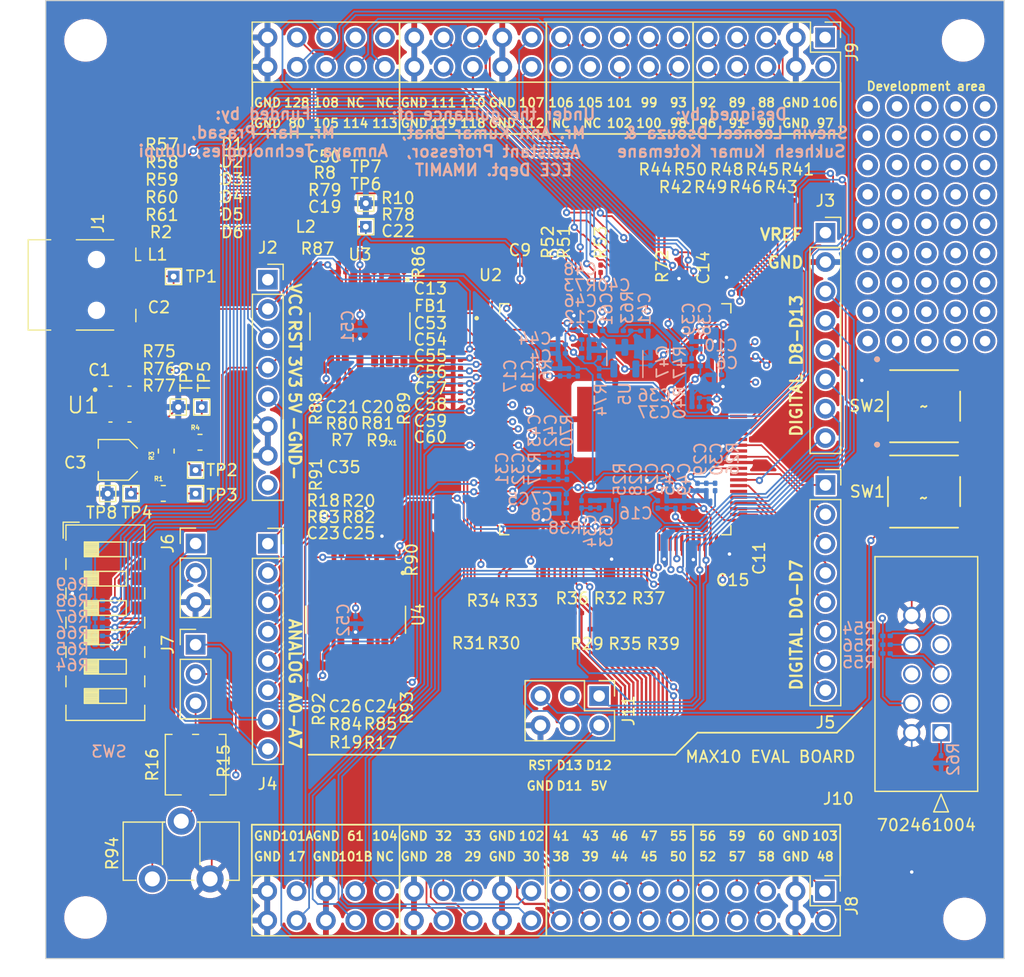
<source format=kicad_pcb>
(kicad_pcb (version 20240108) (generator "pcbnew") (generator_version "8.0")
  (layers (0 "F.Cu" signal) (1 "In1.Cu" signal "GND") (2 "In2.Cu" signal "PWR") (31 "B.Cu" signal) (34 "B.Paste" user) (35 "F.Paste" user) (36 "B.SilkS" user "B.Silkscreen") (37 "F.SilkS" user "F.Silkscreen") (38 "B.Mask" user) (39 "F.Mask" user) (44 "Edge.Cuts" user))
  (net 0 "")
  (net 1 "VBUS_5V")
  (net 2 "Earth")
  (net 3 "Net-(J1-VBUS)")
  (net 6 "unconnected-(J1-Shield-Pad6)")
  (net 8 "+3.3V")
  (net 9 "Net-(U1-VS2)")
  (net 10 "Net-(U1-VS1)")
  (net 11 "Net-(U1-VS0)")
  (net 12 "VCC_CORE")
  (net 13 "DIFFIO_B1N")
  (net 14 "DIFFIO_B1P")
  (net 15 "VCCIO3")
  (net 16 "DIFFIO_B3N")
  (net 17 "DIFFIO_B3P")
  (net 18 "DIFFIO_B5N")
  (net 19 "DIFFIO_B5P")
  (net 20 "DIFFIO_B7N")
  (net 21 "DIFFIO_B7P")
  (net 22 "VREFB3N0")
  (net 23 "DIFFIO_B9N")
  (net 24 "DIFFIO_B9P")
  (net 26 "DIFFIO_B12N")
  (net 27 "DIFFIO_B12P")
  (net 28 "DIFFIO_B14N")
  (net 29 "DIFFIO_B14P")
  (net 30 "DIFFIO_B16N")
  (net 31 "DIFFIO_B16P")
  (net 32 "VREFB4N0")
  (net 33 "Arduino_IO8")
  (net 34 "Arduino_IO9")
  (net 35 "Arduino_IO10")
  (net 36 "Arduino_IO11")
  (net 37 "VCCIO4")
  (net 38 "Arduino_IO12")
  (net 39 "Arduino_IO13")
  (net 40 "VCCA_3.3V")
  (net 41 "DIFFIO_T1P")
  (net 42 "DIFFIO_T1N")
  (net 43 "VREFB7N0")
  (net 44 "DIFFIO_T4N")
  (net 45 "DIFFIO_T6P")
  (net 46 "VCCIO6")
  (net 47 "DIFFIO_T10P")
  (net 48 "DIFFIO_T10N")
  (net 49 "Switch 1")
  (net 50 "RESET_N")
  (net 52 "VREFB8N0")
  (net 53 "Switch 2")
  (net 54 "BOOT_SEL")
  (net 55 "Switch 3")
  (net 56 "VCCIO8")
  (net 57 "NCONFIG")
  (net 58 "Switch 4")
  (net 59 "Switch 5")
  (net 60 "LED1")
  (net 61 "LED2")
  (net 62 "LED3")
  (net 63 "DIFFIO_RX_T24P{slash}NSTATUS")
  (net 64 "DIFFIO_RX_T24N{slash}CONF_DONE")
  (net 65 "LED4")
  (net 66 "LED5")
  (net 67 "ANAIN1")
  (net 68 "REFGND")
  (net 69 "ADC_VREF")
  (net 70 "DIFFIO_RX_L1N{slash}ADC1IN1")
  (net 71 "DIFFIO_RX_L1P{slash}ADC1IN2")
  (net 72 "DIFFIO_RX_L3N{slash}ADC1IN3")
  (net 73 "VCCIO1A")
  (net 74 "DIFFIO_RX_L3P{slash}ADC1IN4")
  (net 75 "DIFFIO_RX_L5N{slash}ADC1IN5")
  (net 76 "DIFFIO_RX_L5P{slash}ADC1IN6")
  (net 77 "DIFFIO_RX_L7N{slash}ADC1IN7")
  (net 78 "DIFFIO_RX_L7P{slash}ADC1IN8")
  (net 79 "JTAGEN")
  (net 80 "TMS")
  (net 81 "VREFB1N0")
  (net 82 "TCK")
  (net 83 "TDI")
  (net 84 "TDO")
  (net 90 "OSC_OUT")
  (net 91 "DIFFIO_L20N{slash}CLK1N")
  (net 92 "DIFFIO_L20P{slash}CLK1P")
  (net 93 "VREFB2N0")
  (net 94 "VCCIO2")
  (net 95 "DIFFIO_L27N{slash}PLL_CLKOUTN")
  (net 96 "DIFFIO_L27P{slash}PLL_CLKOUTP")
  (net 97 "Arduino_IO0")
  (net 98 "Arduino_IO1")
  (net 99 "Arduino_IO2")
  (net 100 "Arduino_IO3")
  (net 102 "Arduino_IO4")
  (net 103 "VREFB5N0")
  (net 104 "Arduino_IO5")
  (net 105 "VCCIO5")
  (net 106 "Arduino_IO6")
  (net 108 "Arduino_IO7")
  (net 110 "DIFFIO_R14P{slash}CLK2P")
  (net 111 "DIFFIO_R14N{slash}CLK2N")
  (net 112 "DIFFIO_R16P{slash}CLK3P")
  (net 113 "DIFFIO_R16N{slash}CLK3N")
  (net 114 "DIFFIO_R18P")
  (net 115 "DIFFIO_R18N")
  (net 116 "DIFFIO_R26P{slash}DPCLK3")
  (net 117 "VREFB6N0")
  (net 118 "DIFFIO_R26N{slash}DPCLK2")
  (net 119 "DIFFIO_R27P")
  (net 120 "DIFFIO_R28P")
  (net 121 "DIFFIO_R27N")
  (net 122 "DIFFIO_R28N")
  (net 123 "DIFFIO_R33P")
  (net 124 "DIFFIO_R33N")
  (net 126 "VCC_IO")
  (net 128 "Arduino_Vref")
  (net 129 "Arduino_A0")
  (net 130 "Arduino_A1")
  (net 131 "Arduino_A2")
  (net 132 "Arduino_A3")
  (net 133 "Arduino_A4")
  (net 134 "Arduino_A5")
  (net 135 "Arduino_A6")
  (net 136 "Arduino_A7")
  (net 137 "VCCIO1B")
  (net 138 "VCCIO7")
  (net 139 "Net-(U3B-+)")
  (net 140 "Net-(U3D-+)")
  (net 141 "Net-(U3C-+)")
  (net 142 "Net-(U3A-+)")
  (net 143 "Net-(U4B-+)")
  (net 144 "Net-(U4D-+)")
  (net 145 "Net-(U4A-+)")
  (net 146 "Net-(U4C-+)")
  (net 147 "Net-(D1-A)")
  (net 148 "Net-(D2-A)")
  (net 149 "Net-(D3-A)")
  (net 150 "Net-(D4-A)")
  (net 151 "Net-(D5-A)")
  (net 152 "Net-(D6-A)")
  (net 153 "Net-(J6-Pin_2)")
  (net 154 "Net-(J7-Pin_2)")
  (net 155 "Net-(J7-Pin_3)")
  (net 163 "Net-(R15-Pad2)")
  (net 164 "/AnalogSection/ADC1IN1")
  (net 165 "/AnalogSection/ADC1IN2")
  (net 166 "/AnalogSection/ADC1IN3")
  (net 167 "/AnalogSection/ADC1IN4")
  (net 168 "/AnalogSection/ADC1IN5")
  (net 169 "/AnalogSection/ADC1IN6")
  (net 170 "/AnalogSection/ADC1IN7")
  (net 171 "/AnalogSection/ADC1IN8")
  (footprint "Capacitor_SMD:C_0201_0603Metric" (layer "F.Cu") (at 143.51 81.271 180)
    (property "Reference" "C13")
    (property "Value" "0.1uF")
  )
  (footprint "Resistor_SMD:R_0201_0603Metric" (layer "F.Cu") (at 136.292 114.046 180)
    (property "Reference" "R17")
    (property "Value" "316")
  )
  (footprint "Resistor_SMD:R_0201_0603Metric" (layer "F.Cu") (at 155.3782 108.6358)
    (property "Reference" "R29")
    (property "Value" "100")
  )
  (footprint "LED_SMD:LED_0201_0603Metric" (layer "F.Cu") (at 122.215 69.302 180)
    (property "Reference" "D2")
    (property "Value" "RED")
  )
  (footprint "" (layer "F.Cu") (at 181.61 78.613)
    (property "Reference" "")
    (property "Value" "")
  )
  (footprint "Resistor_SMD:R_0201_0603Metric" (layer "F.Cu") (at 136.673 88.265 180)
    (property "Reference" "R9")
    (property "Value" "316")
  )
  (footprint "Resistor_SMD:R_0201_0603Metric" (layer "F.Cu") (at 120.38 70.064)
    (property "Reference" "R59")
    (property "Value" "1K")
  )
  (footprint "Resistor_SMD:R_0201_0603Metric" (layer "F.Cu") (at 117.6676 89.3826 180)
    (property "Reference" "R76")
    (property "Value" "0")
  )
  (footprint "PTS645SM43SMTR92LFS:SWITCH_43SMTR92LFS" (layer "F.Cu") (at 183.9468 96.7232)
    (property "Reference" "SW1")
    (property "Value" "~")
  )
  (footprint "Capacitor_SMD:C_0201_0603Metric" (layer "F.Cu") (at 133.583 77.724)
    (property "Reference" "C19")
    (property "Value" "1nF")
  )
  (footprint "Capacitor_SMD:C_0201_0603Metric" (layer "F.Cu") (at 143.51 85.315 180)
    (property "Reference" "C55")
    (property "Value" "1nF")
  )
  (footprint "" (layer "F.Cu") (at 179.07 73.533)
    (property "Reference" "")
    (property "Value" "")
  )
  (footprint "Resistor_SMD:R_0201_0603Metric" (layer "F.Cu") (at 120.38 69.302)
    (property "Reference" "R58")
    (property "Value" "1K")
  )
  (footprint "Resistor_SMD:R_0201_0603Metric" (layer "F.Cu") (at 136.673 76.2 180)
    (property "Reference" "R10")
    (property "Value" "316")
  )
  (footprint "Resistor_SMD:R_0201_0603Metric" (layer "F.Cu") (at 120.38 72.35 180)
    (property "Reference" "R2")
    (property "Value" "1K")
  )
  (footprint "" (layer "F.Cu") (at 184.15 81.153)
    (property "Reference" "")
    (property "Value" "")
  )
  (footprint "Resistor_SMD:R_0201_0603Metric" (layer "F.Cu") (at 130.937 102.722 -90)
    (property "Reference" "R91")
    (property "Value" "100")
  )
  (footprint "LED_SMD:LED_0201_0603Metric" (layer "F.Cu") (at 122.215 68.54 180)
    (property "Reference" "D1")
    (property "Value" "RED")
  )
  (footprint "Resistor_SMD:R_0201_0603Metric" (layer "F.Cu") (at 133.583 88.265)
    (property "Reference" "R7")
    (property "Value" "316")
  )
  (footprint "TestPoint:TestPoint_THTPad_1.0x1.0mm_Drill0.5mm" (layer "F.Cu") (at 118.999 78.105)
    (property "Reference" "TP1")
    (property "Value" "TestPoint")
  )
  (footprint "Resistor_SMD:R_0201_0603Metric" (layer "F.Cu") (at 133.583 76.962)
    (property "Reference" "R79")
    (property "Value" "316")
  )
  (footprint "Capacitor_SMD:C_0201_0603Metric" (layer "F.Cu") (at 136.673 86.995 180)
    (property "Reference" "C20")
    (property "Value" "1nF")
  )
  (footprint "Resistor_SMD:R_0201_0603Metric" (layer "F.Cu") (at 156.8302 107.2388)
    (property "Reference" "R32")
    (property "Value" "100")
  )
  (footprint "TestPoint:TestPoint_THTPad_1.0x1.0mm_Drill0.5mm" (layer "F.Cu") (at 115.316 96.901)
    (property "Reference" "TP4")
    (property "Value" "TestPoint")
  )
  (footprint "" (layer "F.Cu") (at 179.07 63.373)
    (property "Reference" "")
    (property "Value" "")
  )
  (footprint "" (layer "F.Cu") (at 184.15 78.613)
    (property "Reference" "")
    (property "Value" "")
  )
  (footprint "" (layer "F.Cu") (at 186.69 68.453)
    (property "Reference" "")
    (property "Value" "")
  )
  (footprint "" (layer "F.Cu") (at 179.07 83.693)
    (property "Reference" "")
    (property "Value" "")
  )
  (footprint "Capacitor_SMD:C_0201_0603Metric" (layer "F.Cu") (at 133.583 86.995)
    (property "Reference" "C21")
    (property "Value" "1nF")
  )
  (footprint "Resistor_SMD:R_0201_0603Metric" (layer "F.Cu") (at 169.556 71.501 180)
    (property "Reference" "R45")
    (property "Value" "100")
  )
  (footprint "" (layer "F.Cu") (at 181.61 73.533)
    (property "Reference" "")
    (property "Value" "")
  )
  (footprint "Connector_PinHeader_2.54mm:PinHeader_2x20_P2.54mm_Vertical" (layer "F.Cu") (at 175.387 57.404 -90)
    (property "Reference" "J9")
    (property "Value" "Conn_02x20_Odd_Even" (hide yes))
  )
  (footprint "Capacitor_SMD:C_0201_0603Metric" (layer "F.Cu") (at 135.636 94.996 -90)
    (property "Reference" "C35")
    (property "Value" "0.1uF")
  )
  (footprint "" (layer "F.Cu") (at 179.07 78.613)
    (property "Reference" "")
    (property "Value" "")
  )
  (footprint "Resistor_SMD:R_0201_0603Metric" (layer "F.Cu") (at 158.2272 108.6358)
    (property "Reference" "R35")
    (property "Value" "100")
  )
  (footprint "Resistor_SMD:R_0201_0603Metric" (layer "F.Cu") (at 172.35 71.501 180)
    (property "Reference" "R41")
    (property "Value" "100")
  )
  (footprint "" (layer "F.Cu") (at 179.07 65.913)
    (property "Reference" "")
    (property "Value" "")
  )
  (footprint "Capacitor_SMD:C_0201_0603Metric" (layer "F.Cu") (at 143.51 86.741 180)
    (property "Reference" "C57")
    (property "Value" "1nF")
  )
  (footprint "Capacitor_SMD:C_0201_0603Metric" (layer "F.Cu") (at 117.221 79.227 -90)
    (property "Reference" "C2")
    (property "Value" "0.1uF")
  )
  (footprint "" (layer "F.Cu") (at 189.23 83.693)
    (property "Reference" "")
    (property "Value" "")
  )
  (footprint "" (layer "F.Cu") (at 184.15 73.533)
    (property "Reference" "")
    (property "Value" "")
  )
  (footprint "Resistor_SMD:R_0201_0603Metric" (layer "F.Cu") (at 160.9662 108.6358)
    (property "Reference" "R39")
    (property "Value" "100")
  )
  (footprint "Resistor_SMD:R_0201_0603Metric" (layer "F.Cu") (at 165.365 72.898 180)
    (property "Reference" "R49")
    (property "Value" "100")
  )
  (footprint "" (layer "F.Cu") (at 189.23 78.613)
    (property "Reference" "")
    (property "Value" "")
  )
  (footprint "Resistor_SMD:R_0201_0603Metric" (layer "F.Cu") (at 138.938 87.228 90)
    (property "Reference" "R89")
    (property "Value" "100")
  )
  (footprint "Connector_PinHeader_2.54mm:PinHeader_2x03_P2.54mm_Vertical" (layer "F.Cu") (at 155.829 114.427 -90)
    (property "Reference" "J11")
    (property "Value" "87227-3")
  )
  (footprint "" (layer "F.Cu") (at 189.23 81.153)
    (property "Reference" "")
    (property "Value" "")
  )
  (footprint "" (layer "F.Cu") (at 181.61 70.993)
    (property "Reference" "")
    (property "Value" "")
  )
  (footprint "" (layer "F.Cu") (at 179.07 70.993)
    (property "Reference" "")
    (property "Value" "")
  )
  (footprint "Resistor_SMD:R_0201_0603Metric" (layer "F.Cu") (at 147.483 108.712)
    (property "Reference" "R30")
    (property "Value" "100")
  )
  (footprint "LM2902DR2:SOIC127P600X175-14N" (layer "F.Cu") (at 134.747 107.8195 -90)
    (property "Reference" "U4")
    (property "Value" "LM2902")
  )
  (footprint "" (layer "F.Cu") (at 184.15 63.373)
    (property "Reference" "")
    (property "Value" "")
  )
  (footprint "Resistor_SMD:R_0201_0603Metric" (layer "F.Cu") (at 145.9336 107.315)
    (property "Reference" "R34")
    (property "Value" "100")
  )
  (footprint "" (layer "F.Cu") (at 189.23 65.913)
    (property "Reference" "")
    (property "Value" "")
  )
  (footprint "Resistor_SMD:R_0201_0603Metric" (layer "F.Cu") (at 162.571 72.898 180)
    (property "Reference" "R42")
    (property "Value" "100")
  )
  (footprint "LED_SMD:LED_0201_0603Metric" (layer "F.Cu") (at 122.215 72.35 180)
    (property "Reference" "D6")
    (property "Value" "GREEN")
  )
  (footprint "Resistor_SMD:R_0201_0603Metric" (layer "F.Cu") (at 138.557 102.637 -90)
    (property "Reference" "R90")
    (property "Value" "100")
  )
  (footprint "Resistor_SMD:R_0201_0603Metric" (layer "F.Cu") (at 133.202 113.284)
    (property "Reference" "R84")
    (property "Value" "316")
  )
  (footprint "Capacitor_SMD:C_0201_0603Metric" (layer "F.Cu") (at 143.51 86.028 180)
    (property "Reference" "C56")
    (property "Value" "1nF")
  )
  (footprint "Capacitor_SMD:C_0201_0603Metric" (layer "F.Cu") (at 143.51 87.454 180)
    (property "Reference" "C58")
    (property "Value" "1nF")
  )
  (footprint "" (layer "F.Cu") (at 189.23 73.533)
    (property "Reference" "")
    (property "Value" "")
  )
  (footprint "Capacitor_SMD:C_0201_0603Metric" (layer "F.Cu") (at 143.51 84.602 180)
    (property "Reference" "C54")
    (property "Value" "1nF")
  )
  (footprint "" (layer "F.Cu") (at 181.61 63.373)
    (property "Reference" "")
    (property "Value" "")
  )
  (footprint "Resistor_SMD:R_0201_0603Metric" (layer "F.Cu") (at 136.25 101.473 180)
    (property "Reference" "R20")
    (property "Value" "316")
  )
  (footprint "Capacitor_SMD:C_0201_0603Metric" (layer "F.Cu") (at 166.857 103.124)
    (property "Reference" "C15")
    (property "Value" "0.1uF")
  )
  (footprint "" (layer "F.Cu") (at 181.61 68.453)
    (property "Reference" "")
    (property "Value" "")
  )
  (footprint "" (layer "F.Cu") (at 186.69 83.693)
    (property "Reference" "")
    (property "Value" "")
  )
  (footprint "Capacitor_SMD:C_0201_0603Metric" (layer "F.Cu") (at 114.3205 86.1965 180)
    (property "Reference" "C1")
    (property "Value" "4.7uF")
  )
  (footprint "Resistor_SMD:R_0201_0603Metric" (layer "F.Cu") (at 133.583 76.2)
    (property "Reference" "R8")
    (property "Value" "316")
  )
  (footprint "TestPoint:TestPoint_THTPad_1.0x1.0mm_Drill0.5mm" (layer "F.Cu") (at 120.904 96.901)
    (property "Reference" "TP3")
    (property "Value" "TestPoint")
  )
  (footprint "Capacitor_SMD:C_0201_0603Metric" (layer "F.Cu") (at 143.51 88.88 180)
    (property "Reference" "C60")
    (property "Value" "1nF")
  )
  (footprint "Resistor_SMD:R_0201_0603Metric" (layer "F.Cu") (at 166.817 71.501 180)
    (property "Reference" "R48")
    (property "Value" "100")
  )
  (footprint "" (layer "F.Cu") (at 189.23 63.373)
    (property "Reference" "")
    (property "Value" "")
  )
  (footprint "Connector_PinSocket_2.54mm:PinSocket_1x08_P2.54mm_Vertical" (layer "F.Cu") (at 175.412 74.31)
    (property "Reference" "J3")
    (property "Value" "Conn_01x08_Socket" (hide yes))
  )
  (footprint "Resistor_SMD:R_0201_0603Metric" (layer "F.Cu") (at 138.938 77.364 -90)
    (property "Reference" "R86")
    (property "Value" "100")
  )
  (footprint "Resistor_SMD:R_0201_0603Metric" (layer "F.Cu") (at 159.5992 107.2388)
    (property "Reference" "R37")
    (property "Value" "100")
  )
  (footprint "Capacitor_SMD:C_0201_0603Metric" (layer "F.Cu") (at 143.51 88.167 180)
    (property "Reference" "C59")
    (property "Value" "1nF")
  )
  (footprint "" (layer "F.Cu") (at 181.61 81.153)
    (property "Reference" "")
    (property "Value" "")
  )
  (footprint "Resistor_SMD:R_0201_0603Metric" (layer "F.Cu") (at 131.318 87.249 90)
    (property "Reference" "R88")
    (property "Value" "100")
  )
  (footprint "" (layer "F.Cu") (at 189.23 76.073)
    (property "Reference" "")
    (property "Value" "")
  )
  (footprint "Resistor_SMD:R_0201_0603Metric" (layer "F.Cu") (at 160.02 77.434 -90)
    (property "Reference" "R72")
    (property "Value" "1K")
  )
  (footprint "Resistor_SMD:R_0201_0603Metric" (layer "F.Cu") (at 148.905 107.315)
    (property "Reference" "R33")
    (property "Value" "100")
  )
  (footprint "" (layer "F.Cu") (at 179.07 68.453)
    (property "Reference" "")
    (property "Value" "")
  )
  (footprint "" (layer "F.Cu") (at 186.69 70.993)
    (property "Reference" "")
    (property "Value" "")
  )
  (footprint "Resistor_SMD:R_0201_0603Metric" (layer "F.Cu") (at 133.583 87.63)
    (property "Reference" "R80")
    (property "Value" "316")
  )
  (footprint "" (layer "F.Cu") (at 189.23 70.993)
    (property "Reference" "")
    (property "Value" "")
  )
  (footprint "Resistor_SMD:R_0201_0603Metric" (layer "F.Cu") (at 170.953 72.898 180)
    (property "Reference" "R43")
    (property "Value" "100")
  )
  (footprint "" (layer "F.Cu") (at 186.69 78.613)
    (property "Reference" "")
    (property "Value" "")
  )
  (footprint "Resistor_SMD:R_0201_0603Metric" (layer "F.Cu") (at 133.202 102.235)
    (property "Reference" "R83")
    (property "Value" "316")
  )
  (footprint "Resistor_SMD:R_0201_0603Metric" (layer "F.Cu") (at 136.673 87.63 180)
    (property "Reference" "R81")
    (property "Value" "316")
  )
  (footprint "Resistor_SMD:R_0201_0603Metric" (layer "F.Cu") (at 163.968 71.501 180)
    (property "Reference" "R50")
    (property "Value" "100")
  )
  (footprint "Capacitor_SMD:C_0201_0603Metric" (layer "F.Cu") (at 143.51 83.889 180)
    (property "Reference" "C53")
    (property "Value" "1nF")
  )
  (footprint "50MHz_Oscillator:OSCCC700X500X180-4N" (layer "F.Cu") (at 140.208 96.774)
    (property "Reference" "X1")
    (property "Value" "CB3LV-3C-30M0000")
  )
  (footprint "Connector_PinHeader_2.54mm:PinHeader_1x03_P2.54mm_Vertical" (layer "F.Cu") (at 120.904 109.982)
    (property "Reference" "J7")
    (property "Value" "0.1 Header")
  )
  (footprint "Capacitor_SMD:C_0201_0603Metric" (layer "F.Cu") (at 133.202 102.997)
    (property "Reference" "C23")
    (property "Value" "1nF")
  )
  (footprint "Capacitor_SMD:C_0201_0603Metric" (layer "F.Cu") (at 136.292 112.522 180)
    (property "Reference" "C24")
    (property "Value" "1nF")
  )
  (footprint "Capacitor_SMD:C_0201_0603Metric" (layer "F.Cu") (at 165.989 77.434 90)
    (property "Reference" "C14")
    (property "Value" "0.1uF")
  )
  (footprint "" (layer "F.Cu") (at 184.15 70.993)
    (property "Reference" "")
    (property "Value" "")
  )
  (footprint "" (layer "F.Cu") (at 179.07 76.073)
    (property "Reference" "")
    (property "Value" "")
  )
  (footprint "" (layer "F.Cu") (at 179.07 81.153)
    (property "Reference" "")
    (property "Value" "")
  )
  (footprint "Resistor_SMD:R_0201_0603Metric" (layer "F.Cu") (at 138.557 112.924 90)
    (property "Reference" "R93")
    (property "Value" "100")
  )
  (footprint "Connector_PinSocket_2.54mm:PinSocket_1x08_P2.54mm_Vertical" (layer "F.Cu") (at 175.412 96.154)
    (property "Reference" "J5")
    (property "Value" "Conn_01x08_Socket" (hide yes))
  )
  (footprint "Resistor_SMD:R_0201_0603Metric" (layer "F.Cu") (at 120.38 70.826)
    (property "Reference" "R60")
    (property "Value" "1K")
  )
  (footprint "" (layer "F.Cu") (at 184.15 76.073)
    (property "Reference" "")
    (property "Value" "")
  )
  (footprint "Capacitor_SMD:C_0201_0603Metric" (layer "F.Cu") (at 169.672 100.436 -90)
    (property "Reference" "C11")
    (property "Value" "1uF")
  )
  (footprint "Resistor_SMD:R_0201_0603Metric" (layer "F.Cu") (at 117.6676 90.1605 180)
    (property "Reference" "R77")
    (property "Value" "0")
  )
  (footprint "Resistor_SMD:R_0201_0603Metric" (layer "F.Cu") (at 136.673 76.962 180)
    (property "Reference" "R78")
    (property "Value" "316")
  )
  (footprint "MountingHole:MountingHole_3.2mm_M3" (layer "F.Cu") (at 187.325 57.658)
    (property "Reference" "H1" (hide yes))
    (property "Value" "MountingHole")
  )
  (footprint "Potentiometer_THT:Potentiometer_ACP_CA9-H5_Horizontal" (layer "F.Cu") (at 117.159 130.262 90)
    (property "Reference" "R94")
    (property "Value" "10K")
  )
  (footprint "Connector_PinSocket_2.54mm:PinSocket_1x08_P2.54mm_Vertical" (layer "F.Cu") (at 127.152 101.234)
    (property "Reference" "J4")
    (property "Value" "Conn_01x08_Socket" (hide yes))
  )
  (footprint "Resistor_SMD:R_0201_0603Metric" (layer "F.Cu") (at 124.3838 120.0448 90)
    (property "Reference" "R15")
    (property "Value" "1K")
  )
  (footprint "LED_SMD:LED_0201_0603Metric" (layer "F.Cu") (at 122.215 70.064 180)
    (property "Reference" "D3")
    (property "Value" "RED")
  )
  (footprint "Capacitor_SMD:C_0201_0603Metric" (layer "F.Cu") (at 133.202 112.522)
    (property "Reference" "C26")
    (property "Value" "1nF")
  )
  (footprint "MAX10_FPGA:10M16SAE114C8G" (layer "F.Cu") (at 157.228 90.46)
    (property "Reference" "U2")
    (property "Value" "10M08SAE144I7G")
  )
  (footprint "Resistor_SMD:R_0201_0603Metric" (layer "F.Cu") (at 131.318 77.364 -90)
    (property "Reference" "R87")
    (property "Value" "100")
  )
  (footprint "Resistor_SMD:R_0201_0603Metric" (layer "F.Cu") (at 136.292 113.284 180)
    (property "Reference" "R85")
    (property "Value" "316")
  )
  (footprint "Capacitor_SMD:C_0201_0603Metric" (layer "F.Cu") (at 136.673 77.724 180)
    (property "Reference" "C22")
    (property "Value" "1nF")
  )
  (footprint "" (layer "F.Cu") (at 186.69 81.153)
    (property "Reference" "")
    (property "Value" "")
  )
  (footprint "TestPoint:TestPoint_THTPad_1.0x1.0mm_Drill0.5mm" (layer "F.Cu") (at 121.4374 89.408)
    (property "Reference" "TP5")
    (property "Value" "TestPoint")
  )
  (footprint "TestPoint:TestPoint_THTPad_1.0x1.0mm_Drill0.5mm" (layer "F.Cu") (at 135.636 73.787)
    (property "Reference" "TP6")
    (property "Value" "TestPoint")
  )
  (footprint "" (layer "F.Cu") (at 181.61 83.693)
    (property "Reference" "")
    (property "Value" "")
  )
  (footprint "LED_SMD:LED_0201_0603Metric" (layer "F.Cu") (at 122.215 70.826 180)
    (property "Reference" "D4")
    (property "Value" "RED")
  )
  (footprint "Inductor_SMD:L_0201_0603Metric" (layer "F.Cu") (at 143.51 82.0928 180)
    (property "Reference" "FB1")
    (property "Value" "FerriteBead")
  )
  (footprint "" (layer "F.Cu") (at 186.69 76.073)
    (property "Reference" "")
    (property "Value" "")
  )
  (footprint "MountingHole:MountingHole_3.2mm_M3" (layer "F.Cu") (at 187.452 133.731)
    (property "Reference" "H3" (hide yes))
    (property "Value" "MountingHole")
  )
  (footprint "TestPoint:TestPoint_THTPad_1.0x1.0mm_Drill0.5mm" (layer "F.Cu") (at 119.4054 89.408)
    (property "Reference" "TP9")
    (property "Value" "TestPoint")
  )
  (footprint "Button_Switch_SMD:SW_DIP_SPSTx06_Slide_6.7x16.8mm_W6.73mm_P2.54mm_LowProfile_JPin" (layer "F.Cu") (at 113.094 108.077)
    (property "Reference" "SW3")
    (property "Value" "SW_DIP_x06")
  )
  (footprint "Capacitor_SMD:C_Elec_3x5.4" (layer "F.Cu") (at 114.2435 93.98 180)
    (property "Reference" "C3")
    (property "Value" "47uF/16V")
  )
  (footprint "Resistor_SMD:R_0201_0603Metric" (layer "F.Cu") (at 168.159 72.898 180)
    (property "Reference" "R46")
    (property "Value" "100")
  )
  (footprint "" (layer "F.Cu") (at 186.69 73.533)
    (property "Reference" "")
    (property "Value" "")
  )
  (footprint "" (layer "F.Cu") (at 184.15 68.453)
    (property "Reference" "")
    (property "Value" "")
  )
  (footprint "" (layer "F.Cu") (at 184.15 65.913)
    (property "Reference" "")
    (property "Value" "")
  )
  (footprint "Inductor_SMD:L_0201_0603Metric" (layer "F.Cu") (at 132.37 73.787)
    (property "Reference" "L2")
    (property "Value" "600ohm 500mA")
  )
  (footprint "Resistor_SMD:R_0201_0603Metric" (layer "F.Cu") (at 130.937 113.051 90)
    (property "Reference" "R92")
    (property "Value" "100")
  )
  (footprint "" (layer "F.Cu") (at 186.69 63.373)
    (property "Reference" "")
    (property "Value" "")
  )
  (footprint "Inductor_SMD:L_0201_0603Metric" (layer "F.Cu") (at 117.221 77.76 -90)
    (property "Reference" "L1")
    (property "Value" "600ohm 500mA")
  )
  (footprint "Resistor_SMD:R_0201_0603Metric" (layer "F.Cu") (at 153.9812 107.2388)
    (property "Reference" "R36")
    (property "Value" "100")
  )
  (footprint "TestPoint:TestPoint_THTPad_1.0x1.0mm_Drill0.5mm" (layer "F.Cu") (at 120.904 94.869)
    (property "Reference" "TP2")
    (property "Value" "TestPoint")
  )
  (footprint "Capacitor_SMD:C_0201_0603Metric" (layer "F.Cu") (at 148.975 77.089)
    (property "Reference" "C9")
    (property "Value" "0.1uF")
  )
  (footprint "LM2902DR2:SOIC127P600X175-14N" (layer "F.Cu") (at 135.128 82.4265 -90)
    (property "Reference" "U3")
    (property "Value" "LM2902")
  )
  (footprint "" (layer "F.Cu") (at 184.15 83.693)
    (property "Reference" "")
    (property "Value" "")
  )
  (footprint "Resistor_SMD:R_0201_0603Metric" (layer "F.Cu") (at 136.25 102.235 180)
    (property "Reference" "R82")
    (property "Value" "316")
  )
  (footprint "MountingHole:MountingHole_3.2mm_M3" (layer "F.Cu") (at 111.379 133.604)
    (property "Reference" "H4" (hide yes))
    (property "Value" "MountingHole")
  )
  (footprint "Resistor_SMD:R_0201_0603Metric" (layer "F.Cu") (at 152.527 77.434 90)
    (property "Reference" "R51")
    (property "Value" "1K")
  )
  (footprint "LED_SMD:LED_0201_0603Metric" (layer "F.Cu") (at 122.215 71.588 180)
    (property "Reference" "D5")
    (property "Value" "RED")
  )
  (footprint "Resistor_SMD:R_0201_0603Metric" (layer "F.Cu") (at 151.511 77.434 90)
    (property "Reference" "R52")
    (property "Value" "1K")
  )
  (footprint "Connector_PinHeader_2.54mm:PinHeader_1x03_P2.54mm_Vertical" (layer "F.Cu") (at 120.904 101.219)
    (property "Reference" "J6")
    (property "Value" "0.1 Header")
  )
  (footprint "Capacitor_SMD:C_0201_0603Metric" (layer "F.Cu") (at 133.731 73.406 90)
    (property "Reference" "C50")
    (property "Value" "10uF")
  )
  (footprint "0805R:RESC2012X60N" (layer "F.Cu") (at 121.285 92.456)
    (property "Reference" "R4")
    (property "Value" "0.1")
  )
  (footprint "Connector_PinHeader_2.54mm:PinHeader_2x20_P2.54mm_Vertical" (layer "F.Cu") (at 175.3616 131.318 -90)
    (property "Reference" "J8")
    (property "Value" "Conn_02x20_Odd_Even" (hide yes))
  )
  (footprint "Resistor_SMD:R_0201_0603Metric" (layer "F.Cu") (at 120.38 71.588)
    (property "Reference" "R61")
    (property "Value" "1K")
  )
  (footprint "" (layer "F.Cu") (at 189.23 68.453)
    (property "Reference" "")
    (property "Value" "")
  )
  (footprint "0805R:RESC2012X60N" (layer "F.Cu") (at 118.11 96.886)
    (property "Reference" "R1")
    (property "Value" "0.1")
  )
  (footprint "Potentiometer_SMD:Potentiometer_Vishay_TS53YJ_Vertical" (layer "F.Cu") (at 120.904 120.3706 90)
    (property "Reference" "R16")
    (property "Value" "10K")
  )
  (footprint "" (layer "F.Cu") (at 181.61 65.913)
    (property "Reference" "")
    (property "Value" "")
  )
  (footprint "Connector_USB:USB_Mini-B_Lumberg_2486_01_Horizontal" (layer "F.Cu") (at 112.3245 78.8305 -90)
    (property "Reference" "J1")
    (property "Value" "USB_B_Mini")
  )
  (footprint "EP5388QI:CONV_EP5388QI" (layer "F.Cu") (at 114.3605 89.154)
    (property "Reference" "U1")
    (property "Value" "EP5388QI")
  )
  (footprint "Resistor_SMD:R_0201_0603Metric" (layer "F.Cu") (at 161.174 71.501 180)
    (property "Reference" "R44")
    (property "Value" "100")
  )
  (footprint "Resistor_SMD:R_0201_0603Metric" (layer "F.Cu") (at 120.3812 68.54)
    (property "Reference" "R57")
    (property "Value" "1K")
  )
  (footprint "MountingHole:MountingHole_3.2mm_M3" (layer "F.Cu") (at 111.379 57.658)
    (property "Reference" "H2" (hide yes))
    (property "Value" "MountingHole")
  )
  (footprint "Connector_PinSocket_2.54mm:PinSocket_1x08_P2.54mm_Vertical" (layer "F.Cu") (at 127.152 78.374)
    (property "Reference" "J2")
    (property "Value" "Conn_01x08_Socket" (hide yes))
  )
  (footprint "Resistor_SMD:R_0201_0603Metric" (layer "F.Cu") (at 117.6676 88.5952 180)
    (property "Reference" "R75")
    (property "Value" "0")
  )
  (footprint "TestPoint:TestPoint_THTPad_1.0x1.0mm_Drill0.5mm" (layer "F.Cu") (at 135.636 71.755)
    (property "Reference" "TP7")
    (property "Value" "TestPoint")
  )
  (footprint "Resistor_SMD:R_0201_0603Metric" (layer "F.Cu") (at 155.956 77.434 90)
    (property "Reference" "R53")
    (property "Value" "1K")
  )
  (footprint "Resistor_SMD:R_0201_0603Metric" (layer "F.Cu") (at 133.202 101.473)
    (property "Reference" "R18")
    (property "Value" "316")
  )
  (footprint "JTAG:CON_702461004_MOL" (layer "F.Cu") (at 185.42 117.602 90)
    (property "Reference" "J10")
    (property "Value" "702461004")
  )
  (footprint "TestPoint:TestPoint_THTPad_1.0x1.0mm_Drill0.5mm" (layer "F.Cu") (at 113.298 96.901)
    (property "Reference" "TP8")
    (property "Value" "TestPoint")
  )
  (footprint "Capacitor_SMD:C_0201_0603Metric" (layer "F.Cu") (at 136.25 102.997 180)
    (property "Reference" "C25")
    (property "Value" "1nF")
  )
  (footprint "PTS645SM43SMTR92LFS:SWITCH_43SMTR92LFS" (layer "F.Cu") (at 183.9468 89.3318)
    (property "Reference" "SW2")
    (property "Value" "~")
  )
  (footprint "Resistor_SMD:R_0201_0603Metric" (layer "F.Cu") (at 144.526 108.6866)
    (property "Reference" "R31")
    (property "Value" "100")
  )
  (footprint "0805R:RESC2012X60N" (layer "F.Cu") (at 118.364 93.218 90)
    (property "Reference" "R3")
    (property "Value" "100")
  )
  (footprint "" (layer "F.Cu") (at 186.69 65.913)
    (property "Reference" "")
    (property "Value" "")
  )
  (footprint "Resistor_SMD:R_0201_0603Metric" (layer "F.Cu") (at 133.202 114.046)
    (property "Reference" "R19")
    (property "Value" "316")
  )
  (footprint "" (layer "F.Cu") (at 181.61 76.073)
    (property "Reference" "")
    (property "Value" "")
  )
  (footprint "Capacitor_SMD:C_0201_0603Metric" (layer "B.Cu") (at 152.6692 97.7138 180)
    (property "Reference" "C7")
    (property "Value" "0.1uF")
  )
  (footprint "Resistor_SMD:R_0201_0603Metric" (layer "B.Cu") (at 154.305 97.826 -90)
    (property "Reference" "R38")
    (property "Value" "0")
  )
  (footprint "Resistor_SMD:R_0201_0603Metric" (layer "B.Cu") (at 155.829 86.396 -90)
    (property "Reference" "R74")
    (property "Value" "0")
  )
  (footprint "Capacitor_SMD:C_0201_0603Metric" (layer "B.Cu") (at 152.6692 96.9518 180)
    (property "Reference" "C5")
    (property "Value" "0.1uF")
  )
  (footprint "Capacitor_SMD:C_0201_0603Metric" (layer "B.Cu") (at 154.637 84.3534)
    (property "Reference" "C46")
    (property "Value" "0.1uF")
  )
  (footprint "Capacitor_SMD:C_0201_0603Metric" (layer "B.Cu") (at 152.4508 86.396 90)
    (property "Reference" "C17")
    (property "Value" "0.1uF")
  )
  (footprint "Resistor_SMD:R_0201_0603Metric" (layer "B.Cu") (at 165.3286 89.0226 90)
    (property "Reference" "R40")
    (property "Value" "0")
  )
  (footprint "Resistor_SMD:R_0201_0603Metric" (layer "B.Cu") (at 112.522 109.982)
    (property "Reference" "R64")
    (property "Value" "1K")
  )
  (footprint "Capacitor_SMD:C_0201_0603Metric" (layer "B.Cu") (at 155.829 97.826 90)
    (property "Reference" "C33")
    (property "Value" "0.1uF")
  )
  (footprint "Capacitor_SMD:C_0201_0603Metric" (layer "B.Cu") (at 155.829 84.832 90)
    (property "Reference" "C61")
    (property "Value" "1uF")
  )
  (footprint "Resistor_SMD:R_0201_0603Metric" (layer "B.Cu") (at 160.909 97.836 -90)
    (property "Reference" "R25")
    (property "Value" "0")
  )
  (footprint "Capacitor_SMD:C_0201_0603Metric" (layer "B.Cu") (at 159.745 82.804)
    (property "Reference" "C41")
    (property "Value" "1uF")
  )
  (footprint "Capacitor_SMD:C_0201_0603Metric" (layer "B.Cu") (at 164.907 85.852)
    (property "Reference" "C10")
    (property "Value" "0.1uF")
  )
  (footprint "Capacitor_SMD:C_0201_0603Metric" (layer "B.Cu") (at 155.808 82.804 180)
    (property "Reference" "C40")
    (property "Value" "0.1uF")
  )
  (footprint "Capacitor_SMD:C_0201_0603Metric" (layer "B.Cu") (at 166.095 86.614 180)
    (property "Reference" "C6")
    (property "Value" "0.1uF")
  )
  (footprint "Capacitor_SMD:C_0201_0603Metric" (layer "B.Cu") (at 152.588 83.9978 180)
    (property "Reference" "C44")
    (property "Value" "1uF")
  )
  (footprint "Capacitor_SMD:C_0201_0603Metric" (layer "B.Cu") (at 154.341 82.804)
    (property "Reference" "C48")
    (property "Value" "0.1uF")
  )
  (footprint "Capacitor_SMD:C_0201_0603Metric" (layer "B.Cu") (at 151.511 93.874 -90)
    (property "Reference" "C43")
    (property "Value" "1uF")
  )
  (footprint "Resistor_SMD:R_0201_0603Metric" (layer "B.Cu") (at 154.637 83.566)
    (property "Reference" "R73")
    (property "Value" "0")
  )
  (footprint "Capacitor_SMD:C_0201_0603Metric" (layer "B.Cu") (at 134.747 107.844 -90)
    (property "Reference" "C52")
    (property "Value" "0.1uF")
  )
  (footprint "Capacitor_SMD:C_0201_0603Metric" (layer "B.Cu") (at 152.6692 98.6028 180)
    (property "Reference" "C8")
    (property "Value" "0.1uF")
  )
  (footprint "Capacitor_SMD:C_0201_0603Metric" (layer "B.Cu") (at 155.067 97.826 90)
    (property "Reference" "C34")
    (property "Value" "1uF")
  )
  (footprint "Capacitor_SMD:C_0201_0603Metric" (layer "B.Cu") (at 163.957 97.836 90)
    (property "Reference" "C49")
    (property "Value" "0.1uF")
  )
  (footprint "Capacitor_SMD:C_0201_0603Metric" (layer "B.Cu") (at 164.1856 89.3826 180)
    (property "Reference" "C37")
    (property "Value" "1uF")
  )
  (footprint "Resistor_SMD:R_0201_0603Metric" (layer "B.Cu") (at 112.522 106.934)
    (property "Reference" "R68")
    (property "Value" "1K")
  )
  (footprint "Resistor_SMD:R_0201_0603Metric" (layer "B.Cu") (at 165.862 96.327 90)
    (property "Reference" "R26")
    (property "Value" "0")
  )
  (footprint "Resistor_SMD:R_0201_0603Metric" (layer "B.Cu") (at 153.035 95.356 -90)
    (property "Reference" "R27")
    (property "Value" "0")
  )
  (footprint "Capacitor_SMD:C_0201_0603Metric" (layer "B.Cu") (at 152.273 95.356 90)
    (property "Reference" "C32")
    (property "Value" "1uF")
  )
  (footprint "Capacitor_SMD:C_0201_0603Metric" (layer "B.Cu") (at 162.433 97.851 90)
    (property "Reference" "C27")
    (property "Value" "0.1uF")
  )
  (footprint "Capacitor_SMD:C_0201_0603Metric" (layer "B.Cu") (at 151.511 95.356 90)
    (property "Reference" "C31")
    (property "Value" "0.1uF")
  )
  (footprint "Capacitor_SMD:C_0201_0603Metric" (layer "B.Cu") (at 156.972 97.466 180)
    (property "Reference" "C16")
    (property "Value" "0.1uF")
  )
  (footprint "Capacitor_SMD:C_0201_0603Metric" (layer "B.Cu") (at 153.2128 86.396 90)
    (property "Reference" "C18")
    (property "Value" "1uF")
  )
  (footprint "Capacitor_SMD:C_0201_0603Metric" (layer "B.Cu") (at 152.588 84.7598 180)
    (property "Reference" "C4")
    (property "Value" "0.1uF")
  )
  (footprint "Resistor_SMD:R_0201_0603Metric" (layer "B.Cu") (at 112.522 108.458)
    (property "Reference" "R66")
    (property "Value" "1K")
  )
  (footprint "Resistor_SMD:R_0201_0603Metric" (layer "B.Cu") (at 185.42 119.909 90)
    (property "Reference" "R62")
    (property "Value" "1K")
  )
  (footprint "Capacitor_SMD:C_0201_0603Metric" (layer "B.Cu") (at 152.273 93.874 -90)
    (property "Reference" "C42")
    (property "Value" "0.1uF")
  )
  (footprint "Capacitor_SMD:C_0201_0603Metric" (layer "B.Cu") (at 164.338 96.327 -90)
    (property "Reference" "C29")
    (property "Value" "0.1uF")
  )
  (footprint "Capacitor_SMD:C_0201_0603Metric" (layer "B.Cu") (at 165.1 96.327 -90)
    (property "Reference" "C30")
    (property "Value" "1uF")
  )
  (footprint "Resistor_SMD:R_0201_0603Metric" (layer "B.Cu") (at 180.6956 110.744)
    (property "Reference" "R55")
    (property "Value" "10K")
  )
  (footprint "Resistor_SMD:R_0201_0603Metric" (layer "B.Cu") (at 180.7 109.982)
    (property "Reference" "R56")
    (property "Value" "10K")
  )
  (footprint "Capacitor_SMD:C_0201_0603Metric" (layer "B.Cu") (at 135.128 82.444 -90)
    (property "Reference" "C51")
    (property "Value" "0.1uF")
  )
  (footprint "Resistor_SMD:R_0201_0603Metric" (layer "B.Cu") (at 112.522 109.22)
    (property "Reference" "R65")
    (property "Value" "1K")
  )
  (footprint "Package_TO_SOT_SMD:SOT-23" (layer "B.Cu") (at 158.054 85.1685 90)
    (property "Reference" "U5")
    (property "Value" "MCP1525-TT")
  )
  (footprint "Capacitor_SMD:C_0201_0603Metric" (layer "B.Cu") (at 164.592 84.053 90)
    (property "Reference" "C38")
    (property "Value" "0.1uF")
  )
  (footprint "Capacitor_SMD:C_0201_0603Metric" (layer "B.Cu") (at 163.83 84.053 90)
    (property "Reference" "C39")
    (property "Value" "1uF")
  )
  (footprint "Capacitor_SMD:C_0201_0603Metric" (layer "B.Cu") (at 164.1856 88.6206 180)
    (property "Reference" "C36")
    (property "Value" "0.1uF")
  )
  (footprint "Capacitor_SMD:C_0201_0603Metric" (layer "B.Cu") (at 154.637 85.1408)
    (property "Reference" "C12")
    (property "Value" "1uF")
  )
  (footprint "Resistor_SMD:R_0201_0603Metric" (layer "B.Cu") (at 112.522 107.696)
    (property "Reference" "R67")
    (property "Value" "1K")
  )
  (footprint "Resistor_SMD:R_0201_0603Metric" (layer "B.Cu") (at 163.83 85.5218 90)
    (property "Reference" "R47")
    (property "Value" "0")
  )
  (footprint "Resistor_SMD:R_0201_0603Metric" (layer "B.Cu") (at 158.242 82.804)
    (property "Reference" "R63")
    (property "Value" "0")
  )
  (footprint "Resistor_SMD:R_0201_0603Metric" (layer "B.Cu") (at 153.035 93.874 90)
    (property "Reference" "R70")
    (property "Value" "0")
  )
  (footprint "Capacitor_SMD:C_0201_0603Metric" (layer "B.Cu") (at 163.195 97.836 90)
    (property "Reference" "C45")
    (property "Value" "1uF")
  )
  (footprint "Resistor_SMD:R_0201_0603Metric" (layer "B.Cu") (at 153.9748 86.396 90)
    (property "Reference" "R6")
    (property "Value" "0")
  )
  (footprint "Capacitor_SMD:C_0201_0603Metric" (layer "B.Cu") (at 161.671 97.851 90)
    (property "Reference" "C28")
    (property "Value" "1uF")
  )
  (footprint "Resistor_SMD:R_0201_0603Metric" (layer "B.Cu") (at 180.7 109.22)
    (property "Reference" "R54")
    (property "Value" "10K")
  )
  (footprint "Capacitor_SMD:C_0201_0603Metric" (layer "B.Cu") (at 160.274 85.48 90)
    (property "Reference" "C47")
    (property "Value" "0.1uF")
  )
  (footprint "Resistor_SMD:R_0201_0603Metric" (layer "B.Cu") (at 112.522 106.172)
    (property "Reference" "R69")
    (property "Value" "1K")
  )
  (gr_line (start 138.557 61.2394) (end 138.557 56.1594) (stroke (width 0.15)) (layer "F.SilkS"))
  (gr_line (start 151.257 135.128) (end 151.257 130.048) (stroke (width 0.15)) (layer "F.SilkS"))
  (gr_line (start 125.7716 125.5684) (end 176.6916 125.5684) (stroke (width 0.15)) (layer "F.SilkS"))
  (gr_line (start 125.7716 129.988) (end 125.7716 125.5684) (stroke (width 0.15)) (layer "F.SilkS"))
  (gr_line (start 176.6916 129.988) (end 176.6916 125.5684) (stroke (width 0.15)) (layer "F.SilkS"))
  (gr_line (start 164.338 117.602) (end 176.403 117.602) (stroke (width 0.15)) (layer "F.SilkS"))
  (gr_line (start 125.8132 65.7606) (end 176.7332 65.7606) (stroke (width 0.15)) (layer "F.SilkS"))
  (gr_line (start 151.257 61.2394) (end 151.257 56.1594) (stroke (width 0.15)) (layer "F.SilkS"))
  (gr_line (start 138.557 129.988) (end 138.557 125.5684) (stroke (width 0.15)) (layer "F.SilkS"))
  (gr_line (start 176.7332 65.7606) (end 176.7332 61.341) (stroke (width 0.15)) (layer "F.SilkS"))
  (gr_line (start 138.557 135.128) (end 138.557 130.048) (stroke (width 0.15)) (layer "F.SilkS"))
  (gr_line (start 130.683 119.507) (end 162.433 119.507) (stroke (width 0.15)) (layer "F.SilkS"))
  (gr_line (start 151.257 129.921) (end 151.257 125.5522) (stroke (width 0.15)) (layer "F.SilkS"))
  (gr_line (start 176.403 117.602) (end 178.562 115.443) (stroke (width 0.15)) (layer "F.SilkS"))
  (gr_line (start 138.557 65.7606) (end 138.557 61.341) (stroke (width 0.15)) (layer "F.SilkS"))
  (gr_line (start 162.433 119.507) (end 164.338 117.602) (stroke (width 0.15)) (layer "F.SilkS"))
  (gr_line (start 163.957 129.9718) (end 163.957 125.5522) (stroke (width 0.15)) (layer "F.SilkS"))
  (gr_line (start 163.957 61.2394) (end 163.957 56.1594) (stroke (width 0.15)) (layer "F.SilkS"))
  (gr_line (start 151.257 65.7098) (end 151.257 61.341) (stroke (width 0.15)) (layer "F.SilkS"))
  (gr_line (start 125.8132 65.7606) (end 125.8132 61.341) (stroke (width 0.15)) (layer "F.SilkS"))
  (gr_line (start 163.957 65.7606) (end 163.957 61.341) (stroke (width 0.15)) (layer "F.SilkS"))
  (gr_line (start 163.957 135.128) (end 163.957 130.048) (stroke (width 0.15)) (layer "F.SilkS"))
  (gr_rect (start 107.931129 54.210129) (end 190.881 137.16) (stroke (width 0.1)) (fill none) (layer "Edge.Cuts"))
  (gr_text "Funded by:\nMr. Hari Prasad,\nAnmaya Technologies, Udupi" (at 126.746 67.818 0) (layer "B.SilkS") (effects (font (size 1 1) (thickness 0.2) (bold yes)) (justify bottom mirror)))
  (gr_text "Under the guidance of:\nMr. Anil Kumar Bhat,\nAssistant Professor,\nECE Dept. NMAMIT" (at 146.685 69.469 0) (layer "B.SilkS") (effects (font (size 1 1) (thickness 0.2) (bold yes)) (justify bottom mirror)))
  (gr_text "Designed by:\nSnevin Leoneel Dsouza & \nSukhesh Kumar Kotemane\n\n" (at 167.259 69.469 0) (layer "B.SilkS") (effects (font (size 1 1) (thickness 0.2) (bold yes)) (justify bottom mirror)))
  (gr_text "113" (at 137.287 65.278 0) (layer "F.SilkS") (effects (font (size 0.762 0.762) (thickness 0.1524) (bold yes)) (justify bottom)))
  (gr_text "61" (at 134.747 127 0) (layer "F.SilkS") (effects (font (size 0.762 0.762) (thickness 0.1524) (bold yes)) (justify bottom)))
  (gr_text "111" (at 142.367 63.5 0) (layer "F.SilkS") (effects (font (size 0.762 0.762) (thickness 0.1524) (bold yes)) (justify bottom)))
  (gr_text "106" (at 152.527 63.5 0) (layer "F.SilkS") (effects (font (size 0.762 0.762) (thickness 0.1524) (bold yes)) (justify bottom)))
  (gr_text "GND" (at 147.447 127 0) (layer "F.SilkS") (effects (font (size 0.762 0.762) (thickness 0.1524) (bold yes)) (justify bottom)))
  (gr_text "93" (at 162.687 63.5 0) (layer "F.SilkS") (effects (font (size 0.762 0.762) (thickness 0.1524) (bold yes)) (justify bottom)))
  (gr_text "32" (at 142.367 127 0) (layer "F.SilkS") (effects (font (size 0.762 0.762) (thickness 0.1524) (bold yes)) (justify bottom)))
  (gr_text "101A" (at 129.667 127 0) (layer "F.SilkS") (effects (font (size 0.762 0.762) (thickness 0.1524) (bold yes)) (justify bottom)))
  (gr_text "RST" (at 150.7236 120.8786 0) (layer "F.SilkS") (effects (font (size 0.762 0.762) (thickness 0.1524) (bold yes)) (justify bottom)))
  (gr_text "GND" (at 132.207 127 0) (layer "F.SilkS") (effects (font (size 0.762 0.762) (thickness 0.1524) (bold yes)) (justify bottom)))
  (gr_text "43" (at 155.067 127 0) (layer "F.SilkS") (effects (font (size 0.762 0.762) (thickness 0.1524) (bold yes)) (justify bottom)))
  (gr_text "29" (at 144.907 128.778 0) (layer "F.SilkS") (effects (font (size 0.762 0.762) (thickness 0.1524) (bold yes)) (justify bottom)))
  (gr_text "89" (at 167.767 63.5 0) (layer "F.SilkS") (effects (font (size 0.762 0.762) (thickness 0.1524) (bold yes)) (justify bottom)))
  (gr_text "105" (at 155.067 63.5 0) (layer "F.SilkS") (effects (font (size 0.762 0.762) (thickness 0.1524) (bold yes)) (justify bottom)))
  (gr_text "GND" (at 139.827 127 0) (layer "F.SilkS") (effects (font (size 0.762 0.762) (thickness 0.1524) (bold yes)) (justify bottom)))
  (gr_text "GND\n" (at 150.7236 122.6566 0) (layer "F.SilkS") (effects (font (size 0.762 0.762) (thickness 0.1524) (bold yes)) (justify bottom)))
  (gr_text "17" (at 129.667 128.778 0) (layer "F.SilkS") (effects (font (size 0.762 0.762) (thickness 0.1524) (bold yes)) (justify bottom)))
  (gr_text "45" (at 160.147 128.778 0) (layer "F.SilkS") (effects (font (size 0.762 0.762) (thickness 0.1524) (bold yes)) (justify bottom)))
  (gr_text "101B" (at 134.747 128.778 0) (layer "F.SilkS") (effects (font (size 0.762 0.762) (thickness 0.1524) (bold yes)) (justify bottom)))
  (gr_text "NC" (at 152.527 65.278 0) (layer "F.SilkS") (effects (font (size 0.762 0.762) (thickness 0.1524) (bold yes)) (justify bottom)))
  (gr_text "46" (at 157.607 127 0) (layer "F.SilkS") (effects (font (size 0.762 0.762) (thickness 0.1524) (bold yes)) (justify bottom)))
  (gr_text "-GND-\n" (at 128.905 92.964 270) (layer "F.SilkS") (effects (font (size 1 1) (thickness 0.2) (bold yes)) (justify bottom)))
  (gr_text "106" (at 175.387 63.5 0) (layer "F.SilkS") (effects (font (size 0.762 0.762) (thickness 0.1524) (bold yes)) (justify bottom)))
  (gr_text "44" (at 157.607 128.778 0) (layer "F.SilkS") (effects (font (size 0.762 0.762) (thickness 0.1524) (bold yes)) (justify bottom)))
  (gr_text "114" (at 134.747 65.278 0) (layer "F.SilkS") (effects (font (size 0.762 0.762) (thickness 0.1524) (bold yes)) (justify bottom)))
  (gr_text "88" (at 170.307 63.5 0) (layer "F.SilkS") (effects (font (size 0.762 0.762) (thickness 0.1524) (bold yes)) (justify bottom)))
  (gr_text "GND" (at 127.127 127 0) (layer "F.SilkS") (effects (font (size 0.762 0.762) (thickness 0.1524) (bold yes)) (justify bottom)))
  (gr_text "99" (at 160.147 63.5 0) (layer "F.SilkS") (effects (font (size 0.762 0.762) (thickness 0.1524) (bold yes)) (justify bottom)))
  (gr_text "52" (at 165.227 128.778 0) (layer "F.SilkS") (effects (font (size 0.762 0.762) (thickness 0.1524) (bold yes)) (justify bottom)))
  (gr_text "GND" (at 139.827 128.778 0) (layer "F.SilkS") (effects (font (size 0.762 0.762) (thickness 0.1524) (bold yes)) (justify bottom)))
  (gr_text "D13" (at 153.2636 120.8786 0) (layer "F.SilkS") (effects (font (size 0.762 0.762) (thickness 0.1524) (bold yes)) (justify bottom)))
  (gr_text "GND" (at 127.127 65.278 0) (layer "F.SilkS") (effects (font (size 0.762 0.762) (thickness 0.1524) (bold yes)) (justify bottom)))
  (gr_text "DIGITAL D8-D13" (at 173.482 92.075 90) (layer "F.SilkS") (effects (font (size 1 1) (thickness 0.2) (bold yes)) (justify left bottom)))
  (gr_text "GND" (at 139.827 65.278 0) (layer "F.SilkS") (effects (font (size 0.762 0.762) (thickness 0.1524) (bold yes)) (justify bottom)))
  (gr_text "96" (at 165.227 65.278 0) (layer "F.SilkS") (effects (font (size 0.762 0.762) (thickness 0.1524) (bold yes)) (justify bottom)))
  (gr_text "80\n" (at 129.667 65.278 0) (layer "F.SilkS") (effects (font (size 0.762 0.762) (thickness 0.1524) (bold yes)) (justify bottom)))
  (gr_text "107" (at 149.987 63.5 0) (layer "F.SilkS") (effects (font (size 0.762 0.762) (thickness 0.1524) (bold yes)) (justify bottom)))
  (gr_text "RST" (at 128.905 83.185 270) (layer "F.SilkS") (effects (font (size 1 1) (thickness 0.2) (bold yes)) (justify bottom)))
  (gr_text "104" (at 137.287 127 0) (layer "F.SilkS") (effects (font (size 0.762 0.762) (thickness 0.1524) (bold yes)) (justify bottom)))
  (gr_text "47" (at 160.147 127 0) (layer "F.SilkS") (effects (font (size 0.762 0.762) (thickness 0.1524) (bold yes)) (justify bottom)))
  (gr_text "119" (at 142.367 65.278 0) (layer "F.SilkS") (effects (font (size 0.762 0.762) (thickness 0.1524) (bold yes)) (justify bottom)))
  (gr_text "55" (at 162.687 127 0) (layer "F.SilkS") (effects (font (size 0.762 0.762) (thickness 0.1524) (bold yes)) (justify bottom)))
  (gr_text "VREF" (at 171.577 75.057 0) (layer "F.SilkS") (effects (font (size 1 1) (thickness 0.2) (bold yes)) (justify bottom)))
  (gr_text "ANALOG A0-A7" (at 128.905 119.126 270) (layer "F.SilkS") (effects (font (size 1 1) (thickness 0.2) (bold yes)) (justify right bottom)))
  (gr_text "97" (at 175.387 65.278 0) (layer "F.SilkS") (effects (font (size 0.762 0.762) (thickness 0.1524) (bold yes)) (justify bottom)))
  (gr_text "5V" (at 128.905 89.027 270) (layer "F.SilkS") (effects (font (size 1 1) (thickness 0.2) (bold yes)) (justify bottom)))
  (gr_text "28" (at 142.367 128.778 0) (layer "F.SilkS") (effects (font (size 0.762 0.762) (thickness 0.1524) (bold yes)) (justify bottom)))
  (gr_text " NC" (at 154.94 65.278 0) (layer "F.SilkS") (effects (font (size 0.762 0.762) (thickness 0.1524) (bold yes)) (justify bottom)))
  (gr_text "D12" (at 155.8036 120.8786 0) (layer "F.SilkS") (effects (font (size 0.762 0.762) (thickness 0.1524) (bold yes)) (justify bottom)))
  (gr_text "GND" (at 127.127 63.5 0) (layer "F.SilkS") (effects (font (size 0.762 0.762) (thickness 0.1524) (bold yes)) (justify bottom)))
  (gr_text "GND" (at 170.307 77.47 0) (layer "F.SilkS") (effects (font (size 1 1) (thickness 0.2) (bold yes)) (justify left bottom)))
  (gr_text "5V" (at 155.8036 122.6566 0) (layer "F.SilkS") (effects (font (size 0.762 0.762) (thickness 0.1524) (bold yes)) (justify bottom)))
  (gr_text "110" (at 144.907 63.5 0) (layer "F.SilkS") (effects (font (size 0.762 0.762) (thickness 0.1524) (bold yes)) (justify bottom)))
  (gr_text "MAX10 EVAL BOARD" (at 163.195 120.269 0) (layer "F.SilkS") (effects (font (size 1 1) (thickness 0.1524)) (justify left bottom)))
  (gr_text "NC" (at 134.747 63.5 0) (layer "F.SilkS") (effects (font (size 0.762 0.762) (thickness 0.1524) (bold yes)) (justify bottom)))
  (gr_text "GND" (at 147.447 63.5 0) (layer "F.SilkS") (effects (font (size 0.762 0.762) (thickness 0.1524) (bold yes)) (justify bottom)))
  (gr_text "50" (at 162.687 128.778 0) (layer "F.SilkS") (effects (font (size 0.762 0.762) (thickness 0.1524) (bold yes)) (justify bottom)))
  (gr_text "GND" (at 172.847 63.5 0) (layer "F.SilkS") (effects (font (size 0.762 0.762) (thickness 0.1524) (bold yes)) (justify bottom)))
  (gr_text "59" (at 167.767 127 0) (layer "F.SilkS") (effects (font (size 0.762 0.762) (thickness 0.1524) (bold yes)) (justify bottom)))
  (gr_text "GND" (at 139.827 63.5 0) (layer "F.SilkS") (effects (font (size 0.762 0.762) (thickness 0.1524) (bold yes)) (justify bottom)))
  (gr_text "GND" (at 172.847 65.278 0) (layer "F.SilkS") (effects (font (size 0.762 0.762) (thickness 0.1524) (bold yes)) (justify bottom)))
  (gr_text "VCC" (at 128.905 80.137 270) (layer "F.SilkS") (effects (font (size 1 1) (thickness 0.2) (bold yes)) (justify bottom)))
  (gr_text "Development area" (at 178.8922 62.0776 0) (layer "F.SilkS") (effects (font (size 0.762 0.762) (thickness 0.1524)) (justify left bottom)))
  (gr_text "33" (at 144.907 127 0) (layer "F.SilkS") (effects (font (size 0.762 0.762) (thickness 0.1524) (bold yes)) (justify bottom)))
  (gr_text "38" (at 152.527 128.778 0) (layer "F.SilkS") (effects (font (size 0.762 0.762) (thickness 0.1524) (bold yes)) (justify bottom)))
  (gr_text "GND" (at 127.127 128.778 0) (layer "F.SilkS") (effects (font (size 0.762 0.762) (thickness 0.1524) (bold yes)) (justify bottom)))
  (gr_text "128" (at 129.667 63.5 0) (layer "F.SilkS") (effects (font (size 0.762 0.762) (thickness 0.1524) (bold yes)) (justify bottom)))
  (gr_text "D11" (at 153.2636 122.6566 0) (layer "F.SilkS") (effects (font (size 0.762 0.762) (thickness 0.1524) (bold yes)) (justify bottom)))
  (gr_text "112" (at 149.987 65.278 0) (layer "F.SilkS") (effects (font (size 0.762 0.762) (thickness 0.1524) (bold yes)) (justify bottom)))
  (gr_text "90" (at 170.307 65.278 0) (layer "F.SilkS") (effects (font (size 0.762 0.762) (thickness 0.1524) (bold yes)) (justify bottom)))
  (gr_text "91" (at 167.767 65.278 0) (layer "F.SilkS") (effects (font (size 0.762 0.762) (thickness 0.1524) (bold yes)) (justify bottom)))
  (gr_text "GND" (at 147.447 65.278 0) (layer "F.SilkS") (effects (font (size 0.762 0.762) (thickness 0.1524) (bold yes)) (justify bottom)))
  (gr_text "NC" (at 137.287 128.778 0) (layer "F.SilkS") (effects (font (size 0.762 0.762) (thickness 0.1524) (bold yes)) (justify bottom)))
  (gr_text "3V3" (at 128.905 86.36 270) (layer "F.SilkS") (effects (font (size 1 1) (thickness 0.2) (bold yes)) (justify bottom)))
  (gr_text "118" (at 144.907 65.278 0) (layer "F.SilkS") (effects (font (size 0.762 0.762) (thickness 0.1524) (bold yes)) (justify bottom)))
  (gr_text "56" (at 165.227 127 0) (layer "F.SilkS") (effects (font (size 0.762 0.762) (thickness 0.1524) (bold yes)) (justify bottom)))
  (gr_text "101" (at 157.607 63.5 0) (layer "F.SilkS") (effects (font (size 0.762 0.762) (thickness 0.1524) (bold yes)) (justify bottom)))
  (gr_text "103" (at 175.387 127 0) (layer "F.SilkS") (effects (font (size 0.762 0.762) (thickness 0.1524) (bold yes)) (justify bottom)))
  (gr_text "100" (at 160.147 65.278 0) (layer "F.SilkS") (effects (font (size 0.762 0.762) (thickness 0.1524) (bold yes)) (justify bottom)))
  (gr_text "98" (at 162.687 65.278 0) (layer "F.SilkS") (effects (font (size 0.762 0.762) (thickness 0.1524) (bold yes)) (justify bottom)))
  (gr_text "NC" (at 137.287 63.5 0) (layer "F.SilkS") (effects (font (size 0.762 0.762) (thickness 0.1524) (bold yes)) (justify bottom)))
  (gr_text "30" (at 149.987 128.778 0) (layer "F.SilkS") (effects (font (size 0.762 0.762) (thickness 0.1524) (bold yes)) (justify bottom)))
  (gr_text "102" (at 157.607 65.278 0) (layer "F.SilkS") (effects (font (size 0.762 0.762) (thickness 0.1524) (bold yes)) (justify bottom)))
  (gr_text "GND" (at 172.847 128.778 0) (layer "F.SilkS") (effects (font (size 0.762 0.762) (thickness 0.1524) (bold yes)) (justify bottom)))
  (gr_text "48" (at 175.387 128.778 0) (layer "F.SilkS") (effects (font (size 0.762 0.762) (thickness 0.1524) (bold yes)) (justify bottom)))
  (gr_text "GND" (at 147.447 128.778 0) (layer "F.SilkS") (effects (font (size 0.762 0.762) (thickness 0.1524) (bold yes)) (justify bottom)))
  (gr_text "GND" (at 132.207 128.778 0) (layer "F.SilkS") (effects (font (size 0.762 0.762) (thickness 0.1524) (bold yes)) (justify bottom)))
  (gr_text "108" (at 132.207 63.5 0) (layer "F.SilkS") (effects (font (size 0.762 0.762) (thickness 0.1524) (bold yes)) (justify bottom)))
  (gr_text "57" (at 167.767 128.778 0) (layer "F.SilkS") (effects (font (size 0.762 0.762) (thickness 0.1524) (bold yes)) (justify bottom)))
  (gr_text "92" (at 165.227 63.5 0) (layer "F.SilkS") (effects (font (size 0.762 0.762) (thickness 0.1524) (bold yes)) (justify bottom)))
  (gr_text "41" (at 152.527 127 0) (layer "F.SilkS") (effects (font (size 0.762 0.762) (thickness 0.1524) (bold yes)) (justify bottom)))
  (gr_text "102" (at 149.987 127 0) (layer "F.SilkS") (effects (font (size 0.762 0.762) (thickness 0.1524) (bold yes)) (justify bottom)))
  (gr_text "60" (at 170.307 127 0) (layer "F.SilkS") (effects (font (size 0.762 0.762) (thickness 0.1524) (bold yes)) (justify bottom)))
  (gr_text "39" (at 155.067 128.778 0) (layer "F.SilkS") (effects (font (size 0.762 0.762) (thickness 0.1524) (bold yes)) (justify bottom)))
  (gr_text "GND" (at 172.847 127 0) (layer "F.SilkS") (effects (font (size 0.762 0.762) (thickness 0.1524) (bold yes)) (justify bottom)))
  (gr_text "105" (at 132.207 65.278 0) (layer "F.SilkS") (effects (font (size 0.762 0.762) (thickness 0.1524) (bold yes)) (justify bottom)))
  (gr_text "58" (at 170.307 128.778 0) (layer "F.SilkS") (effects (font (size 0.762 0.762) (thickness 0.1524) (bold yes)) (justify bottom)))
  (gr_text "DIGITAL D0-D7" (at 173.482 114.046 90) (layer "F.SilkS") (effects (font (size 1 1) (thickness 0.2) (bold yes)) (justify left bottom)))
  (segment (start 117.221 78.08) (end 118.974 78.08) (width 0.15) (layer "F.Cu") (net 1))
  (segment (start 118.999 78.105) (end 118.999 85.598) (width 0.15) (layer "F.Cu") (net 1))
  (segment (start 115.638506 86.1965) (end 114.6405 86.1965) (width 0.15) (layer "F.Cu") (net 1))
  (segment (start 119.2165 86.1965) (end 119.253 86.233) (width 0.15) (layer "F.Cu") (net 1))
  (segment (start 118.999 85.598) (end 118.4005 86.1965) (width 0.15) (layer "F.Cu") (net 1))
  (segment (start 118.974 78.08) (end 118.999 78.105) (width 0.15) (layer "F.Cu") (net 1))
  (segment (start 115.848 87.904) (end 115.848 86.405994) (width 0.15) (layer "F.Cu") (net 1))
  (segment (start 118.4005 86.1965) (end 119.2165 86.1965) (width 0.15) (layer "F.Cu") (net 1))
  (segment (start 118.4005 86.1965) (end 115.638506 86.1965) (width 0.15) (layer "F.Cu") (net 1))
  (segment (start 115.848 86.405994) (end 115.638506 86.1965) (width 0.15) (layer "F.Cu") (net 1))
  (segment (start 115.848 88.404) (end 115.848 87.904) (width 0.15) (layer "F.Cu") (net 1))
  (segment (start 117.221 78.08) (end 117.221 78.907) (width 0.15) (layer "F.Cu") (net 1))
  (via (at 119.253 86.233) (size 0.625) (drill 0.3) (layers "F.Cu" "B.Cu") (net 1))
  (segment (start 128.3208 89.7028) (end 127.152 88.534) (width 0.15) (layer "B.Cu") (net 1))
  (segment (start 155.829 116.967) (end 151.2824 121.5136) (width 0.15) (layer "B.Cu") (net 1))
  (segment (start 129.2098 135.1788) (end 128.3208 134.2898) (width 0.15) (layer "B.Cu") (net 1))
  (segment (start 150.4696 135.1788) (end 129.2098 135.1788) (width 0.15) (layer "B.Cu") (net 1))
  (segment (start 151.2824 134.366) (end 150.4696 135.1788) (width 0.15) (layer "B.Cu") (net 1))
  (segment (start 151.2824 121.5136) (end 151.2824 134.366) (width 0.15) (layer "B.Cu") (net 1))
  (segment (start 128.3208 134.2898) (end 128.3208 89.7028) (width 0.15) (layer "B.Cu") (net 1))
  (segment (start 109.729 101.742) (end 109.729 97.789) (width 0.15) (layer "F.Cu") (net 2))
  (segment (start 122.301 130.12) (end 122.159 130.262) (width 0.15) (layer "F.Cu") (net 2))
  (segment (start 112.264 88.904) (end 111.887 89.281) (width 0.15) (layer "F.Cu") (net 2))
  (segment (start 117.9876 89.3826) (end 119.38 89.3826) (width 0.15) (layer "F.Cu") (net 2))
  (segment (start 162.478 82.2764) (end 163.0056 82.804) (width 0.15) (layer "F.Cu") (net 2))
  (segment (start 182.8165 132.3975) (end 179.451 135.763) (width 0.15) (layer "F.Cu") (net 2))
  (segment (start 161.478 102.555293) (end 161.478 101.13) (width 0.15) (layer "F.Cu") (net 2))
  (segment (start 143.7894 76.3016) (end 148.9964 76.3016) (width 0.15) (layer "F.Cu") (net 2))
  (segment (start 138.727 100.5) (end 136.992 102.235) (width 0.15) (layer "F.Cu") (net 2))
  (segment (start 152.3238 90.424) (end 152.4762 90.424) (width 0.15) (layer "F.Cu") (net 2))
  (segment (start 137.668 72.39) (end 137.668 76.581) (width 0.15) (layer "F.Cu") (net 2))
  (segment (start 122.535 72.35) (end 122.8998 72.35) (width 0.15) (layer "F.Cu") (net 2))
  (segment (start 135.636 95.316) (end 135.321 95.316) (width 0.15) (layer "F.Cu") (net 2))
  (segment (start 112.3045 86.1965) (end 111.887 86.614) (width 0.15) (layer "F.Cu") (net 2))
  (segment (start 159.9692 95.758) (end 159.8676 95.758) (width 0.15) (layer "F.Cu") (net 2))
  (segment (start 135.128 83.4898) (end 136.6012 83.4898) (width 0.15) (layer "F.Cu") (net 2))
  (segment (start 112.873 88.904) (end 114.558 88.904) (width 0.15) (layer "F.Cu") (net 2))
  (segment (start 150.5712 94.6658) (end 150.5712 92.1766) (width 0.15) (layer "F.Cu") (net 2))
  (segment (start 118.364 90.5369) (end 118.364 90.4494) (width 0.15) (layer "F.Cu") (net 2))
  (segment (start 156.478 102.149293) (end 156.478 101.13) (width 0.15) (layer "F.Cu") (net 2))
  (segment (start 132.842 106.9848) (end 134.747 108.8898) (width 0.15) (layer "F.Cu") (net 2))
  (segment (start 136.57 102.235) (end 136.57 102.997) (width 0.15) (layer "F.Cu") (net 2))
  (segment (start 163.978 102.6116) (end 163.9824 102.616) (width 0.15) (layer "F.Cu") (net 2))
  (segment (start 110.236 105.537) (end 109.729 105.03) (width 0.15) (layer "F.Cu") (net 2))
  (segment (start 135.128 83.4898) (end 135.128 84.9015) (width 0.15) (layer "F.Cu") (net 2))
  (segment (start 132.4206 71.2066) (end 133.731 72.517) (width 0.15) (layer "F.Cu") (net 2))
  (segment (start 156.478 99.2123) (end 156.478 101.13) (width 0.15) (layer "F.Cu") (net 2))
  (segment (start 136.57 102.997) (end 136.652 103.079) (width 0.15) (layer "F.Cu") (net 2))
  (segment (start 135.321 95.316) (end 135.128 95.123) (width 0.15) (layer "F.Cu") (net 2))
  (segment (start 156.6249 82.5641) (end 156.7801 82.5641) (width 0.15) (layer "F.Cu") (net 2))
  (segment (start 154.7255 82.5641) (end 156.6249 82.5641) (width 0.15) (layer "F.Cu") (net 2))
  (segment (start 143.19 76.901) (end 143.7894 76.3016) (width 0.15) (layer "F.Cu") (net 2))
  (segment (start 113.298 96.901) (end 113.298 94.3595) (width 0.15) (layer "F.Cu") (net 2))
  (segment (start 115.5587 80.4305) (end 116.586 81.4578) (width 0.15) (layer "F.Cu") (net 2))
  (segment (start 156.7801 82.5641) (end 157.4518 83.2358) (width 0.15) (layer "F.Cu") (net 2))
  (segment (start 151.978 80.675) (end 152.1512 80.8482) (width 0.15) (layer "F.Cu") (net 2))
  (segment (start 133.223 77.764) (end 133.223 81.5848) (width 0.15) (layer "F.Cu") (net 2))
  (segment (start 133.731 72.644) (end 133.731 73.086) (width 0.15) (layer "F.Cu") (net 2))
  (segment (start 159.258 92.49) (end 159.258 96.3676) (width 0.15) (layer "F.Cu") (net 2))
  (segment (start 150.978 99.1987) (end 150.978 101.13) (width 0.15) (layer "F.Cu") (net 2))
  (segment (start 135.128 92.075) (end 137.668 89.535) (width 0.15) (layer "F.Cu") (net 2))
  (segment (start 109.729 105.029) (end 109.729 106.045) (width 0.15) (layer "F.Cu") (net 2))
  (segment (start 132.882 112.522) (end 132.842 112.482) (width 0.15) (layer "F.Cu") (net 2))
  (segment (start 133.731 72.517) (end 133.731 72.644) (width 0.15) (layer "F.Cu") (net 2))
  (segment (start 166.5478 93.7448) (end 167.013 94.21) (width 0.15) (layer "F.Cu") (net 2))
  (segment (start 162.7378 78.2828) (end 162.478 78.5426) (width 0.15) (layer "F.Cu") (net 2))
  (segment (start 122.8998 72.35) (end 124.0432 71.2066) (width 0.15) (layer "F.Cu") (net 2))
  (segment (start 133.263 76.962) (end 133.263 77.724) (width 0.15) (layer "F.Cu") (net 2))
  (segment (start 116.34546 92.263) (end 118.364 92.263) (width 0.15) (layer "F.Cu") (net 2))
  (segment (start 136.652 112.482) (end 136.652 109.22) (width 0.15) (layer "F.Cu") (net 2))
  (segment (start 118.364 90.4494) (end 119.4054 89.408) (width 0.15) (layer "F.Cu") (net 2))
  (segment (start 157.4518 83.2358) (end 161.5186 83.2358) (width 0.15) (layer "F.Cu") (net 2))
  (segment (start 173.863 135.763) (end 172.8216 134.7216) (width 0.15) (layer "F.Cu") (net 2))
  (segment (start 111.887 88.011) (end 112.28 88.404) (width 0.15) (layer "F.Cu") (net 2))
  (segment (start 150.9776 99.1983) (end 150.978 99.1987) (width 0.15) (layer "F.Cu") (net 2))
  (segment (start 112.248 90.404) (end 112.873 90.404) (width 0.15) (layer "F.Cu") (net 2))
  (segment (start 132.842 109.22) (end 133.1722 108.8898) (width 0.15) (layer "F.Cu") (net 2))
  (segment (start 111.887 90.043) (end 112.248 90.404) (width 0.15) (layer "F.Cu") (net 2))
  (segment (start 159.258 96.3676) (end 159.258 98.065) (width 0.15) (layer "F.Cu") (net 2))
  (segment (start 110.617 96.901) (end 113.298 96.901) (width 0.15) (layer "F.Cu") (net 2))
  (segment (start 137.033 100.584) (end 138.643 100.584) (width 0.15) (layer "F.Cu") (net 2))
  (segment (start 166.5478 87.63) (end 167.1278 88.21) (width 0.15) (layer "F.Cu") (net 2))
  (segment (start 179.9718 87.0818) (end 187.9218 87.0818) (width 0.15) (layer "F.Cu") (net 2))
  (segment (start 110.236 105.537) (end 109.729 106.044) (width 0.15) (layer "F.Cu") (net 2))
  (segment (start 136.652 103.079) (end 136.652 106.9848) (width 0.15) (layer "F.Cu") (net 2))
  (segment (start 166.25001 83.70861) (end 166.2514 83.71) (width 0.15) (layer "F.Cu") (net 2))
  (segment (start 109.729 105.03) (end 109.729 105.029) (width 0.15) (layer "F.Cu") (net 2))
  (segment (start 168.2467 102.0543) (end 167.1857 102.0543) (width 0.15) (layer "F.Cu") (net 2))
  (segment (start 184.15 103.505) (end 182.88 104.775) (width 0.15) (layer "F.Cu") (net 2))
  (segment (start 162.478 78.5426) (end 162.478 79.79) (width 0.15) (layer "F.Cu") (net 2))
  (segment (start 161.478 100.285) (end 161.478 101.13) (width 0.15) (layer "F.Cu") (net 2))
  (segment (start 136.612 112.522) (end 136.652 112.482) (width 0.15) (layer "F.Cu") (net 2))
  (segment (start 150.9776 99.1983) (end 150.5712 98.7919) (width 0.15) (layer "F.Cu") (net 2))
  (segment (start 151.978 79.79) (end 151.978 80.675) (width 0.15) (layer "F.Cu") (net 2))
  (segment (start 167.013 94.21) (end 167.898 94.21) (width 0.15) (layer "F.Cu") (net 2))
  (segment (start 111.887 90.043) (end 111.887 92.9485) (width 0.15) (layer "F.Cu") (net 2))
  (segment (start 136.3218 108.8898) (end 134.747 108.8898) (width 0.15) (layer "F.Cu") (net 2))
  (segment (start 138.643 100.584) (end 138.727 100.5) (width 0.15) (layer "F.Cu") (net 2))
  (segment (start 132.842 112.482) (end 132.842 109.22) (width 0.15) (layer "F.Cu") (net 2))
  (segment (start 136.992 102.235) (end 136.57 102.235) (width 0.15) (layer "F.Cu") (net 2))
  (segment (start 161.4565 102.576793) (end 161.478 102.555293) (width 0.15) (layer "F.Cu") (net 2))
  (segment (start 134.493 71.755) (end 133.731 72.517) (width 0.15) (layer "F.Cu") (net 2))
  (segment (start 136.993 77.724) (end 137.033 77.764) (width 0.15) (layer "F.Cu") (net 2))
  (segment (start 148.9964 76.3016) (end 149.295 76.6002) (width 0.15) (layer "F.Cu") (net 2))
  (segment (start 163.0056 82.804) (end 163.0426 82.804) (width 0.15) (layer "F.Cu") (net 2))
  (segment (start 149.534797 79.733203) (end 149.478 79.79) (width 0.15) (layer "F.Cu") (net 2))
  (segment (start 114.558 88.904) (end 115.205522 89.551522) (width 0.15) (layer "F.Cu") (net 2))
  (segment (start 134.747 108.8898) (end 134.747 110.2945) (width 0.15) (layer "F.Cu") (net 2))
  (segment (start 172.8216 134.7216) (end 172.8216 133.858) (width 0.15) (layer "F.Cu") (net 2))
  (segment (start 187.9218 87.0818) (end 188.9315 88.0915) (width 0.15) (layer "F.Cu") (net 2))
  (segment (start 112.28 88.404) (end 112.873 88.404) (width 0.15) (layer "F.Cu") (net 2))
  (segment (start 132.882 102.235) (end 132.882 102.997) (width 0.15) (layer "F.Cu") (net 2))
  (segment (start 137.033 71.755) (end 137.668 72.39) (width 0.15) (layer "F.Cu") (net 2))
  (segment (start 116.078 85.3186) (end 114.4778 85.3186) (width 0.15) (layer "F.Cu") (net 2))
  (segment (start 182.88 129.667) (end 182.88 132.334) (width 0.15) (layer "F.Cu") (net 2))
  (segment (start 143.19 82.0928) (end 143.19 81.271) (width 0.15) (layer "F.Cu") (net 2))
  (segment (start 187.9218 94.4732) (end 188.9315 95.4829) (width 0.15) (layer "F.Cu") (net 2))
  (segment (start 133.263 77.724) (end 133.223 77.764) (width 0.15) (layer "F.Cu") (net 2))
  (segment (start 142.7908 83.4898) (end 136.6012 83.4898) (width 0.15) (layer "F.Cu") (net 2))
  (segment (start 165.989 77.114) (end 166.188999 77.114) (width 0.15) (layer "F.Cu") (net 2))
  (segment (start 159.8676 95.758) (end 159.258 96.3676) (width 0.15) (layer "F.Cu") (net 2))
  (segment (start 115.316 132.334) (end 120.087 132.334) (width 0.15) (layer "F.Cu") (net 2))
  (segment (start 188.9315 88.0915) (end 188.9315 93.4635) (width 0.15) (layer "F.Cu") (net 2))
  (segment (start 140.353 98.874) (end 138.727 100.5) (width 0.15) (layer "F.Cu") (net 2))
  (segment (start 156.464 99.1983) (end 156.478 99.2123) (width 0.15) (layer "F.Cu") (net 2))
  (segment (start 119.38 89.3826) (end 119.4054 89.408) (width 0.15) (layer "F.Cu") (net 2))
  (segment (start 135.636 71.755) (end 134.493 71.755) (width 0.15) (layer "F.Cu") (net 2))
  (segment (start 167.1857 102.0543) (end 167.1066 102.1334) (width 0.15) (layer "F.Cu") (net 2))
  (segment (start 182.88 132.334) (end 182.8165 132.3975) (width 0.15) (layer "F.Cu") (net 2))
  (segment (start 132.842 103.037) (end 132.842 106.9848) (width 0.15) (layer "F.Cu") (net 2))
  (segment (start 143.19 83.889) (end 142.7908 83.4898) (width 0.15) (layer "F.Cu") (net 2))
  (segment (start 115.0245 79.6305) (end 115.0245 80.4305) (width 0.15) (layer "F.Cu") (net 2))
  (segment (start 163.978 101.13) (end 163.978 102.6116) (width 0.15) (layer "F.Cu") (net 2))
  (segment (start 169.545 100.756) (end 168.2467 102.0543) (width 0.15) (layer "F.Cu") (net 2))
  (segment (start 188.9315 93.4635) (end 187.9218 94.4732) (width 0.15) (layer "F.Cu") (net 2))
  (segment (start 178.5768 87.0818) (end 178.562 87.0966) (width 0.15) (layer "F.Cu") (net 2))
  (segment (start 111.887 89.281) (end 111.887 88.011) (width 0.15) (layer "F.Cu") (net 2))
  (segment (start 137.5537 76.6953) (end 137.287 76.962) (width 0.15) (layer "F.Cu") (net 2))
  (segment (start 115.205522 89.551522) (end 115.205522 91.123062) (width 0.15) (layer "F.Cu") (net 2))
  (segment (start 137.033 87.59) (end 136.993 87.63) (width 0.15) (layer "F.Cu") (net 2))
  (segment (start 122.301 118.6176) (end 122.301 130.12) (width 0.15) (layer "F.Cu") (net 2))
  (segment (start 133.223 81.5848) (end 135.128 83.4898) (width 0.15) (layer "F.Cu") (net 2))
  (segment (start 157.978 81.3662) (end 157.978 79.79) (width 0.15) (layer "F.Cu") (net 2))
  (segment (start 111.887 92.9485) (end 112.9185 93.98) (width 0.15) (layer "F.Cu") (net 2))
  (segment (start 117.9876 88.5952) (end 117.9876 90.1605) (width 0.15) (layer "F.Cu") (net 2))
  (segment (start 168.2467 102.0543) (end 167.177 103.124) (width 0.15) (layer "F.Cu") (net 2))
  (segment (start 153.6446 80.8482) (end 153.6446 81.4832) (width 0.15) (layer "F.Cu") (net 2))
  (segment (start 114.0005 86.1965) (end 112.3045 86.1965) (width 0.15) (layer "F.Cu") (net 2))
  (segment (start 115.205522 91.123062) (end 116.34546 92.263) (width 0.15) (layer "F.Cu") (net 2))
  (segment (start 122.054 118.3706) (end 122.301 118.6176) (width 0.15) (layer "F.Cu") (net 2))
  (segment (start 120.087 132.334) (end 122.159 130.262) (width 0.15) (layer "F.Cu") (net 2))
  (segment (start 143.19 83.889) (end 143.19 88.88) (width 0.15) (layer "F.Cu") (net 2))
  (segment (start 112.873 88.904) (end 112.264 88.904) (width 0.15) (layer "F.Cu") (net 2))
  (segment (start 143.19 76.901) (end 142.730532 76.441532) (width 0.15) (layer "F.Cu") (net 2))
  (segment (start 169.672 100.756) (end 169.545 100.756) (width 0.15) (layer "F.Cu") (net 2))
  (segment (start 137.287 87.63) (end 136.993 87.63) (width 0.15) (layer "F.Cu") (net 2))
  (segment (start 116.586 84.8106) (end 116.078 85.3186) (width 0.15) (layer "F.Cu") (net 2))
  (segment (start 156.9055 102.576793) (end 156.478 102.149293) (width 0.15) (layer "F.Cu") (net 2))
  (segment (start 137.287 76.962) (end 136.993 76.962) (width 0.15) (layer "F.Cu") (net 2))
  (segment (start 149.478 79.79) (end 149.478 80.675) (width 0.15) (layer "F.Cu") (net 2))
  (segment (start 152.1512 80.8482) (end 153.6446 80.8482) (width 0.15) (layer "F.Cu") (net 2))
  (segment (start 188.9315 126.2825) (end 182.8165 132.3975) (width 0.15) (layer "F.Cu") (net 2))
  (segment (start 157.228 90.46) (end 159.258 92.49) (width 0.15) (layer "F.Cu") (net 2))
  (segment (start 118.364 90.5369) (end 117.9876 90.1605) (width 0.15) (layer "F.Cu") (net 2))
  (segment (start 156.7801 82.5641) (end 157.978 81.3662) (width 0.15) (layer "F.Cu") (net 2))
  (segment (start 143.19 81.271) (end 143.19 76.901) (width 0.15) (layer "F.Cu") (net 2))
  (segment (start 132.882 112.522) (end 132.882 113.284) (width 0.15) (layer "F.Cu") (net 2))
  (segment (start 151.8158 80.8482) (end 151.978 80.686) (width 0.15) (layer "F.Cu") (net 2))
  (segment (start 137.668 76.581) (end 137.5537 76.6953) (width 0.15) (layer "F.Cu") (net 2))
  (segment (start 136.652 109.22) (end 136.3218 108.8898) (width 0.15) (layer "F.Cu") (net 2))
  (segment (start 152.5122 90.46) (end 157.228 90.46) (width 0.15) (layer "F.Cu") (net 2))
  (segment (start 151.978 80.686) (end 151.978 79.79) (width 0.15) (layer "F.Cu") (net 2))
  (segment (start 133.1722 108.8898) (end 134.747 108.8898) (width 0.15) (layer "F.Cu") (net 2))
  (segment (start 188.087 103.505) (end 184.15 103.505) (width 0.15) (layer "F.Cu") (net 2))
  (segment (start 188.9315 102.6605) (end 188.087 103.505) (width 0.15) (layer "F.Cu") (net 2))
  (segment (start 165.8675 83.70861) (end 166.25001 83.70861) (width 0.15) (layer "F.Cu") (net 2))
  (segment (start 137.033 77.764) (end 137.033 81.5848) (width 0.15) (layer "F.Cu") (net 2))
  (segment (start 152.4762 90.424) (end 152.5122 90.46) (width 0.15) (layer "F.Cu") (net 2))
  (segment (start 136.7536 83.4898) (end 137.033 83.7692) (width 0.15) (layer "F.Cu") (net 2))
  (segment (start 111.887 86.614) (end 111.887 88.011) (width 0.15) (layer "F.Cu") (net 2))
  (segment (start 109.729 101.742) (end 109.729 105.029) (width 0.15) (layer "F.Cu") (net 2))
  (segment (start 136.652 106.9848) (end 134.747 108.8898) (width 0.15) (layer "F.Cu") (net 2))
  (segment (start 135.636 95.316) (end 135.636 98.171) (width 0.15) (layer "F.Cu") (net 2))
  (segment (start 116.586 81.4578) (end 116.586 84.8106) (width 0.15) (layer "F.Cu") (net 2))
  (segment (start 118.364 92.263) (end 118.364 90.5369) (width 0.15) (layer "F.Cu") (net 2))
  (segment (start 137.807468 76.441532) (end 137.5537 76.6953) (width 0.15) (layer "F.Cu") (net 2))
  (segment (start 109.729 106.044) (end 109.729 106.045) (width 0.15) (layer "F.Cu") (net 2))
  (segment (start 133.223 87.59) (end 133.223 83.7946) (width 0.15) (layer "F.Cu") (net 2))
  (segment (start 117.1375 79.6305) (end 117.221 79.547) (width 0.15) (layer "F.Cu") (net 2))
  (segment (start 153.6446 81.4832) (end 154.7255 82.5641) (width 0.15) (layer "F.Cu") (net 2))
  (segment (start 112.873 88.904) (end 112.873 88.404) (width 0.15) (layer "F.Cu") (net 2))
  (segment (start 137.668 89.535) (end 137.668 88.011) (width 0.15) (layer "F.Cu") (net 2))
  (segment (start 179.9718 87.0818) (end 178.5768 87.0818) (width 0.15) (layer "F.Cu") (net 2))
  (segment (start 167.1278 88.21) (end 167.898 88.21) (width 0.15) (layer "F.Cu") (net 2))
  (segment (start 109.729 97.789) (end 110.617 96.901) (width 0.15) (layer "F.Cu") (net 2))
  (segment (start 179.451 135.763) (end 173.863 135.763) (width 0.15) (layer "F.Cu") (net 2))
  (segment (start 113.298 94.3595) (end 112.9185 93.98) (width 0.15) (layer "F.Cu") (net 2))
  (segment (start 153.978 80.5148) (end 153.978 79.79) (width 0.15) (layer "F.Cu") (net 2))
  (segment (start 149.534797 77.328797) (end 149.534797 79.733203) (width 0.15) (layer "F.Cu") (net 2))
  (segment (start 137.033 81.5848) (end 135.128 83.4898) (width 0.15) (layer "F.Cu") (net 2))
  (segment (start 114.4778 85.3186) (end 114.0005 85.7959) (width 0.15) (layer "F.Cu") (net 2))
  (segment (start 124.0432 71.2066) (end 132.4206 71.2066) (width 0.15) (layer "F.Cu") (net 2))
  (segment (start 133.5278 83.4898) (end 135.128 83.4898) (width 0.15) (layer "F.Cu") (net 2))
  (segment (start 135.636 71.755) (end 137.033 71.755) (width 0.15) (layer "F.Cu") (net 2))
  (segment (start 142.748 98.874) (end 140.353 98.874) (width 0.15) (layer "F.Cu") (net 2))
  (segment (start 137.033 83.7692) (end 137.033 87.59) (width 0.15) (layer "F.Cu") (net 2))
  (segment (start 132.882 102.997) (end 132.842 103.037) (width 0.15) (layer "F.Cu") (net 2))
  (segment (start 142.730532 76.441532) (end 137.807468 76.441532) (width 0.15) (layer "F.Cu") (net 2))
  (segment (start 188.9315 102.489) (end 188.9315 126.2825) (width 0.15) (layer "F.Cu") (net 2))
  (segment (start 161.5186 83.2358) (end 162.478 82.2764) (width 0.15) (layer "F.Cu") (net 2))
  (segment (start 153.6446 80.8482) (end 153.978 80.5148) (width 0.15) (layer "F.Cu") (net 2))
  (segment (start 114.0005 85.7959) (end 114.0005 86.1965) (width 0.15) (layer "F.Cu") (net 2))
  (segment (start 137.668 88.011) (end 137.287 87.63) (width 0.15) (layer "F.Cu") (net 2))
  (segment (start 136.993 76.962) (end 136.993 77.724) (width 0.15) (layer "F.Cu") (net 2))
  (segment (start 109.729 126.747) (end 115.316 132.334) (width 0.15) (layer "F.Cu") (net 2))
  (segment (start 150.5712 98.7919) (end 150.5712 94.6658) (width 0.15) (layer "F.Cu") (net 2))
  (segment (start 149.295 76.6002) (end 149.295 77.089) (width 0.15) (layer "F.Cu") (net 2))
  (segment (start 133.263 87.63) (end 133.223 87.59) (width 0.15) (layer "F.Cu") (net 2))
  (segment (start 136.6012 83.4898) (end 136.7536 83.4898) (width 0.15) (layer "F.Cu") (net 2))
  (segment (start 136.612 112.522) (end 136.612 113.284) (width 0.15) (layer "F.Cu") (net 2))
  (segment (start 159.258 98.065) (end 161.478 100.285) (width 0.15) (layer "F.Cu") (net 2))
  (segment (start 188.9315 102.489) (end 188.9315 102.6605) (width 0.15) (layer "F.Cu") (net 2))
  (segment (start 135.128 95.123) (end 135.128 92.075) (width 0.15) (layer "F.Cu") (net 2))
  (segment (start 182.88 104.775) (end 182.88 107.442) (width 0.15) (layer "F.Cu") (net 2))
  (segment (start 166.8526 77.777601) (end 166.8526 78.1812) (width 0.15) (layer "F.Cu") (net 2))
  (segment (start 111.887 89.281) (end 111.887 90.043) (width 0.15) (layer "F.Cu") (net 2))
  (segment (start 109.729 114.442) (end 109.729 126.747) (width 0.15) (layer "F.Cu") (net 2))
  (segment (start 149.6512 80.8482) (end 151.8158 80.8482) (width 0.15) (layer "F.Cu") (net 2))
  (segment (start 149.478 80.675) (end 149.6512 80.8482) (width 0.15) (layer "F.Cu") (net 2))
  (segment (start 150.5712 92.1766) (end 152.3238 90.424) (width 0.15) (layer "F.Cu") (net 2))
  (segment (start 115.0245 79.6305) (end 117.1375 79.6305) (width 0.15) (layer "F.Cu") (net 2))
  (segment (start 162.478 82.2764) (end 162.478 79.79) (width 0.15) (layer "F.Cu") (net 2))
  (segment (start 133.223 83.7946) (end 133.5278 83.4898) (width 0.15) (layer "F.Cu") (net 2))
  (segment (start 149.295 77.089) (end 149.534797 77.328797) (width 0.15) (layer "F.Cu") (net 2))
  (segment (start 166.188999 77.114) (end 166.8526 77.777601) (width 0.15) (layer "F.Cu") (net 2))
  (segment (start 166.2514 83.71) (end 167.898 83.71) (width 0.15) (layer "F.Cu") (net 2))
  (segment (start 187.9218 94.4732) (end 179.9718 94.4732) (width 0.15) (layer "F.Cu") (net 2))
  (segment (start 109.729 106.045) (end 109.729 114.442) (width 0.15) (layer "F.Cu") (net 2))
  (segment (start 115.0245 80.4305) (end 115.5587 80.4305) (width 0.15) (layer "F.Cu") (net 2))
  (segment (start 188.9315 95.4829) (end 188.9315 102.489) (width 0.15) (layer "F.Cu") (net 2))
  (segment (start 166.5478 92.7975) (end 166.5478 93.7448) (width 0.15) (layer "F.Cu") (net 2))
  (via (at 135.128 83.4898) (size 0.625) (drill 0.3) (layers "F.Cu" "B.Cu") (net 2))
  (via (at 150.5712 94.6658) (size 0.625) (drill 0.3) (layers "F.Cu" "B.Cu") (net 2))
  (via (at 178.562 87.0966) (size 0.625) (drill 0.3) (layers "F.Cu" "B.Cu") (net 2))
  (via (at 159.9692 95.758) (size 0.625) (drill 0.3) (layers "F.Cu" "B.Cu") (net 2))
  (via (at 163.9824 102.616) (size 0.625) (drill 0.3) (layers "F.Cu" "B.Cu") (net 2))
  (via (at 161.4565 102.576793) (size 0.625) (drill 0.3) (layers "F.Cu" "B.Cu") (net 2))
  (via (at 162.7378 78.2828) (size 0.625) (drill 0.3) (layers "F.Cu" "B.Cu") (net 2))
  (via (at 153.6446 81.4832) (size 0.625) (drill 0.3) (layers "F.Cu" "B.Cu") (net 2))
  (via (at 134.747 108.8898) (size 0.625) (drill 0.3) (layers "F.Cu" "B.Cu") (net 2))
  (via (at 163.0426 82.804) (size 0.625) (drill 0.3) (layers "F.Cu" "B.Cu") (net 2))
  (via (at 156.464 99.1983) (size 0.625) (drill 0.3) (layers "F.Cu" "B.Cu") (net 2))
  (via (at 150.9776 99.1983) (size 0.625) (drill 0.3) (layers "F.Cu" "B.Cu") (net 2))
  (via (at 137.033 100.584) (size 0.625) (drill 0.3) (layers "F.Cu" "B.Cu") (net 2))
  (via (at 156.9055 102.576793) (size 0.625) (drill 0.3) (layers "F.Cu" "B.Cu") (net 2))
  (via (at 135.636 98.171) (size 0.625) (drill 0.3) (layers "F.Cu" "B.Cu") (net 2))
  (via (at 110.236 105.537) (size 0.625) (drill 0.3) (layers "F.Cu" "B.Cu") (net 2))
  (via (at 165.8675 83.70861) (size 0.625) (drill 0.3) (layers "F.Cu" "B.Cu") (net 2))
  (via (at 166.5478 87.63) (size 0.625) (drill 0.3) (layers "F.Cu" "B.Cu") (net 2))
  (via (at 167.1066 102.1334) (size 0.625) (drill 0.3) (layers "F.Cu" "B.Cu") (net 2))
  (via (at 166.5478 92.7975) (size 0.625) (drill 0.3) (layers "F.Cu" "B.Cu") (net 2))
  (via (at 166.8526 78.1812) (size 0.625) (drill 0.3) (layers "F.Cu" "B.Cu") (net 2))
  (via (at 182.88 129.667) (size 0.625) (drill 0.3) (layers "F.Cu" "B.Cu") (net 2))
  (segment (start 128.905 87.249) (end 126.492 87.249) (width 0.15) (layer "B.Cu") (net 2))
  (segment (start 155.1156 84.512) (end 154.957 84.3534) (width 0.15) (layer "B.Cu") (net 2))
  (segment (start 156.652 97.466) (end 155.107 97.466) (width 0.15) (layer "B.Cu") (net 2))
  (segment (start 165.408109 84.168001) (end 165.227 84.168001) (width 0.15) (layer "B.Cu") (net 2))
  (segment (start 166.5478 92.7975) (end 165.4189 92.7975) (width 0.15) (layer "B.Cu") (net 2))
  (segment (start 164.592 83.733) (end 163.83 83.733) (width 0.15) (layer "B.Cu") (net 2))
  (segment (start 163.942 97.531) (end 163.957 97.516) (width 0.15) (layer "B.Cu") (net 2))
  (segment (start 163.0426 82.9456) (end 163.83 83.733) (width 0.15) (layer "B.Cu") (net 2))
  (segment (start 164.791999 83.733) (end 164.592 83.733) (width 0.15) (layer "B.Cu") (net 2))
  (segment (start 129.54 83.947) (end 129.54 86.614) (width 0.15) (layer "B.Cu") (net 2))
  (segment (start 158.054 84.231) (end 158.837999 84.231) (width 0.15) (layer "B.Cu") (net 2))
  (segment (start 152.3492 96.9518) (end 152.3492 98.6028) (width 0.15) (layer "B.Cu") (net 2))
  (segment (start 151.5731 98.6028) (end 150.9776 99.1983) (width 0.15) (layer "B.Cu") (net 2))
  (segment (start 152.3492 98.6028) (end 151.5731 98.6028) (width 0.15) (layer "B.Cu") (net 2))
  (segment (start 154.661 82.804) (end 154.957 83.1) (width 0.15) (layer "B.Cu") (net 2))
  (segment (start 154.661 82.5758) (end 154.661 82.804) (width 0.15) (layer "B.Cu") (net 2))
  (segment (start 165.775 86.614) (end 165.775 86.4) (width 0.15) (layer "B.Cu") (net 2))
  (segment (start 153.6446 81.4832) (end 152.8318 81.4832) (width 0.15) (layer "B.Cu") (net 2))
  (segment (start 163.8656 88.420601) (end 164.966955 87.319246) (width 0.15) (layer "B.Cu") (net 2))
  (segment (start 161.4565 102.576793) (end 161.496 102.616293) (width 0.15) (layer "B.Cu") (net 2))
  (segment (start 151.511 95.036) (end 150.9414 95.036) (width 0.15) (layer "B.Cu") (net 2))
  (segment (start 135.636 99.441) (end 136.779 100.584) (width 0.15) (layer "B.Cu") (net 2))
  (segment (start 163.8656 88.6206) (end 163.8656 88.420601) (width 0.15) (layer "B.Cu") (net 2))
  (segment (start 161.237382 95.758) (end 159.9692 95.758) (width 0.15) (layer "B.Cu") (net 2))
  (segment (start 152.4508 86.076) (end 152.4508 84.9426) (width 0.15) (layer "B.Cu") (net 2))
  (segment (start 157.773 84.512) (end 158.054 84.231) (width 0.15) (layer "B.Cu") (net 2))
  (segment (start 129.54 86.614) (end 128.905 87.249) (width 0.15) (layer "B.Cu") (net 2))
  (segment (start 154.661 82.804) (end 155.488 82.804) (width 0.15) (layer "B.Cu") (net 2))
  (segment (start 158.837999 84.231) (end 159.2626 84.231) (width 0.15) (layer "B.Cu") (net 2))
  (segment (start 161.671 97.531) (end 163.942 97.531) (width 0.15) (layer "B.Cu") (net 2))
  (segment (start 134.747 108.164) (end 134.747 108.8898) (width 0.15) (layer "B.Cu") (net 2))
  (segment (start 160.1916 85.16) (end 160.274 85.16) (width 0.15) (layer "B.Cu") (net 2))
  (segment (start 153.2128 86.076) (end 152.4508 86.076) (width 0.15) (layer "B.Cu") (net 2))
  (segment (start 165.775 87.277092) (end 165.775 86.614) (width 0.15) (layer "B.Cu") (net 2))
  (segment (start 135.636 98.171) (end 135.636 99.441) (width 0.15) (layer "B.Cu") (net 2))
  (segment (start 166.5478 87.63) (end 166.127908 87.63) (width 0.15) (layer "B.Cu") (net 2))
  (segment (start 166.127908 87.63) (end 165.817154 87.319246) (width 0.15) (layer "B.Cu") (net 2))
  (segment (start 152.4508 84.9426) (end 152.268 84.7598) (width 0.15) (layer "B.Cu") (net 2))
  (segment (start 156.652 99.0103) (end 156.464 99.1983) (width 0.15) (layer "B.Cu") (net 2))
  (segment (start 125.857 87.884) (end 125.857 89.779) (width 0.15) (layer "B.Cu") (net 2))
  (segment (start 165.227 84.168001) (end 164.791999 83.733) (width 0.15) (layer "B.Cu") (net 2))
  (segment (start 163.8656 88.6206) (end 163.8656 89.3826) (width 0.15) (layer "B.Cu") (net 2))
  (segment (start 185.42 120.229) (end 183.348 120.229) (width 0.15) (layer "B.Cu") (net 2))
  (segment (start 159.2626 84.231) (end 160.1916 85.16) (width 0.15) (layer "B.Cu") (net 2))
  (segment (start 152.273 95.036) (end 152.273 94.194) (width 0.15) (layer "B.Cu") (net 2))
  (segment (start 161.671 97.531) (end 161.671 96.191618) (width 0.15) (layer "B.Cu") (net 2))
  (segment (start 160.065 83.4702) (end 160.065 82.804) (width 0.15) (layer "B.Cu") (net 2))
  (segment (start 129.9972 83.4898) (end 129.54 83.947) (width 0.15) (layer "B.Cu") (net 2))
  (segment (start 136.779 100.584) (end 137.033 100.584) (width 0.15) (layer "B.Cu") (net 2))
  (segment (start 151.511 94.194) (end 151.511 95.036) (width 0.15) (layer "B.Cu") (net 2))
  (segment (start 154.2034 82.1182) (end 153.6446 81.5594) (width 0.15) (layer "B.Cu") (net 2))
  (segment (start 125.857 89.779) (end 127.152 91.074) (width 0.15) (layer "B.Cu") (net 2))
  (segment (start 152.268 84.7598) (end 152.268 83.9978) (width 0.15) (layer "B.Cu") (net 2))
  (segment (start 155.829 84.512) (end 157.773 84.512) (width 0.15) (layer "B.Cu") (net 2))
  (segment (start 154.957 83.1) (end 154.957 83.566) (width 0.15) (layer "B.Cu") (net 2))
  (segment (start 164.966955 87.319246) (end 165.817154 87.319246) (width 0.15) (layer "B.Cu") (net 2))
  (segment (start 182.88 119.761) (end 182.88 129.667) (width 0.15) (layer "B.Cu") (net 2))
  (segment (start 159.3042 84.231) (end 160.065 83.4702) (width 0.15) (layer "B.Cu") (net 2))
  (segment (start 163.957 97.028) (end 164.338 96.647) (width 0.15) (layer "B.Cu") (net 2))
  (segment (start 135.128 83.4898) (end 129.9972 83.4898) (width 0.15) (layer "B.Cu") (net 2))
  (segment (start 152.8318 81.4832) (end 152.268 82.047) (width 0.15) (layer "B.Cu") (net 2))
  (segment (start 154.2034 82.1182) (end 154.661 82.5758) (width 0.15) (layer "B.Cu") (net 2))
  (segment (start 165.817154 87.319246) (end 165.775 87.277092) (width 0.15) (layer "B.Cu") (net 2))
  (segment (start 164.338 96.647) (end 165.1 96.647) (width 0.15) (layer "B.Cu") (net 2))
  (segment (start 163.195 95.0214) (end 163.195 97.516) (width 0.15) (layer "B.Cu") (net 2))
  (segment (start 165.4189 92.7975) (end 163.195 95.0214) (width 0.15) (layer "B.Cu") (net 2))
  (segment (start 163.0426 82.804) (end 163.0426 82.9456) (width 0.15) (layer "B.Cu") (net 2))
  (segment (start 183.348 120.229) (end 182.88 119.761) (width 0.15) (layer "B.Cu") (net 2))
  (segment (start 155.107 97.466) (end 155.067 97.506) (width 0.15) (layer "B.Cu") (net 2))
  (segment (start 165.227 85.852) (end 165.227 84.168001) (width 0.15) (layer "B.Cu") (net 2))
  (segment (start 155.829 84.512) (end 155.1156 84.512) (width 0.15) (layer "B.Cu") (net 2))
  (segment (start 158.837999 84.231) (end 159.3042 84.231) (width 0.15) (layer "B.Cu") (net 2))
  (segment (start 182.88 117.602) (end 182.88 119.761) (width 0.15) (layer "B.Cu") (net 2))
  (segment (start 126.492 87.249) (end 125.857 87.884) (width 0.15) (layer "B.Cu") (net 2))
  (segment (start 161.671 96.191618) (end 161.237382 95.758) (width 0.15) (layer "B.Cu") (net 2))
  (segment (start 151.511 95.036) (end 152.273 95.036) (width 0.15) (layer "B.Cu") (net 2))
  (segment (start 156.652 97.466) (end 156.652 99.0103) (width 0.15) (layer "B.Cu") (net 2))
  (segment (start 165.775 86.4) (end 165.227 85.852) (width 0.15) (layer "B.Cu") (net 2))
  (segment (start 154.957 83.566) (end 154.957 84.3534) (width 0.15) (layer "B.Cu") (net 2))
  (segment (start 154.957 85.1408) (end 154.957 84.3534) (width 0.15) (layer "B.Cu") (net 2))
  (segment (start 163.957 97.516) (end 163.957 97.028) (width 0.15) (layer "B.Cu") (net 2))
  (segment (start 152.268 82.047) (end 152.268 83.9978) (width 0.15) (layer "B.Cu") (net 2))
  (segment (start 135.128 82.764) (end 135.128 83.4898) (width 0.15) (layer "B.Cu") (net 2))
  (segment (start 165.8675 83.70861) (end 165.408109 84.168001) (width 0.15) (layer "B.Cu") (net 2))
  (segment (start 150.9414 95.036) (end 150.5712 94.6658) (width 0.15) (layer "B.Cu") (net 2))
  (segment (start 153.6446 81.5594) (end 153.6446 81.4832) (width 0.15) (layer "B.Cu") (net 2))
  (segment (start 117.0115 77.2305) (end 117.221 77.44) (width 0.15) (layer "F.Cu") (net 3))
  (segment (start 115.0245 77.2305) (end 117.0115 77.2305) (width 0.15) (layer "F.Cu") (net 3))
  (segment (start 109.4745 74.3805) (end 109.4745 83.2805) (width 0.15) (layer "F.Cu") (net 6))
  (segment (start 109.4745 74.3805) (end 114.9245 74.3805) (width 0.15) (layer "F.Cu") (net 6))
  (segment (start 113.157 81.513) (end 114.9245 83.2805) (width 0.15) (layer "F.Cu") (net 6))
  (segment (start 114.9245 74.3805) (end 113.157 76.148) (width 0.15) (layer "F.Cu") (net 6))
  (segment (start 114.9245 83.2805) (end 109.4745 83.2805) (width 0.15) (layer "F.Cu") (net 6))
  (segment (start 113.157 76.148) (end 113.157 81.513) (width 0.15) (layer "F.Cu") (net 6))
  (segment (start 115.7615 94.173) (end 115.5685 93.98) (width 0.15) (layer "F.Cu") (net 8))
  (segment (start 117.155 96.886) (end 115.331 96.886) (width 0.15) (layer "F.Cu") (net 8))
  (segment (start 120.33 94.295) (end 120.904 94.869) (width 0.15) (layer "F.Cu") (net 8))
  (segment (start 122.682 94.869) (end 123.19 94.361) (width 0.15) (layer "F.Cu") (net 8))
  (segment (start 115.316 94.2325) (end 115.5685 93.98) (width 0.15) (layer "F.Cu") (net 8))
  (segment (start 114.6105 90.6415) (end 114.6105 93.022) (width 0.15) (layer "F.Cu") (net 8))
  (segment (start 112.873 89.904) (end 113.373 89.904) (width 0.15) (layer "F.Cu") (net 8))
  (segment (start 129.413 73.787) (end 129.2606 73.787) (width 0.15) (layer "F.Cu") (net 8))
  (segment (start 117.155 96.886) (end 117.155 95.382) (width 0.15) (layer "F.Cu") (net 8))
  (segment (start 115.316 96.901) (end 115.316 94.2325) (width 0.15) (layer "F.Cu") (net 8))
  (segment (start 113.373 89.904) (end 114.1105 90.6415) (width 0.15) (layer "F.Cu") (net 8))
  (segment (start 128.4986 74.549) (end 128.4986 84.6474) (width 0.15) (layer "F.Cu") (net 8))
  (segment (start 129.2606 73.787) (end 128.4986 74.549) (width 0.15) (layer "F.Cu") (net 8))
  (segment (start 115.331 96.886) (end 115.316 96.901) (width 0.15) (layer "F.Cu") (net 8))
  (segment (start 128.4986 84.6474) (end 127.152 85.994) (width 0.15) (layer "F.Cu") (net 8))
  (segment (start 120.523 73.787) (end 129.413 73.787) (width 0.15) (layer "F.Cu") (net 8))
  (segment (start 123.81 85.994) (end 127.152 85.994) (width 0.15) (layer "F.Cu") (net 8))
  (segment (start 114.1105 90.6415) (end 114.6105 90.6415) (width 0.15) (layer "F.Cu") (net 8))
  (segment (start 120.06 72.35) (end 120.06 73.324) (width 0.15) (layer "F.Cu") (net 8))
  (segment (start 123.19 86.614) (end 123.81 85.994) (width 0.15) (layer "F.Cu") (net 8))
  (segment (start 114.6105 93.022) (end 115.5685 93.98) (width 0.15) (layer "F.Cu") (net 8))
  (segment (start 118.364 94.173) (end 120.01 94.173) (width 0.15) (layer "F.Cu") (net 8))
  (segment (start 120.904 94.869) (end 122.682 94.869) (width 0.15) (layer "F.Cu") (net 8))
  (segment (start 132.05 73.787) (end 129.413 73.787) (width 0.15) (layer "F.Cu") (net 8))
  (segment (start 118.364 94.173) (end 115.7615 94.173) (width 0.15) (layer "F.Cu") (net 8))
  (segment (start 120.06 73.324) (end 120.523 73.787) (width 0.15) (layer "F.Cu") (net 8))
  (segment (start 120.01 94.173) (end 120.33 93.853) (width 0.15) (layer "F.Cu") (net 8))
  (segment (start 123.19 94.361) (end 123.19 86.614) (width 0.15) (layer "F.Cu") (net 8))
  (segment (start 120.33 93.853) (end 120.33 94.295) (width 0.15) (layer "F.Cu") (net 8))
  (segment (start 117.155 95.382) (end 118.364 94.173) (width 0.15) (layer "F.Cu") (net 8))
  (segment (start 120.33 92.456) (end 120.33 93.853) (width 0.15) (layer "F.Cu") (net 8))
  (segment (start 117.0911 89.904) (end 117.3476 90.1605) (width 0.15) (layer "F.Cu") (net 9))
  (segment (start 115.848 89.904) (end 117.0911 89.904) (width 0.15) (layer "F.Cu") (net 9))
  (segment (start 115.848 89.404) (end 115.8694 89.3826) (width 0.15) (layer "F.Cu") (net 10))
  (segment (start 115.8694 89.3826) (end 117.3476 89.3826) (width 0.15) (layer "F.Cu") (net 10))
  (segment (start 115.848 88.904) (end 117.0388 88.904) (width 0.15) (layer "F.Cu") (net 11))
  (segment (start 117.0388 88.904) (end 117.3476 88.5952) (width 0.15) (layer "F.Cu") (net 11))
  (segment (start 166.6724 99.21) (end 167.898 99.21) (width 0.15) (layer "F.Cu") (net 12))
  (segment (start 139.241598 97.300402) (end 143.546998 97.300402) (width 0.15) (layer "F.Cu") (net 12))
  (segment (start 165.978 101.13) (end 167.898 99.21) (width 0.15) (layer "F.Cu") (net 12))
  (segment (start 137.668 98.874) (end 132.148 98.874) (width 0.15) (layer "F.Cu") (net 12))
  (segment (start 148.439797 77.304203) (end 148.439797 79.751797) (width 0.15) (layer "F.Cu") (net 12))
  (segment (start 164.676516 83.278284) (end 166.2448 81.71) (width 0.15) (layer "F.Cu") (net 12))
  (segment (start 162.978 80.675) (end 163.2782 80.9752) (width 0.15) (layer "F.Cu") (net 12))
  (segment (start 163.2782 80.9752) (end 165.5318 80.9752) (width 0.15) (layer "F.Cu") (net 12))
  (segment (start 164.676516 85.126713) (end 164.676516 83.278284) (width 0.15) (layer "F.Cu") (net 12))
  (segment (start 143.83 81.271) (end 146.119 81.271) (width 0.15) (layer "F.Cu") (net 12))
  (segment (start 165.978 102.565) (end 166.537 103.124) (width 0.15) (layer "F.Cu") (net 12))
  (segment (start 162.978 79.79) (end 162.978 80.675) (width 0.15) (layer "F.Cu") (net 12))
  (segment (start 137.668 94.674) (end 137.668 98.874) (width 0.15) (layer "F.Cu") (net 12))
  (segment (start 155.478 99.7666) (end 155.4988 99.7458) (width 0.15) (layer "F.Cu") (net 12))
  (segment (start 147.3085 99.9605) (end 148.478 101.13) (width 0.15) (layer "F.Cu") (net 12))
  (segment (start 137.668 94.674) (end 135.638 94.674) (width 0.15) (layer "F.Cu") (net 12))
  (segment (start 166.37 81.71) (end 167.898 81.71) (width 0.15) (layer "F.Cu") (net 12))
  (segment (start 165.978 81.318) (end 165.978 79.79) (width 0.15) (layer "F.Cu") (net 12))
  (segment (start 146.558 99.21) (end 147.3085 99.9605) (width 0.15) (layer "F.Cu") (net 12))
  (segment (start 165.978 101.13) (end 165.978 102.565) (width 0.15) (layer "F.Cu") (net 12))
  (segment (start 119.065 96.886) (end 120.889 96.886) (width 0.15) (layer "F.Cu") (net 12))
  (segment (start 166.37 81.71) (end 165.978 81.318) (width 0.15) (layer "F.Cu") (net 12))
  (segment (start 137.668 98.874) (end 139.241598 97.300402) (width 0.15) (layer "F.Cu") (net 12))
  (segment (start 166.5224 104.3686) (end 166.5224 103.1386) (width 0.15) (layer "F.Cu") (net 12))
  (segment (start 148.439797 79.751797) (end 148.478 79.79) (width 0.15) (layer "F.Cu") (net 12))
  (segment (start 132.148 98.874) (end 132.08 98.806) (width 0.15) (layer "F.Cu") (net 12))
  (segment (start 166.2448 81.71) (end 166.37 81.71) (width 0.15) (layer "F.Cu") (net 12))
  (segment (start 169.672 100.116) (end 168.804 100.116) (width 0.15) (layer "F.Cu") (net 12))
  (segment (start 147.032 79.79) (end 148.478 79.79) (width 0.15) (layer "F.Cu") (net 12))
  (segment (start 148.655 77.089) (end 148.439797 77.304203) (width 0.15) (layer "F.Cu") (net 12))
  (segment (start 162.1 89.0298) (end 162.1 94.6376) (width 0.15) (layer "F.Cu") (net 12))
  (segment (start 165.989 79.779) (end 165.978 79.79) (width 0.15) (layer "F.Cu") (net 12))
  (segment (start 162.1 94.6376) (end 166.6724 99.21) (width 0.15) (layer "F.Cu") (net 12))
  (segment (start 146.558 81.71) (end 146.558 80.264) (width 0.15) (layer "F.Cu") (net 12))
  (segment (start 146.558 80.264) (end 147.032 79.79) (width 0.15) (layer "F.Cu") (net 12))
  (segment (start 165.5318 80.9752) (end 165.978 80.529) (width 0.15) (layer "F.Cu") (net 12))
  (segment (start 148.478 80.2236) (end 147.828 80.8736) (width 0.15) (layer "F.Cu") (net 12))
  (segment (start 166.5224 103.1386) (end 166.537 103.124) (width 0.15) (layer "F.Cu") (net 12))
  (segment (start 164.1348 86.995) (end 162.1 89.0298) (width 0.15) (layer "F.Cu") (net 12))
  (segment (start 120.889 96.886) (end 120.904 96.901) (width 0.15) (layer "F.Cu") (net 12))
  (segment (start 146.119 81.271) (end 146.558 81.71) (width 0.15) (layer "F.Cu") (net 12))
  (segment (start 135.638 94.674) (end 135.636 94.676) (width 0.15) (layer "F.Cu") (net 12))
  (segment (start 155.478 101.13) (end 155.478 99.7666) (width 0.15) (layer "F.Cu") (net 12))
  (segment (start 168.804 100.116) (end 167.898 99.21) (width 0.15) (layer "F.Cu") (net 12))
  (segment (start 165.978 80.529) (end 165.978 79.79) (width 0.15) (layer "F.Cu") (net 12))
  (segment (start 148.478 79.79) (end 148.478 80.2236) (width 0.15) (layer "F.Cu") (net 12))
  (segment (start 165.989 77.754) (end 165.989 79.779) (width 0.15) (layer "F.Cu") (net 12))
  (via (at 147.828 80.8736) (size 0.625) (drill 0.3) (layers "F.Cu" "B.Cu") (net 12))
  (via (at 147.3085 99.9605) (size 0.625) (drill 0.3) (layers "F.Cu" "B.Cu") (net 12))
  (via (at 164.676516 85.126713) (size 0.625) (drill 0.3) (layers "F.Cu" "B.Cu") (net 12))
  (via (at 155.4988 99.7458) (size 0.625) (drill 0.3) (layers "F.Cu" "B.Cu") (net 12))
  (via (at 143.546998 97.300402) (size 0.625) (drill 0.3) (layers "F.Cu" "B.Cu") (net 12))
  (via (at 132.08 98.806) (size 0.625) (drill 0.3) (layers "F.Cu" "B.Cu") (net 12))
  (via (at 164.1348 86.995) (size 0.625) (drill 0.3) (layers "F.Cu" "B.Cu") (net 12))
  (via (at 166.5224 104.3686) (size 0.625) (drill 0.3) (layers "F.Cu" "B.Cu") (net 12))
  (segment (start 153.416 99.7458) (end 153.01 99.3398) (width 0.15) (layer "B.Cu") (net 12))
  (segment (start 153.01 99.3398) (end 152.9892 99.319) (width 0.15) (layer "B.Cu") (net 12))
  (segment (start 157.292 99.375) (end 157.292 97.466) (width 0.15) (layer "B.Cu") (net 12))
  (segment (start 153.01 99.3398) (end 152.604 99.7458) (width 0.15) (layer "B.Cu") (net 12))
  (segment (start 145.0201 99.9605) (end 147.3085 99.9605) (width 0.15) (layer "B.Cu") (net 12))
  (segment (start 143.546998 97.300402) (end 144.0942 97.847604) (width 0.15) (layer "B.Cu") (net 12))
  (segment (start 147.5232 99.7458) (end 147.3085 99.9605) (width 0.15) (layer "B.Cu") (net 12))
  (segment (start 144.0942 99.0346) (end 145.0201 99.9605) (width 0.15) (layer "B.Cu") (net 12))
  (segment (start 164.587 85.216229) (end 164.676516 85.126713) (width 0.15) (layer "B.Cu") (net 12))
  (segment (start 164.587 85.852) (end 164.587 86.5428) (width 0.15) (layer "B.Cu") (net 12))
  (segment (start 144.0942 97.847604) (end 144.0942 99.0346) (width 0.15) (layer "B.Cu") (net 12))
  (segment (start 152.9892 99.319) (end 152.9892 98.6028) (width 0.15) (layer "B.Cu") (net 12))
  (segment (start 164.587 86.5428) (end 164.1348 86.995) (width 0.15) (layer "B.Cu") (net 12))
  (segment (start 152.604 99.7458) (end 147.5232 99.7458) (width 0.15) (layer "B.Cu") (net 12))
  (segment (start 155.4988 99.7458) (end 156.9212 99.7458) (width 0.15) (layer "B.Cu") (net 12))
  (segment (start 155.4988 99.7458) (end 153.416 99.7458) (width 0.15) (layer "B.Cu") (net 12))
  (segment (start 156.9212 99.7458) (end 157.292 99.375) (width 0.15) (layer "B.Cu") (net 12))
  (segment (start 164.587 85.852) (end 164.587 85.216229) (width 0.15) (layer "B.Cu") (net 12))
  (segment (start 148.978 102.025) (end 148.978 101.13) (width 0.2) (layer "F.Cu") (net 13))
  (segment (start 147.163 108.712) (end 147.163 103.84) (width 0.2) (layer "F.Cu") (net 13))
  (segment (start 149.3698 132.428) (end 151.0716 132.428) (width 0.2) (layer "F.Cu") (net 13))
  (segment (start 147.163 108.712) (end 146.8374 109.0376) (width 0.2) (layer "F.Cu") (net 13))
  (segment (start 151.0716 132.428) (end 152.5016 133.858) (width 0.2) (layer "F.Cu") (net 13))
  (segment (start 146.8374 125.479348) (end 148.7424 127.384348) (width 0.2) (layer "F.Cu") (net 13))
  (segment (start 148.7424 131.8006) (end 149.3698 132.428) (width 0.2) (layer "F.Cu") (net 13))
  (segment (start 146.8374 109.0376) (end 146.8374 125.479348) (width 0.2) (layer "F.Cu") (net 13))
  (segment (start 148.7424 127.384348) (end 148.7424 131.8006) (width 0.2) (layer "F.Cu") (net 13))
  (segment (start 147.163 103.84) (end 148.978 102.025) (width 0.2) (layer "F.Cu") (net 13))
  (segment (start 147.803 108.712) (end 147.803 103.709116) (width 0.2) (layer "F.Cu") (net 14))
  (segment (start 147.803 103.709116) (end 149.478 102.034116) (width 0.2) (layer "F.Cu") (net 14))
  (segment (start 153.9316 132.748) (end 155.0416 133.858) (width 0.2) (layer "F.Cu") (net 14))
  (segment (start 147.1974 109.419488) (end 147.1974 125.330232) (width 0.2) (layer "F.Cu") (net 14))
  (segment (start 147.1974 125.330232) (end 151.2316 129.364432) (width 0.2) (layer "F.Cu") (net 14))
  (segment (start 151.2316 131.937778) (end 152.041822 132.748) (width 0.2) (layer "F.Cu") (net 14))
  (segment (start 147.803 108.813888) (end 147.1974 109.419488) (width 0.2) (layer "F.Cu") (net 14))
  (segment (start 152.041822 132.748) (end 153.9316 132.748) (width 0.2) (layer "F.Cu") (net 14))
  (segment (start 147.803 108.712) (end 147.803 108.813888) (width 0.2) (layer "F.Cu") (net 14))
  (segment (start 151.2316 129.364432) (end 151.2316 131.937778) (width 0.2) (layer "F.Cu") (net 14))
  (segment (start 149.478 102.034116) (end 149.478 101.13) (width 0.2) (layer "F.Cu") (net 14))
  (segment (start 172.3338 128.2902) (end 175.3616 131.318) (width 0.15) (layer "F.Cu") (net 15))
  (segment (start 154.478 104.44) (end 155.0162 104.9782) (width 0.15) (layer "F.Cu") (net 15))
  (segment (start 149.978 101.13) (end 149.978 102.6705) (width 0.15) (layer "F.Cu") (net 15))
  (segment (start 162.813 115.806201) (end 162.338001 116.2812) (width 0.15) (layer "F.Cu") (net 15))
  (segment (start 154.478 99.2189) (end 154.478 101.13) (width 0.15) (layer "F.Cu") (net 15))
  (segment (start 162.2655 113.619497) (end 162.813 114.166997) (width 0.15) (layer "F.Cu") (net 15))
  (segment (start 162.813 114.166997) (end 162.813 115.806201) (width 0.15) (layer "F.Cu") (net 15))
  (segment (start 154.478 101.13) (end 154.478 104.44) (width 0.15) (layer "F.Cu") (net 15))
  (segment (start 154.4574 99.1983) (end 154.478 99.2189) (width 0.15) (layer "F.Cu") (net 15))
  (segment (start 168.165968 128.2902) (end 172.3338 128.2902) (width 0.15) (layer "F.Cu") (net 15))
  (segment (start 149.978 102.6705) (end 149.9055 102.743) (width 0.15) (layer "F.Cu") (net 15))
  (segment (start 162.338001 122.462233) (end 168.165968 128.2902) (width 0.15) (layer "F.Cu") (net 15))
  (segment (start 162.338001 116.2812) (end 162.338001 122.462233) (width 0.15) (layer "F.Cu") (net 15))
  (via (at 162.2655 113.619497) (size 0.625) (drill 0.3) (layers "F.Cu" "B.Cu") (net 15))
  (via (at 155.0162 104.9782) (size 0.625) (drill 0.3) (layers "F.Cu" "B.Cu") (net 15))
  (via (at 149.9055 102.743) (size 0.625) (drill 0.3) (layers "F.Cu" "B.Cu") (net 15))
  (via (at 154.4574 99.1983) (size 0.625) (drill 0.3) (layers "F.Cu" "B.Cu") (net 15))
  (segment (start 154.305 98.146) (end 155.829 98.146) (width 0.15) (layer "B.Cu") (net 15))
  (segment (start 154.305 99.0459) (end 154.4574 99.1983) (width 0.15) (layer "B.Cu") (net 15))
  (segment (start 156.845 112.1358) (end 160.781803 112.1358) (width 0.15) (layer "B.Cu") (net 15))
  (segment (start 154.305 98.146) (end 154.305 99.0459) (width 0.15) (layer "B.Cu") (net 15))
  (segment (start 160.781803 112.1358) (end 162.2655 113.619497) (width 0.15) (layer "B.Cu") (net 15))
  (segment (start 156.2302 112.1358) (end 156.845 112.1358) (width 0.15) (layer "B.Cu") (net 15))
  (segment (start 155.0162 110.9218) (end 156.2302 112.1358) (width 0.15) (layer "B.Cu") (net 15))
  (segment (start 155.0162 104.9782) (end 155.0162 110.9218) (width 0.15) (layer "B.Cu") (net 15))
  (segment (start 150.478 104.919) (end 150.478 101.13) (width 0.2) (layer "F.Cu") (net 16))
  (segment (start 147.5574 125.181116) (end 152.5016 130.125316) (width 0.2) (layer "F.Cu") (net 16))
  (segment (start 148.59 107.32) (end 148.59 108.666888) (width 0.2) (layer "F.Cu") (net 16))
  (segment (start 148.585 107.315) (end 148.59 107.32) (width 0.2) (layer "F.Cu") (net 16))
  (segment (start 148.59 108.666888) (end 147.5574 109.699488) (width 0.2) (layer "F.Cu") (net 16))
  (segment (start 152.5016 130.125316) (end 152.5016 131.318) (width 0.2) (layer "F.Cu") (net 16))
  (segment (start 148.585 107.315) (end 148.585 106.812) (width 0.2) (layer "F.Cu") (net 16))
  (segment (start 148.585 106.812) (end 150.478 104.919) (width 0.2) (layer "F.Cu") (net 16))
  (segment (start 147.5574 109.699488) (end 147.5574 125.181116) (width 0.2) (layer "F.Cu") (net 16))
  (segment (start 149.225 107.315) (end 149.225 108.541004) (width 0.2) (layer "F.Cu") (net 17))
  (segment (start 149.225 107.315) (end 149.225 106.681116) (width 0.2) (layer "F.Cu") (net 17))
  (segment (start 149.225 108.541004) (end 147.9174 109.848604) (width 0.2) (layer "F.Cu") (net 17))
  (segment (start 151.478 104.428116) (end 151.478 101.13) (width 0.2) (layer "F.Cu") (net 17))
  (segment (start 149.225 106.681116) (end 151.478 104.428116) (width 0.2) (layer "F.Cu") (net 17))
  (segment (start 147.9174 125.032) (end 154.2034 131.318) (width 0.2) (layer "F.Cu") (net 17))
  (segment (start 147.9174 109.848604) (end 147.9174 125.032) (width 0.2) (layer "F.Cu") (net 17))
  (segment (start 154.2034 131.318) (end 155.0416 131.318) (width 0.2) (layer "F.Cu") (net 17))
  (segment (start 153.6612 109.6684) (end 157.7086 113.7158) (width 0.2) (layer "F.Cu") (net 18))
  (segment (start 153.6612 106.875144) (end 151.978 105.191944) (width 0.2) (layer "F.Cu") (net 18))
  (segment (start 156.1592 128.4478) (end 156.1592 132.4356) (width 0.2) (layer "F.Cu") (net 18))
  (segment (start 157.7086 113.7158) (end 157.7086 126.8984) (width 0.2) (layer "F.Cu") (net 18))
  (segment (start 153.6612 107.2388) (end 153.6612 106.875144) (width 0.2) (layer "F.Cu") (net 18))
  (segment (start 151.978 105.191944) (end 151.978 101.13) (width 0.2) (layer "F.Cu") (net 18))
  (segment (start 156.1592 132.4356) (end 157.5816 133.858) (width 0.2) (layer "F.Cu") (net 18))
  (segment (start 157.7086 126.8984) (end 156.1592 128.4478) (width 0.2) (layer "F.Cu") (net 18))
  (segment (start 153.6612 107.2388) (end 153.6612 109.6684) (width 0.2) (layer "F.Cu") (net 18))
  (segment (start 156.4966 130.7862) (end 156.5192 130.7636) (width 0.15) (layer "F.Cu") (net 19))
  (segment (start 156.4966 132.1888) (end 156.4966 130.7862) (width 0.15) (layer "F.Cu") (net 19))
  (segment (start 158.0686 127.047516) (end 156.5192 128.596916) (width 0.2) (layer "F.Cu") (net 19))
  (segment (start 154.3012 107.006028) (end 152.478 105.182828) (width 0.2) (layer "F.Cu") (net 19))
  (segment (start 158.0686 113.566683) (end 158.0686 127.047516) (width 0.2) (layer "F.Cu") (net 19))
  (segment (start 152.478 105.182828) (end 152.478 101.13) (width 0.2) (layer "F.Cu") (net 19))
  (segment (start 156.5192 128.596916) (end 156.5192 130.7636) (width 0.2) (layer "F.Cu") (net 19))
  (segment (start 160.1216 133.858) (end 158.8516 132.588) (width 0.2) (layer "F.Cu") (net 19))
  (segment (start 158.8516 132.588) (end 156.8958 132.588) (width 0.2) (layer "F.Cu") (net 19))
  (segment (start 156.5192 132.2114) (end 156.4966 132.1888) (width 0.15) (layer "F.Cu") (net 19))
  (segment (start 156.8958 132.588) (end 156.5192 132.2114) (width 0.2) (layer "F.Cu") (net 19))
  (segment (start 154.3012 107.2388) (end 154.3012 109.799284) (width 0.2) (layer "F.Cu") (net 19))
  (segment (start 154.3012 107.2388) (end 154.3012 107.006028) (width 0.2) (layer "F.Cu") (net 19))
  (segment (start 154.3012 109.799284) (end 158.0686 113.566683) (width 0.2) (layer "F.Cu") (net 19))
  (segment (start 155.0582 108.6358) (end 155.0582 110.047168) (width 0.2) (layer "F.Cu") (net 20))
  (segment (start 155.0582 107.253912) (end 152.978 105.173712) (width 0.2) (layer "F.Cu") (net 20))
  (segment (start 152.978 105.173712) (end 152.978 101.13) (width 0.2) (layer "F.Cu") (net 20))
  (segment (start 158.4286 130.471) (end 157.5816 131.318) (width 0.2) (layer "F.Cu") (net 20))
  (segment (start 155.0582 108.6358) (end 155.0582 107.253912) (width 0.2) (layer "F.Cu") (net 20))
  (segment (start 155.0582 110.047168) (end 158.4286 113.417566) (width 0.2) (layer "F.Cu") (net 20))
  (segment (start 158.4286 113.417566) (end 158.4286 130.471) (width 0.2) (layer "F.Cu") (net 20))
  (segment (start 153.478 105.164596) (end 153.478 101.13) (width 0.2) (layer "F.Cu") (net 21))
  (segment (start 155.6982 107.384796) (end 153.478 105.164596) (width 0.2) (layer "F.Cu") (net 21))
  (segment (start 158.7886 113.268449) (end 158.788601 129.985001) (width 0.2) (layer "F.Cu") (net 21))
  (segment (start 155.6982 108.6358) (end 155.6982 110.178051) (width 0.2) (layer "F.Cu") (net 21))
  (segment (start 155.6982 108.6358) (end 155.6982 107.384796) (width 0.2) (layer "F.Cu") (net 21))
  (segment (start 158.788601 129.985001) (end 160.1216 131.318) (width 0.2) (layer "F.Cu") (net 21))
  (segment (start 155.6982 110.178051) (end 158.7886 113.268449) (width 0.2) (layer "F.Cu") (net 21))
  (segment (start 162.028001 122.590639) (end 168.037562 128.6002) (width 0.15) (layer "F.Cu") (net 22))
  (segment (start 162.028001 116.152794) (end 162.028001 122.590639) (width 0.15) (layer "F.Cu") (net 22))
  (segment (start 174.0916 130.486406) (end 174.0916 132.588) (width 0.15) (layer "F.Cu") (net 22))
  (segment (start 168.037562 128.6002) (end 172.205394 128.6002) (width 0.15) (layer "F.Cu") (net 22))
  (segment (start 153.8478 104.725852) (end 154.119448 104.9975) (width 0.15) (layer "F.Cu") (net 22))
  (segment (start 153.8478 102.1) (end 153.8478 104.725852) (width 0.15) (layer "F.Cu") (net 22))
  (segment (start 162.2655 114.4045) (end 162.2655 115.915295) (width 0.15) (layer "F.Cu") (net 22))
  (segment (start 153.978 101.9698) (end 153.8478 102.1) (width 0.15) (layer "F.Cu") (net 22))
  (segment (start 174.0916 132.588) (end 175.3616 133.858) (width 0.15) (layer "F.Cu") (net 22))
  (segment (start 162.2655 115.915295) (end 162.028001 116.152794) (width 0.15) (layer "F.Cu") (net 22))
  (segment (start 172.205394 128.6002) (end 174.0916 130.486406) (width 0.15) (layer "F.Cu") (net 22))
  (segment (start 153.978 101.13) (end 153.978 101.9698) (width 0.15) (layer "F.Cu") (net 22))
  (via (at 162.2655 114.4045) (size 0.625) (drill 0.3) (layers "F.Cu" "B.Cu") (net 22))
  (via (at 154.119448 104.9975) (size 0.625) (drill 0.3) (layers "F.Cu" "B.Cu") (net 22))
  (segment (start 160.3068 112.4458) (end 162.2655 114.4045) (width 0.15) (layer "B.Cu") (net 22))
  (segment (start 154.119448 111.625248) (end 154.94 112.4458) (width 0.15) (layer "B.Cu") (net 22))
  (segment (start 154.119448 104.9975) (end 154.119448 111.625248) (width 0.15) (layer "B.Cu") (net 22))
  (segment (start 154.94 112.4458) (end 160.3068 112.4458) (width 0.15) (layer "B.Cu") (net 22))
  (segment (start 156.5102 110.480934) (end 159.1564 113.127132) (width 0.2) (layer "F.Cu") (net 23))
  (segment (start 155.618 106.3466) (end 155.618 103.6496) (width 0.2) (layer "F.Cu") (net 23))
  (segment (start 156.5102 107.2388) (end 155.618 106.3466) (width 0.2) (layer "F.Cu") (net 23))
  (segment (start 159.1564 115.4684) (end 159.1486 115.4762) (width 0.2) (layer "F.Cu") (net 23))
  (segment (start 159.1486 127.0049) (end 161.2316 129.0879) (width 0.2) (layer "F.Cu") (net 23))
  (segment (start 155.618 103.6496) (end 154.9654 102.997) (width 0.2) (layer "F.Cu") (net 23))
  (segment (start 154.9654 101.1284) (end 154.94 101.103) (width 0.2) (layer "F.Cu") (net 23))
  (segment (start 161.2316 132.428) (end 162.6616 133.858) (width 0.2) (layer "F.Cu") (net 23))
  (segment (start 154.9654 102.997) (end 154.9654 101.1284) (width 0.2) (layer "F.Cu") (net 23))
  (segment (start 156.5102 107.2388) (end 156.5102 110.480934) (width 0.2) (layer "F.Cu") (net 23))
  (segment (start 159.1564 113.127132) (end 159.1564 115.4684) (width 0.2) (layer "F.Cu") (net 23))
  (segment (start 161.2316 129.0879) (end 161.2316 132.428) (width 0.2) (layer "F.Cu") (net 23))
  (segment (start 159.1486 115.4762) (end 159.1486 127.0049) (width 0.2) (layer "F.Cu") (net 23))
  (segment (start 155.978 105.866601) (end 155.978 101.13) (width 0.2) (layer "F.Cu") (net 24))
  (segment (start 161.5694 131.6228) (end 161.5666 131.62) (width 0.15) (layer "F.Cu") (net 24))
  (segment (start 161.195308 128.542492) (end 161.5948 128.941984) (width 0.2) (layer "F.Cu") (net 24))
  (segment (start 161.5666 130.843222) (end 161.5948 130.815022) (width 0.15) (layer "F.Cu") (net 24))
  (segment (start 157.1502 107.2388) (end 157.1502 110.611817) (width 0.2) (layer "F.Cu") (net 24))
  (segment (start 164.0078 132.6642) (end 162.1282 132.6642) (width 0.2) (layer "F.Cu") (net 24))
  (segment (start 161.5916 132.1276) (end 161.5694 132.1054) (width 0.15) (layer "F.Cu") (net 24))
  (segment (start 161.5948 128.941984) (end 161.5948 130.815022) (width 0.2) (layer "F.Cu") (net 24))
  (segment (start 159.516401 126.863585) (end 161.195308 128.542492) (width 0.2) (layer "F.Cu") (net 24))
  (segment (start 157.990792 111.452408) (end 159.5164 112.978015) (width 0.2) (layer "F.Cu") (net 24))
  (segment (start 157.1502 110.611817) (end 157.990792 111.452408) (width 0.2) (layer "F.Cu") (net 24))
  (segment (start 159.5164 112.978015) (end 159.516401 113.276248) (width 0.2) (layer "F.Cu") (net 24))
  (segment (start 161.5694 132.1054) (end 161.5694 131.6228) (width 0.15) (layer "F.Cu") (net 24))
  (segment (start 162.1282 132.6642) (end 161.5916 132.1276) (width 0.2) (layer "F.Cu") (net 24))
  (segment (start 161.5666 131.62) (end 161.5666 130.843222) (width 0.15) (layer "F.Cu") (net 24))
  (segment (start 157.1502 107.2388) (end 157.1502 107.038801) (width 0.2) (layer "F.Cu") (net 24))
  (segment (start 157.1502 107.038801) (end 155.978 105.866601) (width 0.2) (layer "F.Cu") (net 24))
  (segment (start 159.516401 113.276248) (end 159.516401 126.863585) (width 0.2) (layer "F.Cu") (net 24))
  (segment (start 165.2016 133.858) (end 164.0078 132.6642) (width 0.2) (layer "F.Cu") (net 24))
  (segment (start 157.9072 108.6358) (end 157.9072 106.5992) (width 0.2) (layer "F.Cu") (net 26))
  (segment (start 157.9072 108.6358) (end 157.9072 110.859699) (width 0.2) (layer "F.Cu") (net 26))
  (segment (start 157.9072 106.5992) (end 157.478 106.17) (width 0.2) (layer "F.Cu") (net 26))
  (segment (start 157.9072 110.859699) (end 159.893 112.845499) (width 0.2) (layer "F.Cu") (net 26))
  (segment (start 159.893 126.731068) (end 162.6616 129.499668) (width 0.2) (layer "F.Cu") (net 26))
  (segment (start 162.6616 129.499668) (end 162.6616 131.318) (width 0.2) (layer "F.Cu") (net 26))
  (segment (start 157.478 106.17) (end 157.478 101.13) (width 0.2) (layer "F.Cu") (net 26))
  (segment (start 159.893 112.845499) (end 159.893 126.731068) (width 0.2) (layer "F.Cu") (net 26))
  (segment (start 158.5472 108.533912) (end 158.2672 108.253912) (width 0.2) (layer "F.Cu") (net 27))
  (segment (start 157.978 106.160884) (end 157.978 101.13) (width 0.2) (layer "F.Cu") (net 27))
  (segment (start 160.253 112.696382) (end 160.253 126.581952) (width 0.2) (layer "F.Cu") (net 27))
  (segment (start 158.5472 108.6358) (end 158.5472 110.990583) (width 0.2) (layer "F.Cu") (net 27))
  (segment (start 160.253 126.581952) (end 164.989048 131.318) (width 0.2) (layer "F.Cu") (net 27))
  (segment (start 158.2672 106.450084) (end 157.978 106.160884) (width 0.2) (layer "F.Cu") (net 27))
  (segment (start 164.989048 131.318) (end 165.2016 131.318) (width 0.2) (layer "F.Cu") (net 27))
  (segment (start 158.5472 110.990583) (end 160.253 112.696382) (width 0.2) (layer "F.Cu") (net 27))
  (segment (start 158.5472 108.6358) (end 158.5472 108.533912) (width 0.2) (layer "F.Cu") (net 27))
  (segment (start 158.2672 108.253912) (end 158.2672 106.450084) (width 0.2) (layer "F.Cu") (net 27))
  (segment (start 166.3116 128.875348) (end 166.3116 132.454517) (width 0.2) (layer "F.Cu") (net 28))
  (segment (start 159.2792 106.8028) (end 158.478 106.0016) (width 0.2) (layer "F.Cu") (net 28))
  (segment (start 160.613001 123.176749) (end 166.3116 128.875348) (width 0.2) (layer "F.Cu") (net 28))
  (segment (start 160.613 112.547265) (end 160.613001 123.176749) (width 0.2) (layer "F.Cu") (net 28))
  (segment (start 167.715083 133.858) (end 167.7416 133.858) (width 0.2) (layer "F.Cu") (net 28))
  (segment (start 158.478 106.0016) (end 158.478 101.13) (width 0.2) (layer "F.Cu") (net 28))
  (segment (start 159.2792 107.2388) (end 159.2792 111.213466) (width 0.2) (layer "F.Cu") (net 28))
  (segment (start 159.2792 107.2388) (end 159.2792 106.8028) (width 0.2) (layer "F.Cu") (net 28))
  (segment (start 159.2792 111.213466) (end 160.613 112.547265) (width 0.2) (layer "F.Cu") (net 28))
  (segment (start 166.3116 132.454517) (end 167.715083 133.858) (width 0.2) (layer "F.Cu") (net 28))
  (segment (start 166.6566 132.2904) (end 166.6566 130.937) (width 0.15) (layer "F.Cu") (net 29))
  (segment (start 170.2816 133.858) (end 169.1716 132.748) (width 0.2) (layer "F.Cu") (net 29))
  (segment (start 166.6716 132.3054) (end 166.6566 132.2904) (width 0.15) (layer "F.Cu") (net 29))
  (segment (start 159.9192 106.933684) (end 158.978 105.992484) (width 0.2) (layer "F.Cu") (net 29))
  (segment (start 160.973001 123.027633) (end 166.6716 128.726232) (width 0.2) (layer "F.Cu") (net 29))
  (segment (start 167.1142 132.748) (end 166.6716 132.3054) (width 0.2) (layer "F.Cu") (net 29))
  (segment (start 159.9192 111.344349) (end 160.973 112.398148) (width 0.2) (layer "F.Cu") (net 29))
  (segment (start 158.978 105.992484) (end 158.978 101.13) (width 0.2) (layer "F.Cu") (net 29))
  (segment (start 159.9192 107.2388) (end 159.9192 111.344349) (width 0.2) (layer "F.Cu") (net 29))
  (segment (start 159.9192 107.2388) (end 159.9192 106.933684) (width 0.2) (layer "F.Cu") (net 29))
  (segment (start 166.6716 128.726232) (end 166.6716 130.937) (width 0.2) (layer "F.Cu") (net 29))
  (segment (start 160.973 112.398148) (end 160.973001 123.027633) (width 0.2) (layer "F.Cu") (net 29))
  (segment (start 169.1716 132.748) (end 167.1142 132.748) (width 0.2) (layer "F.Cu") (net 29))
  (segment (start 159.478 105.9348) (end 159.478 101.13) (width 0.2) (layer "F.Cu") (net 30))
  (segment (start 160.6462 107.103) (end 159.478 105.9348) (width 0.2) (layer "F.Cu") (net 30))
  (segment (start 161.333 112.249031) (end 161.333001 122.878517) (width 0.2) (layer "F.Cu") (net 30))
  (segment (start 160.6462 108.6358) (end 160.6462 107.103) (width 0.2) (layer "F.Cu") (net 30))
  (segment (start 160.6462 108.6358) (end 160.6462 111.562232) (width 0.2) (layer "F.Cu") (net 30))
  (segment (start 167.7416 129.287116) (end 167.7416 131.318) (width 0.2) (layer "F.Cu") (net 30))
  (segment (start 160.6462 111.562232) (end 161.333 112.249031) (width 0.2) (layer "F.Cu") (net 30))
  (segment (start 161.333001 122.878517) (end 167.7416 129.287116) (width 0.2) (layer "F.Cu") (net 30))
  (segment (start 161.2862 107.108) (end 159.978 105.7998) (width 0.2) (layer "F.Cu") (net 31))
  (segment (start 161.693 112.099914) (end 161.693001 122.729401) (width 0.2) (layer "F.Cu") (net 31))
  (segment (start 159.978 105.7998) (end 159.978 101.13) (width 0.2) (layer "F.Cu") (net 31))
  (segment (start 161.2862 108.6358) (end 161.2862 107.108) (width 0.2) (layer "F.Cu") (net 31))
  (segment (start 161.693001 122.729401) (end 170.2816 131.318) (width 0.2) (layer "F.Cu") (net 31))
  (segment (start 161.2862 111.693114) (end 161.693 112.099914) (width 0.2) (layer "F.Cu") (net 31))
  (segment (start 161.2862 108.6358) (end 161.2862 111.693114) (width 0.2) (layer "F.Cu") (net 31))
  (segment (start 160.401 101.207) (end 160.478 101.13) (width 0.15) (layer "F.Cu") (net 32))
  (segment (start 160.401 103.81109) (end 160.401 101.207) (width 0.15) (layer "F.Cu") (net 32))
  (segment (start 160.549712 103.959802) (end 160.401 103.81109) (width 0.15) (layer "F.Cu") (net 32))
  (via (at 160.549712 103.959802) (size 0.625) (drill 0.3) (layers "F.Cu" "B.Cu") (net 32))
  (segment (start 160.17111 103.5812) (end 143.931194 103.5812) (width 0.15) (layer "B.Cu") (net 32))
  (segment (start 160.549712 103.959802) (end 160.17111 103.5812) (width 0.15) (layer "B.Cu") (net 32))
  (segment (start 135.6106 119.799706) (end 135.6106 130.429) (width 0.15) (layer "B.Cu") (net 32))
  (segment (start 135.6106 130.429) (end 134.7216 131.318) (width 0.15) (layer "B.Cu") (net 32))
  (segment (start 141.6212 105.891194) (end 141.6212 113.789106) (width 0.15) (layer "B.Cu") (net 32))
  (segment (start 143.931194 103.5812) (end 141.6212 105.891194) (width 0.15) (layer "B.Cu") (net 32))
  (segment (start 141.6212 113.789106) (end 135.6106 119.799706) (width 0.15) (layer "B.Cu") (net 32))
  (segment (start 160.909 103.244138) (end 160.909 101.199) (width 0.15) (layer "F.Cu") (net 33))
  (segment (start 160.909 101.199) (end 160.978 101.13) (width 0.15) (layer "F.Cu") (net 33))
  (segment (start 160.9485 103.283638) (end 160.909 103.244138) (width 0.15) (layer "F.Cu") (net 33))
  (via (at 160.9485 103.283638) (size 0.625) (drill 0.3) (layers "F.Cu" "B.Cu") (net 33))
  (segment (start 175.412 92.09) (end 175.0672 92.09) (width 0.15) (layer "B.Cu") (net 33))
  (segment (start 160.909 100.3808) (end 160.909 103.244138) (width 0.15) (layer "B.Cu") (net 33))
  (segment (start 167.354088 96.9264) (end 164.515388 99.7651) (width 0.15) (layer "B.Cu") (net 33))
  (segment (start 175.0672 92.09) (end 170.2308 96.9264) (width 0.15) (layer "B.Cu") (net 33))
  (segment (start 170.2308 96.9264) (end 167.354088 96.9264) (width 0.15) (layer "B.Cu") (net 33))
  (segment (start 164.515388 99.7651) (end 161.5247 99.7651) (width 0.15) (layer "B.Cu") (net 33))
  (segment (start 160.909 103.244138) (end 160.9485 103.283638) (width 0.15) (layer "B.Cu") (net 33))
  (segment (start 161.5247 99.7651) (end 160.909 100.3808) (width 0.15) (layer "B.Cu") (net 33))
  (segment (start 162.0435 103.4796) (end 162.004 103.4401) (width 0.15) (layer "F.Cu") (net 34))
  (segment (start 162.004 103.4401) (end 162.004 101.156) (width 0.15) (layer "F.Cu") (net 34))
  (segment (start 162.004 101.156) (end 161.978 101.13) (width 0.15) (layer "F.Cu") (net 34))
  (via (at 162.0435 103.4796) (size 0.625) (drill 0.3) (layers "F.Cu" "B.Cu") (net 34))
  (segment (start 162.004 103.4401) (end 162.0435 103.4796) (width 0.15) (layer "B.Cu") (net 34))
  (segment (start 176.022 93.3196) (end 174.276006 93.3196) (width 0.15) (layer "B.Cu") (net 34))
  (segment (start 162.8648 100.0751) (end 162.004 100.9359) (width 0.15) (layer "B.Cu") (net 34))
  (segment (start 167.482494 97.2364) (end 164.643794 100.0751) (width 0.15) (layer "B.Cu") (net 34))
  (segment (start 164.643794 100.0751) (end 162.8648 100.0751) (width 0.15) (layer "B.Cu") (net 34))
  (segment (start 162.004 100.9359) (end 162.004 103.4401) (width 0.15) (layer "B.Cu") (net 34))
  (segment (start 174.276006 93.3196) (end 170.359206 97.2364) (width 0.15) (layer "B.Cu") (net 34))
  (segment (start 176.6316 90.7696) (end 176.6316 92.71) (width 0.15) (layer "B.Cu") (net 34))
  (segment (start 170.359206 97.2364) (end 167.482494 97.2364) (width 0.15) (layer "B.Cu") (net 34))
  (segment (start 176.6316 92.71) (end 176.022 93.3196) (width 0.15) (layer "B.Cu") (net 34))
  (segment (start 175.412 89.55) (end 176.6316 90.7696) (width 0.15) (layer "B.Cu") (net 34))
  (segment (start 162.478 102.4663) (end 162.478 101.13) (width 0.15) (layer "F.Cu") (net 35))
  (segment (start 162.5515 102.5398) (end 162.478 102.4663) (width 0.15) (layer "F.Cu") (net 35))
  (via (at 162.5515 102.5398) (size 0.625) (drill 0.3) (layers "F.Cu" "B.Cu") (net 35))
  (segment (start 176.150406 93.6296) (end 174.404412 93.6296) (width 0.15) (layer "B.Cu") (net 35))
  (segment (start 176.9416 92.838406) (end 176.150406 93.6296) (width 0.15) (layer "B.Cu") (net 35))
  (segment (start 174.404412 93.6296) (end 170.487612 97.5464) (width 0.15) (layer "B.Cu") (net 35))
  (segment (start 162.993206 100.3851) (end 162.5515 100.826806) (width 0.15) (layer "B.Cu") (net 35))
  (segment (start 167.6109 97.5464) (end 164.7722 100.3851) (width 0.15) (layer "B.Cu") (net 35))
  (segment (start 164.7722 100.3851) (end 162.993206 100.3851) (width 0.15) (layer "B.Cu") (net 35))
  (segment (start 175.412 87.01) (end 176.9416 88.5396) (width 0.15) (layer "B.Cu") (net 35))
  (segment (start 170.487612 97.5464) (end 167.6109 97.5464) (width 0.15) (layer "B.Cu") (net 35))
  (segment (start 162.5515 100.826806) (end 162.5515 102.5398) (width 0.15) (layer "B.Cu") (net 35))
  (segment (start 176.9416 88.5396) (end 176.9416 92.838406) (width 0.15) (layer "B.Cu") (net 35))
  (segment (start 163.099 103.209103) (end 163.099 102.313018) (width 0.15) (layer "F.Cu") (net 36))
  (segment (start 162.978 102.192018) (end 162.978 101.13) (width 0.15) (layer "F.Cu") (net 36))
  (segment (start 163.099 102.313018) (end 162.978 102.192018) (width 0.15) (layer "F.Cu") (net 36))
  (segment (start 162.828503 103.4796) (end 163.099 103.209103) (width 0.15) (layer "F.Cu") (net 36))
  (via (at 162.828503 103.4796) (size 0.625) (drill 0.3) (layers "F.Cu" "B.Cu") (net 36))
  (segment (start 163.099 101.1118) (end 163.099 103.209103) (width 0.15) (layer "B.Cu") (net 36))
  (segment (start 152.6032 116.967) (end 151.3586 115.7224) (width 0.15) (layer "B.Cu") (net 36))
  (segment (start 149.479 115.062) (end 149.479 113.6396) (width 0.15) (layer "B.Cu") (net 36))
  (segment (start 175.412 84.47) (end 177.2516 86.3096) (width 0.15) (layer "B.Cu") (net 36))
  (segment (start 158.5214 114.9494) (end 158.5214 114.952) (width 0.15) (layer "B.Cu") (net 36))
  (segment (start 170.632 97.8564) (end 167.739306 97.8564) (width 0.15) (layer "B.Cu") (net 36))
  (segment (start 176.278812 93.9396) (end 174.5488 93.9396) (width 0.15) (layer "B.Cu") (net 36))
  (segment (start 149.987 113.1316) (end 156.7036 113.1316) (width 0.15) (layer "B.Cu") (net 36))
  (segment (start 156.7036 113.1316) (end 158.5214 114.9494) (width 0.15) (layer "B.Cu") (net 36))
  (segment (start 158.5214 114.952) (end 163.774388 114.952) (width 0.15) (layer "B.Cu") (net 36))
  (segment (start 150.1394 115.7224) (end 149.479 115.062) (width 0.15) (layer "B.Cu") (net 36))
  (segment (start 177.2516 86.3096) (end 177.2516 92.966812) (width 0.15) (layer "B.Cu") (net 36))
  (segment (start 163.774388 114.952) (end 164.2312 114.495188) (width 0.15) (layer "B.Cu") (net 36))
  (segment (start 163.099 103.209103) (end 162.828503 103.4796) (width 0.15) (layer "B.Cu") (net 36))
  (segment (start 174.5488 93.9396) (end 170.632 97.8564) (width 0.15) (layer "B.Cu") (net 36))
  (segment (start 163.5157 100.6951) (end 163.099 101.1118) (width 0.15) (layer "B.Cu") (net 36))
  (segment (start 151.3586 115.7224) (end 150.1394 115.7224) (width 0.15) (layer "B.Cu") (net 36))
  (segment (start 164.900606 100.6951) (end 163.5157 100.6951) (width 0.15) (layer "B.Cu") (net 36))
  (segment (start 164.2312 104.882297) (end 162.828503 103.4796) (width 0.15) (layer "B.Cu") (net 36))
  (segment (start 149.479 113.6396) (end 149.987 113.1316) (width 0.15) (layer "B.Cu") (net 36))
  (segment (start 177.2516 92.966812) (end 176.278812 93.9396) (width 0.15) (layer "B.Cu") (net 36))
  (segment (start 167.739306 97.8564) (end 164.900606 100.6951) (width 0.15) (layer "B.Cu") (net 36))
  (segment (start 164.2312 114.495188) (end 164.2312 104.882297) (width 0.15) (layer "B.Cu") (net 36))
  (segment (start 153.289 116.967) (end 152.6032 116.967) (width 0.15) (layer "B.Cu") (net 36))
  (segment (start 163.4349 104.3319) (end 163.4349 101.1731) (width 0.15) (layer "F.Cu") (net 37))
  (segment (start 163.021446 104.745354) (end 163.4349 104.3319) (width 0.15) (layer "F.Cu") (net 37))
  (segment (start 163.4349 101.1731) (end 163.478 101.13) (width 0.15) (layer "F.Cu") (net 37))
  (segment (start 163.478 99.9526) (end 163.478 101.13) (width 0.15) (layer "F.Cu") (net 37))
  (segment (start 162.433 98.9076) (end 163.478 99.9526) (width 0.15) (layer "F.Cu") (net 37))
  (segment (start 160.5505 104.745354) (end 163.021446 104.745354) (width 0.15) (layer "F.Cu") (net 37))
  (via (at 160.5505 104.745354) (size 0.625) (drill 0.3) (layers "F.Cu" "B.Cu") (net 37))
  (via (at 162.433 98.9076) (size 0.625) (drill 0.3) (layers "F.Cu" "B.Cu") (net 37))
  (segment (start 135.9206 129.977) (end 135.9206 119.928112) (width 0.15) (layer "B.Cu") (net 37))
  (segment (start 137.2616 131.318) (end 135.9206 129.977) (width 0.15) (layer "B.Cu") (net 37))
  (segment (start 162.433 98.171) (end 162.433 98.9076) (width 0.15) (layer "B.Cu") (net 37))
  (segment (start 160.909 98.156) (end 162.418 98.156) (width 0.15) (layer "B.Cu") (net 37))
  (segment (start 135.9206 119.928112) (end 141.9312 113.917512) (width 0.15) (layer "B.Cu") (net 37))
  (segment (start 141.9312 106.0196) (end 144.0596 103.8912) (width 0.15) (layer "B.Cu") (net 37))
  (segment (start 159.696346 103.8912) (end 160.5505 104.745354) (width 0.15) (layer "B.Cu") (net 37))
  (segment (start 141.9312 113.917512) (end 141.9312 106.0196) (width 0.15) (layer "B.Cu") (net 37))
  (segment (start 144.0596 103.8912) (end 159.696346 103.8912) (width 0.15) (layer "B.Cu") (net 37))
  (segment (start 162.418 98.156) (end 162.433 98.171) (width 0.15) (layer "B.Cu") (net 37))
  (segment (start 164.478 101.13) (end 164.5299 101.1819) (width 0.15) (layer "F.Cu") (net 38))
  (segment (start 164.5299 103.4937) (end 164.5412 103.505) (width 0.15) (layer "F.Cu") (net 38))
  (segment (start 164.5299 101.1819) (end 164.5299 103.4937) (width 0.15) (layer "F.Cu") (net 38))
  (via (at 164.5412 103.505) (size 0.625) (drill 0.3) (layers "F.Cu" "B.Cu") (net 38))
  (segment (start 164.5299 101.504212) (end 164.5299 103.4937) (width 0.15) (layer "B.Cu") (net 38))
  (segment (start 174.677206 94.2496) (end 170.760406 98.1664) (width 0.15) (layer "B.Cu") (net 38))
  (segment (start 175.412 81.93) (end 177.5616 84.0796) (width 0.15) (layer "B.Cu") (net 38))
  (segment (start 164.5412 114.623594) (end 164.5412 103.505) (width 0.15) (layer "B.Cu") (net 38))
  (segment (start 177.5616 93.095218) (end 176.407218 94.2496) (width 0.15) (layer "B.Cu") (net 38))
  (segment (start 156.664 115.262) (end 163.902794 115.262) (width 0.15) (layer "B.Cu") (net 38))
  (segment (start 170.760406 98.1664) (end 167.867712 98.1664) (width 0.15) (layer "B.Cu") (net 38))
  (segment (start 155.829 114.427) (end 156.664 115.262) (width 0.15) (layer "B.Cu") (net 38))
  (segment (start 167.867712 98.1664) (end 164.5299 101.504212) (width 0.15) (layer "B.Cu") (net 38))
  (segment (start 163.902794 115.262) (end 164.5412 114.623594) (width 0.15) (layer "B.Cu") (net 38))
  (segment (start 164.5299 103.4937) (end 164.5412 103.505) (width 0.15) (layer "B.Cu") (net 38))
  (segment (start 176.407218 94.2496) (end 174.677206 94.2496) (width 0.15) (layer "B.Cu") (net 38))
  (segment (start 177.5616 84.0796) (end 177.5616 93.095218) (width 0.15) (layer "B.Cu") (net 38))
  (segment (start 164.978 101.13) (end 164.978 102.5674) (width 0.15) (layer "F.Cu") (net 39))
  (segment (start 164.978 102.5674) (end 165.0774 102.6668) (width 0.15) (layer "F.Cu") (net 39))
  (via (at 165.0774 102.6668) (size 0.625) (drill 0.3) (layers "F.Cu" "B.Cu") (net 39))
  (segment (start 177.8716 81.8496) (end 177.8716 93.223624) (width 0.15) (layer "B.Cu") (net 39))
  (segment (start 165.0887 104.4815) (end 165.0887 102.6781) (width 0.15) (layer "B.Cu") (net 39))
  (segment (start 154.434 115.572) (end 164.0312 115.572) (width 0.15) (layer "B.Cu") (net 39))
  (segment (start 153.289 114.427) (end 154.434 115.572) (width 0.15) (layer "B.Cu") (net 39))
  (segment (start 165.0887 102.6781) (end 165.0774 102.6668) (width 0.15) (layer "B.Cu") (net 39))
  (segment (start 170.888812 98.4764) (end 167.996118 98.4764) (width 0.15) (layer "B.Cu") (net 39))
  (segment (start 176.535624 94.5596) (end 174.805612 94.5596) (width 0.15) (layer "B.Cu") (net 39))
  (segment (start 175.412 79.39) (end 177.8716 81.8496) (width 0.15) (layer "B.Cu") (net 39))
  (segment (start 167.996118 98.4764) (end 165.0774 101.395118) (width 0.15) (layer "B.Cu") (net 39))
  (segment (start 164.8512 114.752) (end 164.8512 104.719) (width 0.15) (layer "B.Cu") (net 39))
  (segment (start 164.0312 115.572) (end 164.8512 114.752) (width 0.15) (layer "B.Cu") (net 39))
  (segment (start 174.805612 94.5596) (end 170.888812 98.4764) (width 0.15) (layer "B.Cu") (net 39))
  (segment (start 165.0774 101.395118) (end 165.0774 102.6668) (width 0.15) (layer "B.Cu") (net 39))
  (segment (start 177.8716 93.223624) (end 176.535624 94.5596) (width 0.15) (layer "B.Cu") (net 39))
  (segment (start 164.8512 104.719) (end 165.0887 104.4815) (width 0.15) (layer "B.Cu") (net 39))
  (segment (start 166.5732 82.2706) (end 167.8374 82.2706) (width 0.15) (layer "F.Cu") (net 40))
  (segment (start 145.7904 98.71) (end 146.558 98.71) (width 0.15) (layer "F.Cu") (net 40))
  (segment (start 146.558 98.71) (end 146.558 98.21) (width 0.15) (layer "F.Cu") (net 40))
  (segment (start 150.4466 82.1436) (end 153.0604 82.1436) (width 0.15) (layer "F.Cu") (net 40))
  (segment (start 134.747 105.3445) (end 134.747 106.807) (width 0.15) (layer "F.Cu") (net 40))
  (segment (start 153.866594 82.1436) (end 154.597094 82.8741) (width 0.15) (layer "F.Cu") (net 40))
  (segment (start 167.8374 82.2706) (end 167.898 82.21) (width 0.15) (layer "F.Cu") (net 40))
  (segment (start 145.5971 103.0337) (end 145.588 103.0246) (width 0.15) (layer "F.Cu") (net 40))
  (segment (start 145.588 98.9124) (end 145.7904 98.71) (width 0.15) (layer "F.Cu") (net 40))
  (segment (start 148.978 78.30536) (end 148.987297 78.296063) (width 0.15) (layer "F.Cu") (net 40))
  (segment (start 135.128 79.9515) (end 135.128 77.089) (width 0.15) (layer "F.Cu") (net 40))
  (segment (start 132.69 73.787) (end 135.636 73.787) (width 0.15) (layer "F.Cu") (net 40))
  (segment (start 155.0162 96.3676) (end 155.1319 96.2519) (width 0.15) (layer "F.Cu") (net 40))
  (segment (start 124.3838 121.2596) (end 124.3838 120.3648) (width 0.15) (layer "F.Cu") (net 40))
  (segment (start 135.128 79.9515) (end 135.128 81.407) (width 0.15) (layer "F.Cu") (net 40))
  (segment (start 162.941 96.266) (end 164.8714 98.1964) (width 0.15) (layer "F.Cu") (net 40))
  (segment (start 158.0388 85.9282) (end 158.0388 86.106) (width 0.15) (layer "F.Cu") (net 40))
  (segment (start 147.443 82.21) (end 146.558 82.21) (width 0.15) (layer "F.Cu") (net 40))
  (segment (start 154.597094 82.8741) (end 154.9847 82.8741) (width 0.15) (layer "F.Cu") (net 40))
  (segment (start 148.978 80.675) (end 150.4466 82.1436) (width 0.15) (layer "F.Cu") (net 40))
  (segment (start 164.8714 98.1964) (end 165.478 98.803) (width 0.15) (layer "F.Cu") (net 40))
  (segment (start 162.6475 96.266) (end 162.941 96.266) (width 0.15) (layer "F.Cu") (net 40))
  (segment (start 148.978 80.675) (end 147.443 82.21) (width 0.15) (layer "F.Cu") (net 40))
  (segment (start 161.7077 84.582) (end 162.3314 84.582) (width 0.15) (layer "F.Cu") (net 40))
  (segment (start 154.0002 96.3676) (end 155.0162 96.3676) (width 0.15) (layer "F.Cu") (net 40))
  (segment (start 153.0604 82.1436) (end 153.866594 82.1436) (width 0.15) (layer "F.Cu") (net 40))
  (segment (start 148.336 98.1964) (end 148.3224 98.21) (width 0.15) (layer "F.Cu") (net 40))
  (segment (start 165.478 98.803) (end 165.478 101.13) (width 0.15) (layer "F.Cu") (net 40))
  (segment (start 148.978 79.79) (end 148.978 80.675) (width 0.15) (layer "F.Cu") (net 40))
  (segment (start 154.9847 82.8741) (end 158.0388 85.9282) (width 0.15) (layer "F.Cu") (net 40))
  (segment (start 161.4029 84.8868) (end 161.7077 84.582) (width 0.15) (layer "F.Cu") (net 40))
  (segment (start 145.588 103.0246) (end 145.588 98.9124) (width 0.15) (layer "F.Cu") (net 40))
  (segment (start 148.3224 98.21) (end 146.558 98.21) (width 0.15) (layer "F.Cu") (net 40))
  (segment (start 148.978 79.79) (end 148.978 78.30536) (width 0.15) (layer "F.Cu") (net 40))
  (segment (start 162.3314 84.582) (end 164.4904 82.423) (width 0.15) (layer "F.Cu") (net 40))
  (via (at 166.5732 82.2706) (size 0.625) (drill 0.3) (layers "F.Cu" "B.Cu") (net 40))
  (via (at 162.6475 96.266) (size 0.625) (drill 0.3) (layers "F.Cu" "B.Cu") (net 40))
  (via (at 153.0604 82.1436) (size 0.625) (drill 0.3) (layers "F.Cu" "B.Cu") (net 40))
  (via (at 164.4904 82.423) (size 0.625) (drill 0.3) (layers "F.Cu" "B.Cu") (net 40))
  (via (at 124.3838 121.2596) (size 0.625) (drill 0.3) (layers "F.Cu" "B.Cu") (net 40))
  (via (at 158.0388 86.106) (size 0.625) (drill 0.3) (layers "F.Cu" "B.Cu") (net 40))
  (via (at 155.1319 96.2519) (size 0.625) (drill 0.3) (layers "F.Cu" "B.Cu") (net 40))
  (via (at 148.336 98.1964) (size 0.625) (drill 0.3) (layers "F.Cu" "B.Cu") (net 40))
  (via (at 148.987297 78.296063) (size 0.625) (drill 0.3) (layers "F.Cu" "B.Cu") (net 40))
  (via (at 154.0002 96.3676) (size 0.625) (drill 0.3) (layers "F.Cu" "B.Cu") (net 40))
  (via (at 145.5971 103.0337) (size 0.625) (drill 0.3) (layers "F.Cu" "B.Cu") (net 40))
  (via (at 135.128 81.407) (size 0.625) (drill 0.3) (layers "F.Cu" "B.Cu") (net 40))
  (via (at 135.128 77.089) (size 0.625) (drill 0.3) (layers "F.Cu" "B.Cu") (net 40))
  (via (at 134.747 106.807) (size 0.625) (drill 0.3) (layers "F.Cu" "B.Cu") (net 40))
  (via (at 161.4029 84.8868) (size 0.625) (drill 0.3) (layers "F.Cu" "B.Cu") (net 40))
  (via (at 164.8714 98.1964) (size 0.625) (drill 0.3) (layers "F.Cu" "B.Cu") (net 40))
  (segment (start 135.128 77.089) (end 135.128 75.057) (width 0.15) (layer "B.Cu") (net 40))
  (segment (start 135.636 74.549) (end 135.636 73.787) (width 0.15) (layer "B.Cu") (net 40))
  (segment (start 152.9892 96.9518) (end 152.9892 97.7138) (width 0.15) (layer "B.Cu") (net 40))
  (segment (start 155.1319 96.2519) (end 156.2354 95.1484) (width 0.15) (layer "B.Cu") (net 40))
  (segment (start 159.31 85.8) (end 159.004 86.106) (width 0.15) (layer "B.Cu") (net 40))
  (segment (start 152.908 83.9978) (end 152.908 83.0834) (width 0.15) (layer "B.Cu") (net 40))
  (segment (start 160.274 85.8) (end 159.31 85.8) (width 0.15) (layer "B.Cu") (net 40))
  (segment (start 134.747 106.807) (end 134.747 107.524) (width 0.15) (layer "B.Cu") (net 40))
  (segment (start 152.908 83.0834) (end 153.1874 82.804) (width 0.15) (layer "B.Cu") (net 40))
  (segment (start 155.2702 96.1136) (end 155.2702 86.6394) (width 0.15) (layer "B.Cu") (net 40))
  (segment (start 152.9892 96.9518) (end 152.9892 96.8198) (width 0.15) (layer "B.Cu") (net 40))
  (segment (start 155.2702 86.6394) (end 154.7068 86.076) (width 0.15) (layer "B.Cu") (net 40))
  (segment (start 150.1648 96.3676) (end 148.336 98.1964) (width 0.15) (layer "B.Cu") (net 40))
  (segment (start 148.971 76.2762) (end 147.701 75.0062) (width 0.15) (layer "B.Cu") (net 40))
  (segment (start 153.1874 82.804) (end 153.1874 82.2706) (width 0.15) (layer "B.Cu") (net 40))
  (segment (start 164.8714 98.1964) (end 164.831 98.156) (width 0.15) (layer "B.Cu") (net 40))
  (segment (start 166.415 82.4288) (end 166.5732 82.2706) (width 0.15) (layer "B.Cu") (net 40))
  (segment (start 153.1874 82.2706) (end 153.0604 82.1436) (width 0.15) (layer "B.Cu") (net 40))
  (segment (start 166.415 86.614) (end 166.415 82.4288) (width 0.15) (layer "B.Cu") (net 40))
  (segment (start 135.128 75.057) (end 135.636 74.549) (width 0.15) (layer "B.Cu") (net 40))
  (segment (start 153.1874 82.804) (end 154.021 82.804) (width 0.15) (layer "B.Cu") (net 40))
  (segment (start 152.604999 96.3676) (end 150.1648 96.3676) (width 0.15) (layer "B.Cu") (net 40))
  (segment (start 153.8478 96.52) (end 154.0002 96.3676) (width 0.15) (layer "B.Cu") (net 40))
  (segment (start 160.473999 85.8) (end 160.274 85.8) (width 0.15) (layer "B.Cu") (net 40))
  (segment (start 135.128 81.407) (end 135.128 82.124) (width 0.15) (layer "B.Cu") (net 40))
  (segment (start 152.9892 96.751801) (end 152.604999 96.3676) (width 0.15) (layer "B.Cu") (net 40))
  (segment (start 161.5299 95.1484) (end 162.6475 96.266) (width 0.15) (layer "B.Cu") (net 40))
  (segment (start 161.4029 84.8868) (end 161.387199 84.8868) (width 0.15) (layer "B.Cu") (net 40))
  (segment (start 164.4904 82.423) (end 164.6428 82.2706) (width 0.15) (layer "B.Cu") (net 40))
  (segment (start 152.908 84.7598) (end 152.908 85.0092) (width 0.15) (layer "B.Cu") (net 40))
  (segment (start 152.9892 96.9518) (end 152.9892 96.751801) (width 0.15) (layer "B.Cu") (net 40))
  (segment (start 153.4414 96.3676) (end 154.0002 96.3676) (width 0.15) (layer "B.Cu") (net 40))
  (segment (start 156.2354 95.1484) (end 161.5299 95.1484) (width 0.15) (layer "B.Cu") (net 40))
  (segment (start 136.0932 75.0062) (end 135.636 74.549) (width 0.15) (layer "B.Cu") (net 40))
  (segment (start 163.195 98.156) (end 163.957 98.156) (width 0.15) (layer "B.Cu") (net 40))
  (segment (start 148.987297 78.296063) (end 148.971 78.279766) (width 0.15) (layer "B.Cu") (net 40))
  (segment (start 164.831 98.156) (end 163.957 98.156) (width 0.15) (layer "B.Cu") (net 40))
  (segment (start 154.7068 86.076) (end 153.9748 86.076) (width 0.15) (layer "B.Cu") (net 40))
  (segment (start 152.9892 96.8198) (end 153.4414 96.3676) (width 0.15) (layer "B.Cu") (net 40))
  (segment (start 161.387199 84.8868) (end 160.473999 85.8) (width 0.15) (layer "B.Cu") (net 40))
  (segment (start 152.908 85.0092) (end 153.9748 86.076) (width 0.15) (layer "B.Cu") (net 40))
  (segment (start 158.0388 86.106) (end 159.004 86.106) (width 0.15) (layer "B.Cu") (net 40))
  (segment (start 148.971 78.279766) (end 148.971 76.2762) (width 0.15) (layer "B.Cu") (net 40))
  (segment (start 152.908 83.9978) (end 152.908 84.7598) (width 0.15) (layer "B.Cu") (net 40))
  (segment (start 147.701 75.0062) (end 136.0932 75.0062) (width 0.15) (layer "B.Cu") (net 40))
  (segment (start 164.6428 82.2706) (end 166.5732 82.2706) (width 0.15) (layer "B.Cu") (net 40))
  (segment (start 155.1319 96.2519) (end 155.2702 96.1136) (width 0.15) (layer "B.Cu") (net 40))
  (segment (start 160.106168 66.5602) (end 150.510548 66.5602) (width 0.2) (layer "F.Cu") (net 41))
  (segment (start 146.377 60.6806) (end 146.377 60.4774) (width 0.2) (layer "F.Cu") (net 41))
  (segment (start 162.891 72.898) (end 162.891 69.345032) (width 0.2) (layer "F.Cu") (net 41))
  (segment (start 144.907 57.404) (end 144.907 57.658) (width 0.15) (layer "F.Cu") (net 41))
  (segment (start 162.891 72.898) (end 162.891 73.738116) (width 0.2) (layer "F.Cu") (net 41))
  (segment (start 162.891 73.738116) (end 165.478 76.325116) (width 0.2) (layer "F.Cu") (net 41))
  (segment (start 146.362 60.6656) (end 146.377 60.6806) (width 0.15) (layer "F.Cu") (net 41))
  (segment (start 146.377 62.426652) (end 146.377 60.6806) (width 0.2) (layer "F.Cu") (net 41))
  (segment (start 162.891 69.345032) (end 160.106168 66.5602) (width 0.2) (layer "F.Cu") (net 41))
  (segment (start 146.362 59.113) (end 146.362 60.6656) (width 0.15) (layer "F.Cu") (net 41))
  (segment (start 144.907 57.658) (end 146.362 59.113) (width 0.15) (layer "F.Cu") (net 41))
  (segment (start 165.478 76.325116) (end 165.478 79.79) (width 0.2) (layer "F.Cu") (net 41))
  (segment (start 150.510548 66.5602) (end 146.377 62.426652) (width 0.2) (layer "F.Cu") (net 41))
  (segment (start 162.251 72.898) (end 162.251 73.607232) (width 0.2) (layer "F.Cu") (net 42))
  (segment (start 145.333778 58.801) (end 143.764 58.801) (width 0.2) (layer "F.Cu") (net 42))
  (segment (start 146.017 59.484222) (end 145.333778 58.801) (width 0.2) (layer "F.Cu") (net 42))
  (segment (start 162.251 73.607232) (end 164.978 76.334232) (width 0.2) (layer "F.Cu") (net 42))
  (segment (start 150.361432 66.9202) (end 146.017 62.575768) (width 0.2) (layer "F.Cu") (net 42))
  (segment (start 146.017 62.575768) (end 146.017 59.484222) (width 0.2) (layer "F.Cu") (net 42))
  (segment (start 143.764 58.801) (end 142.367 57.404) (width 0.2) (layer "F.Cu") (net 42))
  (segment (start 159.957052 66.9202) (end 150.361432 66.9202) (width 0.2) (layer "F.Cu") (net 42))
  (segment (start 162.251 69.214148) (end 159.957052 66.9202) (width 0.2) (layer "F.Cu") (net 42))
  (segment (start 162.251 72.898) (end 162.251 69.214148) (width 0.2) (layer "F.Cu") (net 42))
  (segment (start 164.978 76.334232) (end 164.978 79.79) (width 0.2) (layer "F.Cu") (net 42))
  (segment (start 164.478 79.79) (end 164.5553 79.7127) (width 0.15) (layer "F.Cu") (net 43))
  (segment (start 163.633899 76.003899) (end 162.4443 76.003899) (width 0.15) (layer "F.Cu") (net 43))
  (segment (start 164.5553 76.9253) (end 163.633899 76.003899) (width 0.15) (layer "F.Cu") (net 43))
  (segment (start 164.5553 79.7127) (end 164.5553 76.9253) (width 0.15) (layer "F.Cu") (net 43))
  (via (at 162.4443 76.003899) (size 0.625) (drill 0.3) (layers "F.Cu" "B.Cu") (net 43))
  (segment (start 149.212 60.719) (end 149.987 59.944) (width 0.15) (layer "B.Cu") (net 43))
  (segment (start 149.212 64.235788) (end 149.212 60.719) (width 0.15) (layer "B.Cu") (net 43))
  (segment (start 160.537011 75.560799) (end 149.212 64.235788) (width 0.15) (layer "B.Cu") (net 43))
  (segment (start 162.0012 75.560799) (end 160.537011 75.560799) (width 0.15) (layer "B.Cu") (net 43))
  (segment (start 162.4443 76.003899) (end 162.0012 75.560799) (width 0.15) (layer "B.Cu") (net 43))
  (segment (start 163.978 79.79) (end 163.978 77.6635) (width 0.15) (layer "F.Cu") (net 44))
  (segment (start 163.978 77.6635) (end 164.0078 77.6337) (width 0.15) (layer "F.Cu") (net 44))
  (via (at 164.0078 77.6337) (size 0.625) (drill 0.3) (layers "F.Cu" "B.Cu") (net 44))
  (segment (start 151.132 56.7964) (end 150.4292 56.0936) (width 0.15) (layer "B.Cu") (net 44))
  (segment (start 136.1948 56.7182) (end 136.1948 58.8518) (width 0.15) (layer "B.Cu") (net 44))
  (segment (start 136.1948 58.8518) (end 137.287 59.944) (width 0.15) (layer "B.Cu") (net 44))
  (segment (start 163.2966 77.2922) (end 162.9918 76.9874) (width 0.15) (layer "B.Cu") (net 44))
  (segment (start 162.465482 75.250799) (end 160.665417 75.250799) (width 0.15) (layer "B.Cu") (net 44))
  (segment (start 162.9918 76.9874) (end 162.9918 75.777117) (width 0.15) (layer "B.Cu") (net 44))
  (segment (start 162.9918 75.777117) (end 162.465482 75.250799) (width 0.15) (layer "B.Cu") (net 44))
  (segment (start 160.665417 75.250799) (end 151.132 65.717382) (width 0.15) (layer "B.Cu") (net 44))
  (segment (start 150.4292 56.0936) (end 136.8194 56.0936) (width 0.15) (layer "B.Cu") (net 44))
  (segment (start 136.8194 56.0936) (end 136.1948 56.7182) (width 0.15) (layer "B.Cu") (net 44))
  (segment (start 151.132 65.717382) (end 151.132 56.7964) (width 0.15) (layer "B.Cu") (net 44))
  (segment (start 163.6663 77.2922) (end 163.2966 77.2922) (width 0.15) (layer "B.Cu") (net 44))
  (segment (start 164.0078 77.6337) (end 163.6663 77.2922) (width 0.15) (layer "B.Cu") (net 44))
  (segment (start 163.5393 76.682488) (end 163.4603 76.761488) (width 0.15) (layer "F.Cu") (net 45))
  (segment (start 163.4603 76.761488) (end 163.4603 79.7723) (width 0.15) (layer "F.Cu") (net 45))
  (segment (start 163.4603 79.7723) (end 163.478 79.79) (width 0.15) (layer "F.Cu") (net 45))
  (via (at 163.5393 76.682488) (size 0.625) (drill 0.3) (layers "F.Cu" "B.Cu") (net 45))
  (segment (start 162.593888 74.940799) (end 160.793823 74.940799) (width 0.15) (layer "B.Cu") (net 45))
  (segment (start 151.442 56.667994) (end 150.557606 55.7836) (width 0.15) (layer "B.Cu") (net 45))
  (segment (start 135.832 56.642594) (end 135.832 58.859) (width 0.15) (layer "B.Cu") (net 45))
  (segment (start 163.5393 75.886211) (end 162.593888 74.940799) (width 0.15) (layer "B.Cu") (net 45))
  (segment (start 160.793823 74.940799) (end 151.442 65.588976) (width 0.15) (layer "B.Cu") (net 45))
  (segment (start 151.442 65.588976) (end 151.442 56.667994) (width 0.15) (layer "B.Cu") (net 45))
  (segment (start 135.832 58.859) (end 134.747 59.944) (width 0.15) (layer "B.Cu") (net 45))
  (segment (start 136.690994 55.7836) (end 135.832 56.642594) (width 0.15) (layer "B.Cu") (net 45))
  (segment (start 163.5393 76.682488) (end 163.5393 75.886211) (width 0.15) (layer "B.Cu") (net 45))
  (segment (start 150.557606 55.7836) (end 136.690994 55.7836) (width 0.15) (layer "B.Cu") (net 45))
  (segment (start 166.0218 88.71) (end 167.898 88.71) (width 0.15) (layer "F.Cu") (net 46))
  (segment (start 169.2492 83.7438) (end 168.783 84.21) (width 0.15) (layer "F.Cu") (net 46))
  (segment (start 167.898 84.21) (end 167.013 84.21) (width 0.15) (layer "F.Cu") (net 46))
  (segment (start 166.0003 85.2227) (end 166.0003 88.6885) (width 0.15) (layer "F.Cu") (net 46))
  (segment (start 169.3164 83.7438) (end 169.2492 83.7438) (width 0.15) (layer "F.Cu") (net 46))
  (segment (start 168.783 84.21) (end 167.898 84.21) (width 0.15) (layer "F.Cu") (net 46))
  (segment (start 166.0144 88.7026) (end 166.0218 88.71) (width 0.15) (layer "F.Cu") (net 46))
  (segment (start 166.0003 88.6885) (end 166.0144 88.7026) (width 0.15) (layer "F.Cu") (net 46))
  (segment (start 167.013 84.21) (end 166.0003 85.2227) (width 0.15) (layer "F.Cu") (net 46))
  (via (at 169.3164 83.7438) (size 0.625) (drill 0.3) (layers "F.Cu" "B.Cu") (net 46))
  (via (at 166.0144 88.7026) (size 0.625) (drill 0.3) (layers "F.Cu" "B.Cu") (net 46))
  (segment (start 164.5056 88.6206) (end 164.5056 89.3826) (width 0.15) (layer "B.Cu") (net 46))
  (segment (start 165.2466 88.6206) (end 165.3286 88.7026) (width 0.15) (layer "B.Cu") (net 46))
  (segment (start 164.5056 88.6206) (end 165.2466 88.6206) (width 0.15) (layer "B.Cu") (net 46))
  (segment (start 166.0144 88.7026) (end 165.3286 88.7026) (width 0.15) (layer "B.Cu") (net 46))
  (segment (start 150.212316 67.2802) (end 144.907 61.974884) (width 0.2) (layer "F.Cu") (net 47))
  (segment (start 161.478 79.79) (end 161.478 71.517) (width 0.2) (layer "F.Cu") (net 47))
  (segment (start 144.907 61.974884) (end 144.907 59.944) (width 0.2) (layer "F.Cu") (net 47))
  (segment (start 161.478 71.517) (end 161.494 71.501) (width 0.2) (layer "F.Cu") (net 47))
  (segment (start 161.494 68.966264) (end 159.807936 67.2802) (width 0.2) (layer "F.Cu") (net 47))
  (segment (start 159.807936 67.2802) (end 150.212316 67.2802) (width 0.2) (layer "F.Cu") (net 47))
  (segment (start 161.494 71.501) (end 161.494 68.966264) (width 0.2) (layer "F.Cu") (net 47))
  (segment (start 160.854 71.501) (end 160.854 68.83538) (width 0.2) (layer "F.Cu") (net 48))
  (segment (start 159.65882 67.6402) (end 150.0632 67.6402) (width 0.2) (layer "F.Cu") (net 48))
  (segment (start 160.978 71.625) (end 160.854 71.501) (width 0.2) (layer "F.Cu") (net 48))
  (segment (start 160.978 79.79) (end 160.978 71.625) (width 0.2) (layer "F.Cu") (net 48))
  (segment (start 160.854 68.83538) (end 159.65882 67.6402) (width 0.2) (layer "F.Cu") (net 48))
  (segment (start 150.0632 67.6402) (end 142.367 59.944) (width 0.2) (layer "F.Cu") (net 48))
  (segment (start 156.9212 72.8726) (end 160.478 76.4294) (width 0.15) (layer "F.Cu") (net 49))
  (segment (start 113.919 106.125994) (end 113.919 104.282) (width 0.15) (layer "F.Cu") (net 49))
  (segment (start 160.478 76.4294) (end 160.478 79.79) (width 0.15) (layer "F.Cu") (net 49))
  (segment (start 155.929931 72.604813) (end 156.197718 72.8726) (width 0.15) (layer "F.Cu") (net 49))
  (segment (start 113.919 104.282) (end 116.459 101.742) (width 0.15) (layer "F.Cu") (net 49))
  (segment (start 156.197718 72.8726) (end 156.9212 72.8726) (width 0.15) (layer "F.Cu") (net 49))
  (via (at 155.929931 72.604813) (size 0.625) (drill 0.3) (layers "F.Cu" "B.Cu") (net 49))
  (via (at 113.919 106.125994) (size 0.625) (drill 0.3) (layers "F.Cu" "B.Cu") (net 49))
  (segment (start 145.997794 62.3368) (end 127.992006 62.3368) (width 0.15) (layer "B.Cu") (net 49))
  (segment (start 121.997606 98.3032) (end 116.6824 98.3032) (width 0.15) (layer "B.Cu") (net 49))
  (segment (start 113.872994 106.172) (end 113.919 106.125994) (width 0.15) (layer "B.Cu") (net 49))
  (segment (start 114.427 105.8418) (end 114.142806 106.125994) (width 0.15) (layer "B.Cu") (net 49))
  (segment (start 116.6824 98.3032) (end 114.427 100.5586) (width 0.15) (layer "B.Cu") (net 49))
  (segment (start 155.929931 72.268937) (end 145.997794 62.3368) (width 0.15) (layer "B.Cu") (net 49))
  (segment (start 114.142806 106.125994) (end 113.919 106.125994) (width 0.15) (layer "B.Cu") (net 49))
  (segment (start 123.5762 96.724606) (end 121.997606 98.3032) (width 0.15) (layer "B.Cu") (net 49))
  (segment (start 155.929931 72.604813) (end 155.929931 72.268937) (width 0.15) (layer "B.Cu") (net 49))
  (segment (start 114.427 100.5586) (end 114.427 105.8418) (width 0.15) (layer "B.Cu") (net 49))
  (segment (start 123.5762 66.752606) (end 123.5762 96.724606) (width 0.15) (layer "B.Cu") (net 49))
  (segment (start 127.992006 62.3368) (end 123.5762 66.752606) (width 0.15) (layer "B.Cu") (net 49))
  (segment (start 112.842 106.172) (end 113.872994 106.172) (width 0.15) (layer "B.Cu") (net 49))
  (segment (start 160.02 77.754) (end 160.02 79.748) (width 0.15) (layer "F.Cu") (net 50))
  (segment (start 159.978 79.79) (end 159.978 81.0461) (width 0.15) (layer "F.Cu") (net 50))
  (segment (start 176.0728 72.1106) (end 176.855 72.8928) (width 0.15) (layer "F.Cu") (net 50))
  (segment (start 159.7198 77.754) (end 159.4866 77.5208) (width 0.15) (layer "F.Cu") (net 50))
  (segment (start 159.978 81.0461) (end 160.02 81.0881) (width 0.15) (layer "F.Cu") (net 50))
  (segment (start 176.0728 69.4041) (end 176.0728 72.1106) (width 0.15) (layer "F.Cu") (net 50))
  (segment (start 160.02 79.748) (end 159.978 79.79) (width 0.15) (layer "F.Cu") (net 50))
  (segment (start 155.0162 72.5678) (end 153.0096 72.5678) (width 0.15) (layer "F.Cu") (net 50))
  (segment (start 176.855 72.8928) (end 176.855 95.8564) (width 0.15) (layer "F.Cu") (net 50))
  (segment (start 159.4866 77.0382) (end 155.0162 72.5678) (width 0.15) (layer "F.Cu") (net 50))
  (segment (start 176.855 95.8564) (end 179.9718 98.9732) (width 0.15) (layer "F.Cu") (net 50))
  (segment (start 159.4866 77.5208) (end 159.4866 77.0382) (width 0.15) (layer "F.Cu") (net 50))
  (segment (start 160.02 77.754) (end 159.7198 77.754) (width 0.15) (layer "F.Cu") (net 50))
  (segment (start 187.9218 98.9732) (end 179.9718 98.9732) (width 0.15) (layer "F.Cu") (net 50))
  (segment (start 179.9718 100.3426) (end 179.9718 98.9732) (width 0.15) (layer "F.Cu") (net 50))
  (segment (start 175.8442 69.1755) (end 176.0728 69.4041) (width 0.15) (layer "F.Cu") (net 50))
  (segment (start 179.3494 100.965) (end 179.9718 100.3426) (width 0.15) (layer "F.Cu") (net 50))
  (via (at 175.8442 69.1755) (size 0.625) (drill 0.3) (layers "F.Cu" "B.Cu") (net 50))
  (via (at 167.2844 79.5528) (size 0.625) (drill 0.3) (layers "F.Cu" "B.Cu") (net 50))
  (via (at 160.02 81.0881) (size 0.625) (drill 0.3) (layers "F.Cu" "B.Cu") (net 50))
  (via (at 179.3494 100.965) (size 0.625) (drill 0.3) (layers "F.Cu" "B.Cu") (net 50))
  (via (at 153.0096 72.5678) (size 0.625) (drill 0.3) (layers "F.Cu" "B.Cu") (net 50))
  (segment (start 175.8442 69.1755) (end 174.073694 69.1755) (width 0.15) (layer "B.Cu") (net 50))
  (segment (start 172.8926 70.356594) (end 172.8926 73.9446) (width 0.15) (layer "B.Cu") (net 50))
  (segment (start 128.75733 64.201912) (end 125.4362 67.523042) (width 0.15) (layer "B.Cu") (net 50))
  (segment (start 152.204 115.882) (end 159.1382 115.882) (width 0.15) (layer "B.Cu") (net 50))
  (segment (start 145.23247 64.201912) (end 128.75733 64.201912) (width 0.15) (layer "B.Cu") (net 50))
  (segment (start 177.9706 115.882) (end 179.197 114.6556) (width 0.15) (layer "B.Cu") (net 50))
  (segment (start 125.4362 81.7382) (end 127.152 83.454) (width 0.15) (layer "B.Cu") (net 50))
  (segment (start 125.4362 67.523042) (end 125.4362 81.7382) (width 0.15) (layer "B.Cu") (net 50))
  (segment (start 159.1382 115.882) (end 177.9706 115.882) (width 0.15) (layer "B.Cu") (net 50))
  (segment (start 153.0096 72.5678) (end 153.0096 71.979042) (width 0.15) (layer "B.Cu") (net 50))
  (segment (start 150.749 114.427) (end 152.204 115.882) (width 0.15) (layer "B.Cu") (net 50))
  (segment (start 179.197 114.6556) (end 179.197 101.1174) (width 0.15) (layer "B.Cu") (net 50))
  (segment (start 174.073694 69.1755) (end 172.8926 70.356594) (width 0.15) (layer "B.Cu") (net 50))
  (segment (start 153.0096 71.979042) (end 145.23247 64.201912) (width 0.15) (layer "B.Cu") (net 50))
  (segment (start 172.8926 73.9446) (end 167.2844 79.5528) (width 0.15) (layer "B.Cu") (net 50))
  (segment (start 179.197 101.1174) (end 179.3494 100.965) (width 0.15) (layer "B.Cu") (net 50))
  (segment (start 158.978 77.442498) (end 158.978 79.79) (width 0.15) (layer "F.Cu") (net 52))
  (segment (start 154.789102 73.2536) (end 158.978 77.442498) (width 0.15) (layer "F.Cu") (net 52))
  (segment (start 131.122 68.3078) (end 132.1608 69.3466) (width 0.15) (layer "F.Cu") (net 52))
  (segment (start 131.122 58.859) (end 131.122 68.3078) (width 0.15) (layer "F.Cu") (net 52))
  (segment (start 151.29003 73.2536) (end 154.789102 73.2536) (width 0.15) (layer "F.Cu") (net 52))
  (segment (start 132.1608 69.3466) (end 147.38303 69.3466) (width 0.15) (layer "F.Cu") (net 52))
  (segment (start 129.667 57.404) (end 131.122 58.859) (width 0.15) (layer "F.Cu") (net 52))
  (segment (start 147.38303 69.3466) (end 151.29003 73.2536) (width 0.15) (layer "F.Cu") (net 52))
  (segment (start 113.919 106.900276) (end 114.4665 106.352776) (width 0.15) (layer "F.Cu") (net 53))
  (segment (start 114.4665 104.9895) (end 115.174 104.282) (width 0.15) (layer "F.Cu") (net 53))
  (segment (start 158.478 77.7314) (end 158.478 79.79) (width 0.15) (layer "F.Cu") (net 53))
  (segment (start 114.4665 106.352776) (end 114.4665 104.9895) (width 0.15) (layer "F.Cu") (net 53))
  (segment (start 155.79821 75.03699) (end 155.79821 75.05161) (width 0.15) (layer "F.Cu") (net 53))
  (segment (start 155.79821 75.05161) (end 158.478 77.7314) (width 0.15) (layer "F.Cu") (net 53))
  (segment (start 115.174 104.282) (end 116.459 104.282) (width 0.15) (layer "F.Cu") (net 53))
  (segment (start 113.919 106.910997) (end 113.919 106.900276) (width 0.15) (layer "F.Cu") (net 53))
  (via (at 155.79821 75.03699) (size 0.625) (drill 0.3) (layers "F.Cu" "B.Cu") (net 53))
  (via (at 113.919 106.910997) (size 0.625) (drill 0.3) (layers "F.Cu" "B.Cu") (net 53))
  (segment (start 155.383311 72.160723) (end 145.869388 62.6468) (width 0.15) (layer "B.Cu") (net 53))
  (segment (start 116.855 98.6132) (end 114.737 100.7312) (width 0.15) (layer "B.Cu") (net 53))
  (segment (start 155.79821 75.03699) (end 155.383311 74.622091) (width 0.15) (layer "B.Cu") (net 53))
  (segment (start 113.895997 106.934) (end 113.919 106.910997) (width 0.15) (layer "B.Cu") (net 53))
  (segment (start 123.8862 66.881012) (end 123.8862 96.853012) (width 0.15) (layer "B.Cu") (net 53))
  (segment (start 114.737 106.092997) (end 113.919 106.910997) (width 0.15) (layer "B.Cu") (net 53))
  (segment (start 128.120412 62.6468) (end 123.8862 66.881012) (width 0.15) (layer "B.Cu") (net 53))
  (segment (start 145.869388 62.6468) (end 128.120412 62.6468) (width 0.15) (layer "B.Cu") (net 53))
  (segment (start 122.126012 98.6132) (end 116.855 98.6132) (width 0.15) (layer "B.Cu") (net 53))
  (segment (start 112.842 106.934) (end 113.895997 106.934) (width 0.15) (layer "B.Cu") (net 53))
  (segment (start 155.383311 74.622091) (end 155.383311 72.160723) (width 0.15) (layer "B.Cu") (net 53))
  (segment (start 123.8862 96.853012) (end 122.126012 98.6132) (width 0.15) (layer "B.Cu") (net 53))
  (segment (start 114.737 100.7312) (end 114.737 106.092997) (width 0.15) (layer "B.Cu") (net 53))
  (segment (start 113.919 110.051009) (end 113.919 111.902) (width 0.15) (layer "F.Cu") (net 54))
  (segment (start 154.459738 74.4728) (end 157.478 77.491062) (width 0.15) (layer "F.Cu") (net 54))
  (segment (start 113.919 111.902) (end 116.459 114.442) (width 0.15) (layer "F.Cu") (net 54))
  (segment (start 154.316048 74.4728) (end 154.459738 74.4728) (width 0.15) (layer "F.Cu") (net 54))
  (segment (start 153.681048 73.8378) (end 154.316048 74.4728) (width 0.15) (layer "F.Cu") (net 54))
  (segment (start 157.478 77.491062) (end 157.478 79.79) (width 0.15) (layer "F.Cu") (net 54))
  (via (at 153.681048 73.8378) (size 0.625) (drill 0.3) (layers "F.Cu" "B.Cu") (net 54))
  (via (at 113.919 110.051009) (size 0.625) (drill 0.3) (layers "F.Cu" "B.Cu") (net 54))
  (segment (start 115.977 101.314418) (end 115.977 107.993009) (width 0.15) (layer "B.Cu") (net 54))
  (segment (start 153.681048 73.8378) (end 153.67 73.826752) (width 0.15) (layer "B.Cu") (net 54))
  (segment (start 122.639636 99.8532) (end 117.438218 99.8532) (width 0.15) (layer "B.Cu") (net 54))
  (segment (start 125.1262 97.366636) (end 122.639636 99.8532) (width 0.15) (layer "B.Cu") (net 54))
  (segment (start 153.67 72.201036) (end 145.360876 63.891912) (width 0.15) (layer "B.Cu") (net 54))
  (segment (start 117.438218 99.8532) (end 115.977 101.314418) (width 0.15) (layer "B.Cu") (net 54))
  (segment (start 153.67 73.826752) (end 153.67 72.201036) (width 0.15) (layer "B.Cu") (net 54))
  (segment (start 112.842 109.982) (end 113.849991 109.982) (width 0.15) (layer "B.Cu") (net 54))
  (segment (start 115.977 107.993009) (end 113.919 110.051009) (width 0.15) (layer "B.Cu") (net 54))
  (segment (start 125.1262 67.394636) (end 125.1262 97.366636) (width 0.15) (layer "B.Cu") (net 54))
  (segment (start 145.360876 63.891912) (end 128.628924 63.891912) (width 0.15) (layer "B.Cu") (net 54))
  (segment (start 128.628924 63.891912) (end 125.1262 67.394636) (width 0.15) (layer "B.Cu") (net 54))
  (segment (start 113.849991 109.982) (end 113.919 110.051009) (width 0.15) (layer "B.Cu") (net 54))
  (segment (start 157.025811 79.742189) (end 156.978 79.79) (width 0.15) (layer "F.Cu") (net 55))
  (segment (start 116.459 107.442) (end 116.459 106.822) (width 0.15) (layer "F.Cu") (net 55))
  (segment (start 157.025811 77.477279) (end 157.025811 79.742189) (width 0.15) (layer "F.Cu") (net 55))
  (segment (start 116.205 107.696) (end 116.459 107.442) (width 0.15) (layer "F.Cu") (net 55))
  (segment (start 113.919 107.696) (end 116.205 107.696) (width 0.15) (layer "F.Cu") (net 55))
  (segment (start 155.2956 76.1492) (end 155.7954 76.649) (width 0.15) (layer "F.Cu") (net 55))
  (segment (start 156.197532 76.649) (end 157.025811 77.477279) (width 0.15) (layer "F.Cu") (net 55))
  (segment (start 155.2843 76.1492) (end 155.2956 76.1492) (width 0.15) (layer "F.Cu") (net 55))
  (segment (start 155.7954 76.649) (end 156.197532 76.649) (width 0.15) (layer "F.Cu") (net 55))
  (via (at 113.919 107.696) (size 0.625) (drill 0.3) (layers "F.Cu" "B.Cu") (net 55))
  (via (at 155.2843 76.1492) (size 0.625) (drill 0.3) (layers "F.Cu" "B.Cu") (net 55))
  (segment (start 124.1962 67.009418) (end 124.1962 96.981418) (width 0.15) (layer "B.Cu") (net 55))
  (segment (start 155.073311 75.938211) (end 155.073311 72.289129) (width 0.15) (layer "B.Cu") (net 55))
  (segment (start 112.842 107.696) (end 113.919 107.696) (width 0.15) (layer "B.Cu") (net 55))
  (segment (start 117.053 98.9232) (end 115.047 100.9292) (width 0.15) (layer "B.Cu") (net 55))
  (segment (start 155.073311 72.289129) (end 145.740982 62.9568) (width 0.15) (layer "B.Cu") (net 55))
  (segment (start 115.047 100.9292) (end 115.047 106.5934) (width 0.15) (layer "B.Cu") (net 55))
  (segment (start 113.9444 107.696) (end 113.919 107.696) (width 0.15) (layer "B.Cu") (net 55))
  (segment (start 155.2843 76.1492) (end 155.073311 75.938211) (width 0.15) (layer "B.Cu") (net 55))
  (segment (start 124.1962 96.981418) (end 122.254418 98.9232) (width 0.15) (layer "B.Cu") (net 55))
  (segment (start 145.740982 62.9568) (end 128.248818 62.9568) (width 0.15) (layer "B.Cu") (net 55))
  (segment (start 128.248818 62.9568) (end 124.1962 67.009418) (width 0.15) (layer "B.Cu") (net 55))
  (segment (start 115.047 106.5934) (end 113.9444 107.696) (width 0.15) (layer "B.Cu") (net 55))
  (segment (start 122.254418 98.9232) (end 117.053 98.9232) (width 0.15) (layer "B.Cu") (net 55))
  (segment (start 151.311001 77.114) (end 150.978 77.447001) (width 0.15) (layer "F.Cu") (net 56))
  (segment (start 150.978 77.447001) (end 150.978 79.79) (width 0.15) (layer "F.Cu") (net 56))
  (segment (start 156.6418 80.76) (end 156.478 80.5962) (width 0.15) (layer "F.Cu") (net 56))
  (segment (start 156.478 79.79) (end 156.478 78.313531) (width 0.15) (layer "F.Cu") (net 56))
  (segment (start 156.478 78.313531) (end 156.478311 78.31322) (width 0.15) (layer "F.Cu") (net 56))
  (segment (start 151.511 76.6572) (end 151.9936 76.1746) (width 0.15) (layer "F.Cu") (net 56))
  (segment (start 156.478 80.5962) (end 156.478 79.79) (width 0.15) (layer "F.Cu") (net 56))
  (segment (start 156.478311 77.436312) (end 156.155999 77.114) (width 0.15) (layer "F.Cu") (net 56))
  (segment (start 157.969158 74.733358) (end 160.02 76.7842) (width 0.15) (layer "F.Cu") (net 56))
  (segment (start 120.0612 71.5868) (end 120.06 71.588) (width 0.15) (layer "F.Cu") (net 56))
  (segment (start 156.6418 81.4832) (end 156.6418 80.76) (width 0.15) (layer "F.Cu") (net 56))
  (segment (start 156.155999 77.114) (end 155.956 77.114) (width 0.15) (layer "F.Cu") (net 56))
  (segment (start 157.956042 74.733358) (end 157.969158 74.733358) (width 0.15) (layer "F.Cu") (net 56))
  (segment (start 151.511 77.114) (end 152.527 77.114) (width 0.15) (layer "F.Cu") (net 56))
  (segment (start 120.0612 67.8734) (end 120.0612 68.54) (width 0.15) (layer "F.Cu") (net 56))
  (segment (start 120.0612 68.54) (end 120.0612 71.5868) (width 0.15) (layer "F.Cu") (net 56))
  (segment (start 151.511 77.114) (end 151.511 76.6572) (width 0.15) (layer "F.Cu") (net 56))
  (segment (start 151.511 77.114) (end 151.311001 77.114) (width 0.15) (layer "F.Cu") (net 56))
  (segment (start 156.1084 82.0166) (end 156.6418 81.4832) (width 0.15) (layer "F.Cu") (net 56))
  (segment (start 120.7008 67.2338) (end 120.0612 67.8734) (width 0.15) (layer "F.Cu") (net 56))
  (segment (start 160.02 76.7842) (end 160.02 77.114) (width 0.15) (layer "F.Cu") (net 56))
  (segment (start 156.478311 78.31322) (end 156.478311 77.436312) (width 0.15) (layer "F.Cu") (net 56))
  (via (at 156.1084 82.0166) (size 0.625) (drill 0.3) (layers "F.Cu" "B.Cu") (net 56))
  (via (at 120.7008 67.2338) (size 0.625) (drill 0.3) (layers "F.Cu" "B.Cu") (net 56))
  (via (at 157.956042 74.733358) (size 0.625) (drill 0.3) (layers "F.Cu" "B.Cu") (net 56))
  (via (at 156.478311 78.31322) (size 0.625) (drill 0.3) (layers "F.Cu" "B.Cu") (net 56))
  (via (at 151.9936 76.1746) (size 0.625) (drill 0.3) (layers "F.Cu" "B.Cu") (net 56))
  (segment (start 123.2662 96.5962) (end 121.8692 97.9932) (width 0.15) (layer "B.Cu") (net 56))
  (segment (start 154.89422 78.31322) (end 156.478311 78.31322) (width 0.15) (layer "B.Cu") (net 56))
  (segment (start 112.202 106.172) (end 112.202 109.982) (width 0.15) (layer "B.Cu") (net 56))
  (segment (start 156.128 82.804) (end 156.5825 83.2585) (width 0.15) (layer "B.Cu") (net 56))
  (segment (start 159.425 82.804) (end 158.562 82.804) (width 0.15) (layer "B.Cu") (net 56))
  (segment (start 156.128 82.0362) (end 156.128 82.804) (width 0.15) (layer "B.Cu") (net 56))
  (segment (start 121.3104 66.6242) (end 123.2662 66.6242) (width 0.15) (layer "B.Cu") (net 56))
  (segment (start 120.7008 67.2338) (end 121.3104 66.6242) (width 0.15) (layer "B.Cu") (net 56))
  (segment (start 156.5825 83.2585) (end 158.307499 83.2585) (width 0.15) (layer "B.Cu") (net 56))
  (segment (start 121.8692 97.9932) (end 116.553994 97.9932) (width 0.15) (layer "B.Cu") (net 56))
  (segment (start 129.2098 62.0268) (end 127.8636 62.0268) (width 0.15) (layer "B.Cu") (net 56))
  (segment (start 156.478311 73.2028) (end 156.478311 72.378911) (width 0.15) (layer "B.Cu") (net 56))
  (segment (start 116.553994 97.9932) (end 112.202 102.345194) (width 0.15) (layer "B.Cu") (net 56))
  (segment (start 132.207 57.404) (end 130.9116 56.1086) (width 0.15) (layer "B.Cu") (net 56))
  (segment (start 157.956042 74.680531) (end 156.478311 73.2028) (width 0.15) (layer "B.Cu") (net 56))
  (segment (start 156.478311 72.378911) (end 146.1262 62.0268) (width 0.15) (layer "B.Cu") (net 56))
  (segment (start 157.956042 74.733358) (end 157.956042 74.680531) (width 0.15) (layer "B.Cu") (net 56))
  (segment (start 158.562 83.003999) (end 158.562 82.804) (width 0.15) (layer "B.Cu") (net 56))
  (segment (start 151.9936 76.1746) (end 152.7556 76.1746) (width 0.15) (layer "B.Cu") (net 56))
  (segment (start 129.032 56.1086) (end 128.4224 56.7182) (width 0.15) (layer "B.Cu") (net 56))
  (segment (start 130.9116 56.1086) (end 129.032 56.1086) (width 0.15) (layer "B.Cu") (net 56))
  (segment (start 146.1262 62.0268) (end 129.2098 62.0268) (width 0.15) (layer "B.Cu") (net 56))
  (segment (start 156.1084 82.0166) (end 156.128 82.0362) (width 0.15) (layer "B.Cu") (net 56))
  (segment (start 158.307499 83.2585) (end 158.562 83.003999) (width 0.15) (layer "B.Cu") (net 56))
  (segment (start 123.2662 66.6242) (end 123.2662 96.5962) (width 0.15) (layer "B.Cu") (net 56))
  (segment (start 156.478311 78.31322) (end 156.478311 73.2028) (width 0.15) (layer "B.Cu") (net 56))
  (segment (start 127.8636 62.0268) (end 123.2662 66.6242) (width 0.15) (layer "B.Cu") (net 56))
  (segment (start 152.7556 76.1746) (end 154.89422 78.31322) (width 0.15) (layer "B.Cu") (net 56))
  (segment (start 112.202 102.345194) (end 112.202 106.172) (width 0.15) (layer "B.Cu") (net 56))
  (segment (start 128.4224 56.7182) (end 128.4224 61.2394) (width 0.15) (layer "B.Cu") (net 56))
  (segment (start 128.4224 61.2394) (end 129.2098 62.0268) (width 0.15) (layer "B.Cu") (net 56))
  (segment (start 155.978 81.0621) (end 155.978 79.79) (width 0.15) (layer "F.Cu") (net 57))
  (segment (start 155.930811 79.742811) (end 155.978 79.79) (width 0.15) (layer "F.Cu") (net 57))
  (segment (start 179.9718 91.5818) (end 187.9218 91.5818) (width 0.15) (layer "F.Cu") (net 57))
  (segment (start 177.165 70.0217) (end 176.8663 69.723) (width 0.15) (layer "F.Cu") (net 57))
  (segment (start 155.930811 77.779189) (end 155.930811 79.742811) (width 0.15) (layer "F.Cu") (net 57))
  (segment (start 179.9718 91.5818) (end 177.165 88.775) (width 0.15) (layer "F.Cu") (net 57))
  (segment (start 155.956 77.754) (end 155.930811 77.779189) (width 0.15) (layer "F.Cu") (net 57))
  (segment (start 177.165 88.775) (end 177.165 70.0217) (width 0.15) (layer "F.Cu") (net 57))
  (segment (start 156.0943 81.1784) (end 155.978 81.0621) (width 0.15) (layer "F.Cu") (net 57))
  (via (at 156.0943 81.1784) (size 0.625) (drill 0.3) (layers "F.Cu" "B.Cu") (net 57))
  (via (at 167.9956 80.2386) (size 0.625) (drill 0.3) (layers "F.Cu" "B.Cu") (net 57))
  (via (at 176.8663 69.723) (size 0.625) (drill 0.3) (layers "F.Cu" "B.Cu") (net 57))
  (segment (start 173.2026 70.485) (end 173.2026 74.0918) (width 0.15) (layer "B.Cu") (net 57))
  (segment (start 173.4312 70.2564) (end 173.2026 70.485) (width 0.15) (layer "B.Cu") (net 57))
  (segment (start 173.9646 69.723) (end 173.4312 70.2564) (width 0.15) (layer "B.Cu") (net 57))
  (segment (start 167.9956 79.2988) (end 167.9956 80.2386) (width 0.15) (layer "B.Cu") (net 57))
  (segment (start 176.8663 69.723) (end 173.9646 69.723) (width 0.15) (layer "B.Cu") (net 57))
  (segment (start 173.2026 74.0918) (end 167.9956 79.2988) (width 0.15) (layer "B.Cu") (net 57))
  (segment (start 116.228003 108.481003) (end 116.459 108.712) (width 0.15) (layer "F.Cu") (net 58))
  (segment (start 154.7509 76.9874) (end 155.478 77.7145) (width 0.15) (layer "F.Cu") (net 58))
  (segment (start 155.478 77.7145) (end 155.478 79.79) (width 0.15) (layer "F.Cu") (net 58))
  (segment (start 113.919 108.481003) (end 116.228003 108.481003) (width 0.15) (layer "F.Cu") (net 58))
  (segment (start 116.459 108.712) (end 116.459 109.362) (width 0.15) (layer "F.Cu") (net 58))
  (via (at 154.7509 76.9874) (size 0.625) (drill 0.3) (layers "F.Cu" "B.Cu") (net 58))
  (via (at 113.919 108.481003) (size 0.625) (drill 0.3) (layers "F.Cu" "B.Cu") (net 58))
  (segment (start 115.357 107.043003) (end 113.919 108.481003) (width 0.15) (layer "B.Cu") (net 58))
  (segment (start 115.357 101.057606) (end 115.357 107.043003) (width 0.15) (layer "B.Cu") (net 58))
  (segment (start 122.382824 99.2332) (end 117.181406 99.2332) (width 0.15) (layer "B.Cu") (net 58))
  (segment (start 124.5062 97.109824) (end 122.382824 99.2332) (width 0.15) (layer "B.Cu") (net 58))
  (segment (start 113.895997 108.458) (end 113.919 108.481003) (width 0.15) (layer "B.Cu") (net 58))
  (segment (start 154.7368 76.9733) (end 154.7368 72.391024) (width 0.15) (layer "B.Cu") (net 58))
  (segment (start 117.181406 99.2332) (end 115.357 101.057606) (width 0.15) (layer "B.Cu") (net 58))
  (segment (start 145.617688 63.271912) (end 128.372112 63.271912) (width 0.15) (layer "B.Cu") (net 58))
  (segment (start 124.5062 67.137824) (end 124.5062 97.109824) (width 0.15) (layer "B.Cu") (net 58))
  (segment (start 112.842 108.458) (end 113.895997 108.458) (width 0.15) (layer "B.Cu") (net 58))
  (segment (start 154.7368 72.391024) (end 145.617688 63.271912) (width 0.15) (layer "B.Cu") (net 58))
  (segment (start 128.372112 63.271912) (end 124.5062 67.137824) (width 0.15) (layer "B.Cu") (net 58))
  (segment (start 154.7509 76.9874) (end 154.7368 76.9733) (width 0.15) (layer "B.Cu") (net 58))
  (segment (start 115.077 111.902) (end 116.459 111.902) (width 0.15) (layer "F.Cu") (net 59))
  (segment (start 114.4665 111.2915) (end 115.077 111.902) (width 0.15) (layer "F.Cu") (net 59))
  (segment (start 154.1893 75.5396) (end 154.2034 75.5537) (width 0.15) (layer "F.Cu") (net 59))
  (segment (start 154.2034 75.5537) (end 154.2034 77.394) (width 0.15) (layer "F.Cu") (net 59))
  (segment (start 154.978 78.1686) (end 154.978 79.79) (width 0.15) (layer "F.Cu") (net 59))
  (segment (start 113.919 109.276727) (end 114.4665 109.824227) (width 0.15) (layer "F.Cu") (net 59))
  (segment (start 113.919 109.266006) (end 113.919 109.276727) (width 0.15) (layer "F.Cu") (net 59))
  (segment (start 154.2034 77.394) (end 154.978 78.1686) (width 0.15) (layer "F.Cu") (net 59))
  (segment (start 114.4665 109.824227) (end 114.4665 111.2915) (width 0.15) (layer "F.Cu") (net 59))
  (via (at 154.1893 75.5396) (size 0.625) (drill 0.3) (layers "F.Cu" "B.Cu") (net 59))
  (via (at 113.919 109.266006) (size 0.625) (drill 0.3) (layers "F.Cu" "B.Cu") (net 59))
  (segment (start 154.228548 72.321178) (end 145.489282 63.581912) (width 0.15) (layer "B.Cu") (net 59))
  (segment (start 115.667 107.518006) (end 113.919 109.266006) (width 0.15) (layer "B.Cu") (net 59))
  (segment (start 113.872994 109.22) (end 113.919 109.266006) (width 0.15) (layer "B.Cu") (net 59))
  (segment (start 122.51123 99.5432) (end 117.309812 99.5432) (width 0.15) (layer "B.Cu") (net 59))
  (segment (start 145.489282 63.581912) (end 128.500518 63.581912) (width 0.15) (layer "B.Cu") (net 59))
  (segment (start 154.1893 75.5396) (end 154.228548 75.500352) (width 0.15) (layer "B.Cu") (net 59))
  (segment (start 124.8162 97.23823) (end 122.51123 99.5432) (width 0.15) (layer "B.Cu") (net 59))
  (segment (start 112.842 109.22) (end 113.872994 109.22) (width 0.15) (layer "B.Cu") (net 59))
  (segment (start 115.667 101.186012) (end 115.667 107.518006) (width 0.15) (layer "B.Cu") (net 59))
  (segment (start 154.228548 75.500352) (end 154.228548 72.321178) (width 0.15) (layer "B.Cu") (net 59))
  (segment (start 117.309812 99.5432) (end 115.667 101.186012) (width 0.15) (layer "B.Cu") (net 59))
  (segment (start 124.8162 67.26623) (end 124.8162 97.23823) (width 0.15) (layer "B.Cu") (net 59))
  (segment (start 128.500518 63.581912) (end 124.8162 67.26623) (width 0.15) (layer "B.Cu") (net 59))
  (segment (start 153.788 77.8928) (end 154.478 78.5828) (width 0.15) (layer "F.Cu") (net 60))
  (segment (start 124.0634 69.6566) (end 147.254624 69.6566) (width 0.15) (layer "F.Cu") (net 60))
  (segment (start 154.478 78.5828) (end 154.478 79.79) (width 0.15) (layer "F.Cu") (net 60))
  (segment (start 122.9468 68.54) (end 124.0634 69.6566) (width 0.15) (layer "F.Cu") (net 60))
  (segment (start 122.535 68.54) (end 122.9468 68.54) (width 0.15) (layer "F.Cu") (net 60))
  (segment (start 147.254624 69.6566) (end 153.788 76.189976) (width 0.15) (layer "F.Cu") (net 60))
  (segment (start 153.788 76.189976) (end 153.788 77.8928) (width 0.15) (layer "F.Cu") (net 60))
  (segment (start 123.270394 69.302) (end 123.934994 69.9666) (width 0.15) (layer "F.Cu") (net 61))
  (segment (start 123.934994 69.9666) (end 147.126218 69.9666) (width 0.15) (layer "F.Cu") (net 61))
  (segment (start 153.478 76.318382) (end 153.478 79.79) (width 0.15) (layer "F.Cu") (net 61))
  (segment (start 147.126218 69.9666) (end 153.478 76.318382) (width 0.15) (layer "F.Cu") (net 61))
  (segment (start 122.535 69.302) (end 123.270394 69.302) (width 0.15) (layer "F.Cu") (net 61))
  (segment (start 152.978 76.256788) (end 152.978 79.79) (width 0.15) (layer "F.Cu") (net 62))
  (segment (start 122.535 70.064) (end 123.593988 70.064) (width 0.15) (layer "F.Cu") (net 62))
  (segment (start 123.806588 70.2766) (end 146.997812 70.2766) (width 0.15) (layer "F.Cu") (net 62))
  (segment (start 123.593988 70.064) (end 123.806588 70.2766) (width 0.15) (layer "F.Cu") (net 62))
  (segment (start 146.997812 70.2766) (end 152.978 76.256788) (width 0.15) (layer "F.Cu") (net 62))
  (segment (start 152.527 77.754) (end 152.527 79.741) (width 0.15) (layer "F.Cu") (net 63))
  (segment (start 152.527 79.741) (end 152.478 79.79) (width 0.15) (layer "F.Cu") (net 63))
  (segment (start 151.511 79.757) (end 151.478 79.79) (width 0.15) (layer "F.Cu") (net 64))
  (segment (start 151.511 77.754) (end 151.511 79.757) (width 0.15) (layer "F.Cu") (net 64))
  (segment (start 150.478 74.195194) (end 150.478 79.79) (width 0.15) (layer "F.Cu") (net 65))
  (segment (start 146.869406 70.5866) (end 150.478 74.195194) (width 0.15) (layer "F.Cu") (net 65))
  (segment (start 123.546988 70.826) (end 123.786388 70.5866) (width 0.15) (layer "F.Cu") (net 65))
  (segment (start 122.535 70.826) (end 123.546988 70.826) (width 0.15) (layer "F.Cu") (net 65))
  (segment (start 123.786388 70.5866) (end 146.869406 70.5866) (width 0.15) (layer "F.Cu") (net 65))
  (segment (start 149.978 74.1336) (end 149.978 79.79) (width 0.15) (layer "F.Cu") (net 66))
  (segment (start 123.914794 70.8966) (end 146.741 70.8966) (width 0.15) (layer "F.Cu") (net 66))
  (segment (start 123.223394 71.588) (end 123.914794 70.8966) (width 0.15) (layer "F.Cu") (net 66))
  (segment (start 146.741 70.8966) (end 149.978 74.1336) (width 0.15) (layer "F.Cu") (net 66))
  (segment (start 122.535 71.588) (end 123.223394 71.588) (width 0.15) (layer "F.Cu") (net 66))
  (segment (start 153.543 83.439) (end 152.814 82.71) (width 0.15) (layer "F.Cu") (net 67))
  (segment (start 152.814 82.71) (end 146.558 82.71) (width 0.15) (layer "F.Cu") (net 67))
  (via (at 153.543 83.439) (size 0.625) (drill 0.3) (layers "F.Cu" "B.Cu") (net 67))
  (segment (start 153.67 83.566) (end 153.543 83.439) (width 0.15) (layer "B.Cu") (net 67))
  (segment (start 154.317 83.566) (end 154.317 84.3534) (width 0.15) (layer "B.Cu") (net 67))
  (segment (start 154.317 83.566) (end 153.67 83.566) (width 0.15) (layer "B.Cu") (net 67))
  (segment (start 144.9472 83.21) (end 146.558 83.21) (width 0.15) (layer "F.Cu") (net 68))
  (segment (start 143.83 82.0928) (end 144.9472 83.21) (width 0.15) (layer "F.Cu") (net 68))
  (segment (start 152.661401 83.71) (end 146.558 83.71) (width 0.15) (layer "F.Cu") (net 69))
  (segment (start 153.610499 84.659098) (end 152.661401 83.71) (width 0.15) (layer "F.Cu") (net 69))
  (via (at 153.610499 84.659098) (size 0.625) (drill 0.3) (layers "F.Cu" "B.Cu") (net 69))
  (segment (start 154.092201 85.1408) (end 153.610499 84.659098) (width 0.15) (layer "B.Cu") (net 69))
  (segment (start 155.829 86.076) (end 157.074 86.076) (width 0.15) (layer "B.Cu") (net 69))
  (segment (start 154.317 85.1408) (end 154.317 85.340799) (width 0.15) (layer "B.Cu") (net 69))
  (segment (start 154.317 85.1408) (end 154.092201 85.1408) (width 0.15) (layer "B.Cu") (net 69))
  (segment (start 154.317 85.340799) (end 154.587201 85.611) (width 0.15) (layer "B.Cu") (net 69))
  (segment (start 154.587201 85.611) (end 155.364 85.611) (width 0.15) (layer "B.Cu") (net 69))
  (segment (start 157.074 86.076) (end 157.104 86.106) (width 0.15) (layer "B.Cu") (net 69))
  (segment (start 155.37 85.611) (end 155.829 85.152) (width 0.15) (layer "B.Cu") (net 69))
  (segment (start 155.364 85.611) (end 155.829 86.076) (width 0.15) (layer "B.Cu") (net 69))
  (segment (start 155.364 85.611) (end 155.37 85.611) (width 0.15) (layer "B.Cu") (net 69))
  (segment (start 145.4748 84.21) (end 145.0961 83.8313) (width 0.15) (layer "F.Cu") (net 70))
  (segment (start 139.2994 77.044) (end 138.938 77.044) (width 0.15) (layer "F.Cu") (net 70))
  (segment (start 143.83 83.889) (end 143.83 83.822468) (width 0.15) (layer "F.Cu") (net 70))
  (segment (start 143.8877 83.8313) (end 143.83 83.889) (width 0.15) (layer "F.Cu") (net 70))
  (segment (start 143.83 83.822468) (end 143.187332 83.1798) (width 0.15) (layer "F.Cu") (net 70))
  (segment (start 140.4822 83.1798) (end 139.8016 82.4992) (width 0.15) (layer "F.Cu") (net 70))
  (segment (start 139.8016 82.4992) (end 139.8016 77.5462) (width 0.15) (layer "F.Cu") (net 70))
  (segment (start 145.0961 83.8313) (end 143.8877 83.8313) (width 0.15) (layer "F.Cu") (net 70))
  (segment (start 143.187332 83.1798) (end 140.4822 83.1798) (width 0.15) (layer "F.Cu") (net 70))
  (segment (start 146.558 84.21) (end 145.4748 84.21) (width 0.15) (layer "F.Cu") (net 70))
  (segment (start 139.8016 77.5462) (end 139.2994 77.044) (width 0.15) (layer "F.Cu") (net 70))
  (segment (start 145.0594 84.3788) (end 144.6276 84.3788) (width 0.15) (layer "F.Cu") (net 71))
  (segment (start 144.4044 84.602) (end 144.6276 84.3788) (width 0.15) (layer "F.Cu") (net 71))
  (segment (start 146.558 84.71) (end 145.3906 84.71) (width 0.15) (layer "F.Cu") (net 71))
  (segment (start 132.334 77.089) (end 131.363 77.089) (width 0.15) (layer "F.Cu") (net 71))
  (segment (start 143.83 84.602) (end 144.4044 84.602) (width 0.15) (layer "F.Cu") (net 71))
  (segment (start 131.363 77.089) (end 131.318 77.044) (width 0.15) (layer "F.Cu") (net 71))
  (segment (start 145.3906 84.71) (end 145.0594 84.3788) (width 0.15) (layer "F.Cu") (net 71))
  (via (at 144.6276 84.3788) (size 0.625) (drill 0.3) (layers "F.Cu" "B.Cu") (net 71))
  (via (at 132.334 77.089) (size 0.625) (drill 0.3) (layers "F.Cu" "B.Cu") (net 71))
  (segment (start 144.6276 84.3788) (end 144.653 84.3534) (width 0.15) (layer "B.Cu") (net 71))
  (segment (start 144.653 84.3534) (end 144.653 79.375) (width 0.15) (layer "B.Cu") (net 71))
  (segment (start 144.653 79.375) (end 143.637 78.359) (width 0.15) (layer "B.Cu") (net 71))
  (segment (start 133.604 78.359) (end 132.334 77.089) (width 0.15) (layer "B.Cu") (net 71))
  (segment (start 143.637 78.359) (end 133.604 78.359) (width 0.15) (layer "B.Cu") (net 71))
  (segment (start 146.5105 85.1625) (end 144.623877 85.1625) (width 0.15) (layer "F.Cu") (net 72))
  (segment (start 144.471377 85.315) (end 144.622627 85.16375) (width 0.15) (layer "F.Cu") (net 72))
  (segment (start 132.207 86.9442) (end 132.207 87.2998) (width 0.15) (layer "F.Cu") (net 72))
  (segment (start 143.83 85.315) (end 144.471377 85.315) (width 0.15) (layer "F.Cu") (net 72))
  (segment (start 144.623877 85.1625) (end 144.622627 85.16375) (width 0.15) (layer "F.Cu") (net 72))
  (segment (start 131.9378 87.569) (end 131.318 87.569) (width 0.15) (layer "F.Cu") (net 72))
  (segment (start 132.207 87.2998) (end 131.9378 87.569) (width 0.15) (layer "F.Cu") (net 72))
  (segment (start 146.558 85.21) (end 146.5105 85.1625) (width 0.15) (layer "F.Cu") (net 72))
  (via (at 144.622627 85.16375) (size 0.625) (drill 0.3) (layers "F.Cu" "B.Cu") (net 72))
  (via (at 132.207 86.9442) (size 0.625) (drill 0.3) (layers "F.Cu" "B.Cu") (net 72))
  (segment (start 132.207 85.6234) (end 132.207 86.9442) (width 0.15) (layer "B.Cu") (net 72))
  (segment (start 144.622627 85.16375) (end 132.66665 85.16375) (width 0.15) (layer "B.Cu") (net 72))
  (segment (start 132.66665 85.16375) (end 132.207 85.6234) (width 0.15) (layer "B.Cu") (net 72))
  (segment (start 150.5308 85.71) (end 146.558 85.71) (width 0.15) (layer "F.Cu") (net 73))
  (segment (start 145.1864 85.71) (end 146.558 85.71) (width 0.15) (layer "F.Cu") (net 73))
  (segment (start 151.5364 86.7156) (end 150.5308 85.71) (width 0.15) (layer "F.Cu") (net 73))
  (via (at 151.5364 86.7156) (size 0.625) (drill 0.3) (layers "F.Cu" "B.Cu") (net 73))
  (via (at 145.1864 85.71) (size 0.625) (drill 0.3) (layers "F.Cu" "B.Cu") (net 73))
  (segment (start 145.1864 85.71) (end 145.18515 85.71125) (width 0.15) (layer "B.Cu") (net 73))
  (segment (start 130.4166 130.543) (end 129.6416 131.318) (width 0.15) (layer "B.Cu") (net 73))
  (segment (start 134.83695 85.71125) (end 130.4166 90.1316) (width 0.15) (layer "B.Cu") (net 73))
  (segment (start 145.18515 85.71125) (end 134.83695 85.71125) (width 0.15) (layer "B.Cu") (net 73))
  (segment (start 152.4508 86.716) (end 153.9748 86.716) (width 0.15) (layer "B.Cu") (net 73))
  (segment (start 130.4166 90.1316) (end 130.4166 130.543) (width 0.15) (layer "B.Cu") (net 73))
  (segment (start 151.5368 86.716) (end 151.5364 86.7156) (width 0.15) (layer "B.Cu") (net 73))
  (segment (start 152.4508 86.716) (end 151.5368 86.716) (width 0.15) (layer "B.Cu") (net 73))
  (segment (start 139.8524 86.8934) (end 139.1978 87.548) (width 0.15) (layer "F.Cu") (net 74))
  (segment (start 144.0745 86.2725) (end 143.83 86.028) (width 0.15) (layer "F.Cu") (net 74))
  (segment (start 139.1978 87.548) (end 138.938 87.548) (width 0.15) (layer "F.Cu") (net 74))
  (segment (start 146.4955 86.2725) (end 146.558 86.21) (width 0.15) (layer "F.Cu") (net 74))
  (segment (start 144.6022 86.2725) (end 144.0745 86.2725) (width 0.15) (layer "F.Cu") (net 74))
  (segment (start 144.6022 86.2725) (end 146.4955 86.2725) (width 0.15) (layer "F.Cu") (net 74))
  (via (at 139.8524 86.8934) (size 0.625) (drill 0.3) (layers "F.Cu" "B.Cu") (net 74))
  (via (at 144.6022 86.2725) (size 0.625) (drill 0.3) (layers "F.Cu" "B.Cu") (net 74))
  (segment (start 140.4733 86.2725) (end 139.8524 86.8934) (width 0.15) (layer "B.Cu") (net 74))
  (segment (start 144.6022 86.2725) (end 140.4733 86.2725) (width 0.15) (layer "B.Cu") (net 74))
  (segment (start 138.5824 101.6254) (end 138.557 101.6508) (width 0.15) (layer "F.Cu") (net 75))
  (segment (start 145.1864 86.82) (end 143.909 86.82) (width 0.15) (layer "F.Cu") (net 75))
  (segment (start 138.557 101.6508) (end 138.557 102.317) (width 0.15) (layer "F.Cu") (net 75))
  (segment (start 138.5824 101.4222) (end 138.5824 101.6254) (width 0.15) (layer "F.Cu") (net 75))
  (segment (start 145.1864 86.82) (end 145.2964 86.71) (width 0.15) (layer "F.Cu") (net 75))
  (segment (start 145.2964 86.71) (end 146.558 86.71) (width 0.15) (layer "F.Cu") (net 75))
  (segment (start 143.909 86.82) (end 143.83 86.741) (width 0.15) (layer "F.Cu") (net 75))
  (via (at 145.1864 86.82) (size 0.625) (drill 0.3) (layers "F.Cu" "B.Cu") (net 75))
  (via (at 138.5824 101.4222) (size 0.625) (drill 0.3) (layers "F.Cu" "B.Cu") (net 75))
  (segment (start 139.1412 90.17) (end 142.4912 86.82) (width 0.15) (layer "B.Cu") (net 75))
  (segment (start 142.4912 86.82) (end 145.1864 86.82) (width 0.15) (layer "B.Cu") (net 75))
  (segment (start 138.5824 101.4222) (end 139.1412 100.8634) (width 0.15) (layer "B.Cu") (net 75))
  (segment (start 139.1412 100.8634) (end 139.1412 90.17) (width 0.15) (layer "B.Cu") (net 75))
  (segment (start 130.9478 102.4128) (end 130.937 102.402) (width 0.15) (layer "F.Cu") (net 76))
  (segment (start 145.6572 87.21) (end 146.558 87.21) (width 0.15) (layer "F.Cu") (net 76))
  (segment (start 145.4997 87.3675) (end 145.6572 87.21) (width 0.15) (layer "F.Cu") (net 76))
  (segment (start 144.6022 87.3675) (end 143.9165 87.3675) (width 0.15) (layer "F.Cu") (net 76))
  (segment (start 144.6022 87.3675) (end 145.4997 87.3675) (width 0.15) (layer "F.Cu") (net 76))
  (segment (start 143.9165 87.3675) (end 143.83 87.454) (width 0.15) (layer "F.Cu") (net 76))
  (segment (start 131.9022 102.4128) (end 130.9478 102.4128) (width 0.15) (layer "F.Cu") (net 76))
  (via (at 131.9022 102.4128) (size 0.625) (drill 0.3) (layers "F.Cu" "B.Cu") (net 76))
  (via (at 144.6022 87.3675) (size 0.625) (drill 0.3) (layers "F.Cu" "B.Cu") (net 76))
  (segment (start 139.4512 101.480082) (end 138.518482 102.4128) (width 0.15) (layer "B.Cu") (net 76))
  (segment (start 139.4512 90.298406) (end 139.4512 101.480082) (width 0.15) (layer "B.Cu") (net 76))
  (segment (start 144.6022 87.3675) (end 142.382106 87.3675) (width 0.15) (layer "B.Cu") (net 76))
  (segment (start 138.518482 102.4128) (end 131.9022 102.4128) (width 0.15) (layer "B.Cu") (net 76))
  (segment (start 142.382106 87.3675) (end 139.4512 90.298406) (width 0.15) (layer "B.Cu") (net 76))
  (segment (start 145.3858 87.71) (end 146.558 87.71) (width 0.15) (layer "F.Cu") (net 77))
  (segment (start 144.6022 88.152503) (end 143.844497 88.152503) (width 0.15) (layer "F.Cu") (net 77))
  (segment (start 144.6022 88.152503) (end 144.943297 88.152503) (width 0.15) (layer "F.Cu") (net 77))
  (segment (start 131.9022 112.649) (end 131.1802 113.371) (width 0.15) (layer "F.Cu") (net 77))
  (segment (start 131.1802 113.371) (end 130.937 113.371) (width 0.15) (layer "F.Cu") (net 77))
  (segment (start 144.943297 88.152503) (end 145.3858 87.71) (width 0.15) (layer "F.Cu") (net 77))
  (segment (start 143.844497 88.152503) (end 143.83 88.167) (width 0.15) (layer "F.Cu") (net 77))
  (via (at 144.6022 88.152503) (size 0.625) (drill 0.3) (layers "F.Cu" "B.Cu") (net 77))
  (via (at 131.9022 112.649) (size 0.625) (drill 0.3) (layers "F.Cu" "B.Cu") (net 77))
  (segment (start 132.9944 109.7026) (end 131.9022 110.7948) (width 0.15) (layer "B.Cu") (net 77))
  (segment (start 139.7612 107.7364) (end 137.795 109.7026) (width 0.15) (layer "B.Cu") (net 77))
  (segment (start 144.6022 88.152503) (end 142.035509 88.152503) (width 0.15) (layer "B.Cu") (net 77))
  (segment (start 139.7612 90.426812) (end 139.7612 107.7364) (width 0.15) (layer "B.Cu") (net 77))
  (segment (start 137.795 109.7026) (end 132.9944 109.7026) (width 0.15) (layer "B.Cu") (net 77))
  (segment (start 131.9022 110.7948) (end 131.9022 112.649) (width 0.15) (layer "B.Cu") (net 77))
  (segment (start 142.035509 88.152503) (end 139.7612 90.426812) (width 0.15) (layer "B.Cu") (net 77))
  (segment (start 138.5678 113.2332) (end 138.557 113.244) (width 0.15) (layer "F.Cu") (net 78))
  (segment (start 144.6022 88.937506) (end 143.887506 88.937506) (width 0.15) (layer "F.Cu") (net 78))
  (segment (start 143.887506 88.937506) (end 143.83 88.88) (width 0.15) (layer "F.Cu") (net 78))
  (segment (start 139.6492 113.2332) (end 138.5678 113.2332) (width 0.15) (layer "F.Cu") (net 78))
  (segment (start 144.6022 88.932006) (end 144.6022 88.937506) (width 0.15) (layer "F.Cu") (net 78))
  (segment (start 145.324206 88.21) (end 144.6022 88.932006) (width 0.15) (layer "F.Cu") (net 78))
  (segment (start 146.558 88.21) (end 145.324206 88.21) (width 0.15) (layer "F.Cu") (net 78))
  (via (at 144.6022 88.937506) (size 0.625) (drill 0.3) (layers "F.Cu" "B.Cu") (net 78))
  (via (at 139.6492 113.2332) (size 0.625) (drill 0.3) (layers "F.Cu" "B.Cu") (net 78))
  (segment (start 140.0712 112.8112) (end 139.6492 113.2332) (width 0.15) (layer "B.Cu") (net 78))
  (segment (start 144.6022 88.937506) (end 141.688912 88.937506) (width 0.15) (layer "B.Cu") (net 78))
  (segment (start 140.0712 90.555218) (end 140.0712 112.8112) (width 0.15) (layer "B.Cu") (net 78))
  (segment (start 141.688912 88.937506) (end 140.0712 90.555218) (width 0.15) (layer "B.Cu") (net 78))
  (segment (start 146.613424 88.654576) (end 148.638 88.654576) (width 0.15) (layer "F.Cu") (net 79))
  (segment (start 148.638 88.654576) (end 149.733 89.749576) (width 0.15) (layer "F.Cu") (net 79))
  (segment (start 146.558 88.71) (end 146.613424 88.654576) (width 0.15) (layer "F.Cu") (net 79))
  (via (at 149.733 89.749576) (size 0.625) (drill 0.3) (layers "F.Cu" "B.Cu") (net 79))
  (segment (start 181.02 109.982) (end 182.88 109.982) (width 0.15) (layer "B.Cu") (net 79))
  (segment (start 148.336 89.2048) (end 146.5632 89.2048) (width 0.15) (layer "F.Cu") (net 80))
  (segment (start 146.5632 89.2048) (end 146.558 89.21) (width 0.15) (layer "F.Cu") (net 80))
  (via (at 148.336 89.2048) (size 0.625) (drill 0.3) (layers "F.Cu" "B.Cu") (net 80))
  (segment (start 183.86 110.962) (end 185.42 112.522) (width 0.15) (layer "B.Cu") (net 80))
  (segment (start 181.2336 110.962) (end 183.86 110.962) (width 0.15) (layer "B.Cu") (net 80))
  (segment (start 181.0156 110.744) (end 181.2336 110.962) (width 0.15) (layer "B.Cu") (net 80))
  (segment (start 144.614709 89.71) (end 144.6022 89.722509) (width 0.15) (layer "F.Cu") (net 81))
  (segment (start 146.558 89.71) (end 144.614709 89.71) (width 0.15) (layer "F.Cu") (net 81))
  (via (at 144.6022 89.722509) (size 0.625) (drill 0.3) (layers "F.Cu" "B.Cu") (net 81))
  (segment (start 130.7266 132.773) (end 129.6416 133.858) (width 0.15) (layer "B.Cu") (net 81))
  (segment (start 141.342315 89.722509) (end 140.3812 90.683624) (width 0.15) (layer "B.Cu") (net 81))
  (segment (start 144.6022 89.722509) (end 141.342315 89.722509) (width 0.15) (layer "B.Cu") (net 81))
  (segment (start 140.3812 90.683624) (end 140.3812 113.275482) (width 0.15) (layer "B.Cu") (net 81))
  (segment (start 130.7266 122.930082) (end 130.7266 132.773) (width 0.15) (layer "B.Cu") (net 81))
  (segment (start 140.3812 113.275482) (end 130.7266 122.930082) (width 0.15) (layer "B.Cu") (net 81))
  (segment (start 148.562782 90.1305) (end 146.6375 90.1305) (width 0.15) (layer "F.Cu") (net 82))
  (segment (start 146.6375 90.1305) (end 146.558 90.21) (width 0.15) (layer "F.Cu") (net 82))
  (segment (start 149.987 91.840978) (end 149.987 91.554718) (width 0.15) (layer "F.Cu") (net 82))
  (segment (start 149.987 91.554718) (end 148.562782 90.1305) (width 0.15) (layer "F.Cu") (net 82))
  (via (at 149.987 91.840978) (size 0.625) (drill 0.3) (layers "F.Cu" "B.Cu") (net 82))
  (segment (start 185.42 119.589) (end 185.42 117.602) (width 0.15) (layer "B.Cu") (net 82))
  (segment (start 146.59 90.678) (end 146.558 90.71) (width 0.15) (layer "F.Cu") (net 83))
  (segment (start 148.336 90.678) (end 146.59 90.678) (width 0.15) (layer "F.Cu") (net 83))
  (via (at 148.336 90.678) (size 0.625) (drill 0.3) (layers "F.Cu" "B.Cu") (net 83))
  (segment (start 181.238 109.002) (end 183.86 109.002) (width 0.15) (layer "B.Cu") (net 83))
  (segment (start 183.86 109.002) (end 185.42 107.442) (width 0.15) (layer "B.Cu") (net 83))
  (segment (start 181.02 109.22) (end 181.238 109.002) (width 0.15) (layer "B.Cu") (net 83))
  (segment (start 146.645643 91.297643) (end 148.819088 91.297643) (width 0.15) (layer "F.Cu") (net 84))
  (segment (start 146.558 91.21) (end 146.645643 91.297643) (width 0.15) (layer "F.Cu") (net 84))
  (segment (start 148.819088 91.297643) (end 148.823253 91.293478) (width 0.15) (layer "F.Cu") (net 84))
  (via (at 148.823253 91.293478) (size 0.625) (drill 0.3) (layers "F.Cu" "B.Cu") (net 84))
  (segment (start 142.748 94.674) (end 146.522 94.674) (width 0.15) (layer "F.Cu") (net 90))
  (segment (start 146.522 94.674) (end 146.558 94.71) (width 0.15) (layer "F.Cu") (net 90))
  (segment (start 144.381 108.8616) (end 144.381 108.928132) (width 0.15) (layer "F.Cu") (net 91))
  (segment (start 145.588 95.0722) (end 145.7258 95.21) (width 0.15) (layer "F.Cu") (net 91))
  (segment (start 144.381 108.928132) (end 145.5724 110.119532) (width 0.15) (layer "F.Cu") (net 91))
  (segment (start 145.5724 125.120982) (end 140.8866 129.806782) (width 0.15) (layer "F.Cu") (net 91))
  (segment (start 144.1196 95.6056) (end 144.653 95.0722) (width 0.15) (layer "F.Cu") (net 91))
  (segment (start 144.1196 108.6002) (end 144.1196 95.6056) (width 0.15) (layer "F.Cu") (net 91))
  (segment (start 145.5724 110.119532) (end 145.5724 125.120982) (width 0.15) (layer "F.Cu") (net 91))
  (segment (start 145.7258 95.21) (end 146.558 95.21) (width 0.15) (layer "F.Cu") (net 91))
  (segment (start 144.206 108.6866) (end 144.1196 108.6002) (width 0.15) (layer "F.Cu") (net 91))
  (segment (start 140.8866 129.806782) (end 140.8866 132.403) (width 0.15) (layer "F.Cu") (net 91))
  (segment (start 144.206 108.6866) (end 144.381 108.8616) (width 0.15) (layer "F.Cu") (net 91))
  (segment (start 144.653 95.0722) (end 145.588 95.0722) (width 0.15) (layer "F.Cu") (net 91))
  (segment (start 140.8866 132.403) (end 142.3416 133.858) (width 0.15) (layer "F.Cu") (net 91))
  (segment (start 145.8824 125.249388) (end 145.8824 109.723) (width 0.15) (layer "F.Cu") (net 92))
  (segment (start 141.2566 129.875188) (end 145.8824 125.249388) (width 0.15) (layer "F.Cu") (net 92))
  (segment (start 141.8244 132.403) (end 141.2566 131.8352) (width 0.15) (layer "F.Cu") (net 92))
  (segment (start 146.558 95.71) (end 145.787394 95.71) (width 0.15) (layer "F.Cu") (net 92))
  (segment (start 143.4266 132.403) (end 141.8244 132.403) (width 0.15) (layer "F.Cu") (net 92))
  (segment (start 144.781406 95.3822) (end 144.4296 95.734006) (width 0.15) (layer "F.Cu") (net 92))
  (segment (start 144.4296 107.9044) (end 144.846 108.3208) (width 0.15) (layer "F.Cu") (net 92))
  (segment (start 145.787394 95.71) (end 145.459594 95.3822) (width 0.15) (layer "F.Cu") (net 92))
  (segment (start 141.2566 131.8352) (end 141.2566 129.875188) (width 0.15) (layer "F.Cu") (net 92))
  (segment (start 144.8816 133.858) (end 143.4266 132.403) (width 0.15) (layer "F.Cu") (net 92))
  (segment (start 145.8824 109.723) (end 144.846 108.6866) (width 0.15) (layer "F.Cu") (net 92))
  (segment (start 144.4296 95.734006) (end 144.4296 107.9044) (width 0.15) (layer "F.Cu") (net 92))
  (segment (start 144.846 108.3208) (end 144.846 108.6866) (width 0.15) (layer "F.Cu") (net 92))
  (segment (start 145.459594 95.3822) (end 144.781406 95.3822) (width 0.15) (layer "F.Cu") (net 92))
  (segment (start 145.7352 96.21) (end 146.558 96.21) (width 0.15) (layer "F.Cu") (net 93))
  (segment (start 144.979944 95.957944) (end 145.483144 95.957944) (width 0.15) (layer "F.Cu") (net 93))
  (segment (start 145.483144 95.957944) (end 145.7352 96.21) (width 0.15) (layer "F.Cu") (net 93))
  (via (at 144.979944 95.957944) (size 0.625) (drill 0.3) (layers "F.Cu" "B.Cu") (net 93))
  (segment (start 141.0012 96.9714) (end 141.0012 113.532294) (width 0.15) (layer "B.Cu") (net 93))
  (segment (start 133.2738 132.061206) (end 133.985594 132.773) (width 0.15) (layer "B.Cu") (net 93))
  (segment (start 133.2738 121.259694) (end 133.2738 132.061206) (width 0.15) (layer "B.Cu") (net 93))
  (segment (start 148.8766 132.773) (end 149.9616 133.858) (width 0.15) (layer "B.Cu") (net 93))
  (segment (start 133.985594 132.773) (end 148.8766 132.773) (width 0.15) (layer "B.Cu") (net 93))
  (segment (start 144.979944 95.957944) (end 144.875088 96.0628) (width 0.15) (layer "B.Cu") (net 93))
  (segment (start 141.0012 113.532294) (end 133.2738 121.259694) (width 0.15) (layer "B.Cu") (net 93))
  (segment (start 144.875088 96.0628) (end 141.9098 96.0628) (width 0.15) (layer "B.Cu") (net 93))
  (segment (start 141.9098 96.0628) (end 141.0012 96.9714) (width 0.15) (layer "B.Cu") (net 93))
  (segment (start 148.336 96.6978) (end 147.955 96.6978) (width 0.15) (layer "F.Cu") (net 94))
  (segment (start 145.588 96.8756) (end 145.7536 96.71) (width 0.15) (layer "F.Cu") (net 94))
  (segment (start 145.7536 96.71) (end 146.558 96.71) (width 0.15) (layer "F.Cu") (net 94))
  (segment (start 147.955 96.6978) (end 147.9428 96.71) (width 0.15) (layer "F.Cu") (net 94))
  (segment (start 147.9428 96.71) (end 146.558 96.71) (width 0.15) (layer "F.Cu") (net 94))
  (segment (start 144.976859 96.742941) (end 145.109518 96.8756) (width 0.15) (layer "F.Cu") (net 94))
  (segment (start 145.109518 96.8756) (end 145.588 96.8756) (width 0.15) (layer "F.Cu") (net 94))
  (via (at 144.976859 96.742941) (size 0.625) (drill 0.3) (layers "F.Cu" "B.Cu") (net 94))
  (via (at 148.336 96.6978) (size 0.625) (drill 0.3) (layers "F.Cu" "B.Cu") (net 94))
  (segment (start 134.114 132.463) (end 148.8166 132.463) (width 0.15) (layer "B.Cu") (net 94))
  (segment (start 151.511 95.676) (end 149.3578 95.676) (width 0.15) (layer "B.Cu") (net 94))
  (segment (start 144.976859 96.742941) (end 144.966898 96.752902) (width 0.15) (layer "B.Cu") (net 94))
  (segment (start 149.3578 95.676) (end 148.336 96.6978) (width 0.15) (layer "B.Cu") (net 94))
  (segment (start 151.511 95.676) (end 153.035 95.676) (width 0.15) (layer "B.Cu") (net 94))
  (segment (start 144.966898 96.752902) (end 141.658104 96.752902) (width 0.15) (layer "B.Cu") (net 94))
  (segment (start 133.5838 121.3881) (end 133.5838 131.9328) (width 0.15) (layer "B.Cu") (net 94))
  (segment (start 141.3112 113.6607) (end 133.5838 121.3881) (width 0.15) (layer "B.Cu") (net 94))
  (segment (start 141.658104 96.752902) (end 141.3112 97.099806) (width 0.15) (layer "B.Cu") (net 94))
  (segment (start 148.8166 132.463) (end 149.9616 131.318) (width 0.15) (layer "B.Cu") (net 94))
  (segment (start 133.5838 131.9328) (end 134.114 132.463) (width 0.15) (layer "B.Cu") (net 94))
  (segment (start 153.035 95.676) (end 153.0096 95.676) (width 0.15) (layer "B.Cu") (net 94))
  (segment (start 141.3112 97.099806) (end 141.3112 113.6607) (width 0.15) (layer "B.Cu") (net 94))
  (segment (start 146.477559 97.290441) (end 145.632559 97.290441) (width 0.15) (layer "F.Cu") (net 95))
  (segment (start 146.1924 125.377794) (end 142.3416 129.228594) (width 0.15) (layer "F.Cu") (net 95))
  (segment (start 145.6136 107.315) (end 145.7886 107.49) (width 0.15) (layer "F.Cu") (net 95))
  (segment (start 144.7396 106.441) (end 145.6136 107.315) (width 0.15) (layer "F.Cu") (net 95))
  (segment (start 145.7886 107.556532) (end 146.1924 107.960332) (width 0.15) (layer "F.Cu") (net 95))
  (segment (start 145.7886 107.49) (end 145.7886 107.556532) (width 0.15) (layer "F.Cu") (net 95))
  (segment (start 145.632559 97.290441) (end 144.7396 98.1834) (width 0.15) (layer "F.Cu") (net 95))
  (segment (start 142.3416 129.228594) (end 142.3416 131.318) (width 0.15) (layer "F.Cu") (net 95))
  (segment (start 146.1924 107.960332) (end 146.1924 125.377794) (width 0.15) (layer "F.Cu") (net 95))
  (segment (start 146.558 97.21) (end 146.477559 97.290441) (width 0.15) (layer "F.Cu") (net 95))
  (segment (start 144.7396 98.1834) (end 144.7396 106.441) (width 0.15) (layer "F.Cu") (net 95))
  (segment (start 145.651406 97.71) (end 145.0496 98.311806) (width 0.15) (layer "F.Cu") (net 96))
  (segment (start 146.2536 107.315) (end 146.5024 107.5638) (width 0.15) (layer "F.Cu") (net 96))
  (segment (start 145.0496 105.911001) (end 146.2536 107.115001) (width 0.15) (layer "F.Cu") (net 96))
  (segment (start 146.5024 125.5062) (end 144.8816 127.127) (width 0.15) (layer "F.Cu") (net 96))
  (segment (start 144.8816 127.127) (end 144.8816 131.318) (width 0.15) (layer "F.Cu") (net 96))
  (segment (start 145.0496 98.311806) (end 145.0496 105.911001) (width 0.15) (layer "F.Cu") (net 96))
  (segment (start 146.2536 107.115001) (end 146.2536 107.315) (width 0.15) (layer "F.Cu") (net 96))
  (segment (start 146.558 97.71) (end 145.651406 97.71) (width 0.15) (layer "F.Cu") (net 96))
  (segment (start 146.5024 107.5638) (end 146.5024 125.5062) (width 0.15) (layer "F.Cu") (net 96))
  (segment (start 171.5106 110.0326) (end 171.5106 100.731224) (width 0.15) (layer "F.Cu") (net 97))
  (segment (start 175.412 113.934) (end 171.5106 110.0326) (width 0.15) (layer "F.Cu") (net 97))
  (segment (start 169.489376 98.71) (end 167.898 98.71) (width 0.15) (layer "F.Cu") (net 97))
  (segment (start 171.5106 100.731224) (end 169.489376 98.71) (width 0.15) (layer "F.Cu") (net 97))
  (segment (start 171.8206 107.8026) (end 171.8206 100.602818) (width 0.15) (layer "F.Cu") (net 98))
  (segment (start 175.412 111.394) (end 171.8206 107.8026) (width 0.15) (layer "F.Cu") (net 98))
  (segment (start 171.8206 100.602818) (end 169.427782 98.21) (width 0.15) (layer "F.Cu") (net 98))
  (segment (start 169.427782 98.21) (end 167.898 98.21) (width 0.15) (layer "F.Cu") (net 98))
  (segment (start 169.366188 97.71) (end 167.898 97.71) (width 0.15) (layer "F.Cu") (net 99))
  (segment (start 172.1306 100.474412) (end 169.366188 97.71) (width 0.15) (layer "F.Cu") (net 99))
  (segment (start 175.412 108.854) (end 172.1306 105.5726) (width 0.15) (layer "F.Cu") (net 99))
  (segment (start 172.1306 105.5726) (end 172.1306 100.474412) (width 0.15) (layer "F.Cu") (net 99))
  (segment (start 169.304594 97.21) (end 167.898 97.21) (width 0.15) (layer "F.Cu") (net 100))
  (segment (start 172.4406 100.346006) (end 169.304594 97.21) (width 0.15) (layer "F.Cu") (net 100))
  (segment (start 172.4406 103.3426) (end 172.4406 100.346006) (width 0.15) (layer "F.Cu") (net 100))
  (segment (start 175.412 106.314) (end 172.4406 103.3426) (width 0.15) (layer "F.Cu") (net 100))
  (segment (start 175.412 102.879) (end 168.743 96.21) (width 0.15) (layer "F.Cu") (net 102))
  (segment (start 168.743 96.21) (end 167.898 96.21) (width 0.15) (layer "F.Cu") (net 102))
  (segment (start 175.412 103.774) (end 175.412 102.879) (width 0.15) (layer "F.Cu") (net 102))
  (segment (start 169.6499 95.71) (end 169.6974 95.7575) (width 0.15) (layer "F.Cu") (net 103))
  (segment (start 167.898 95.71) (end 169.6499 95.71) (width 0.15) (layer "F.Cu") (net 103))
  (via (at 169.6974 95.7575) (size 0.625) (drill 0.3) (layers "F.Cu" "B.Cu") (net 103))
  (segment (start 174.833812 75.765) (end 174.327 76.271812) (width 0.15) (layer "B.Cu") (net 103))
  (segment (start 129.667 59.944) (end 131.122 58.489) (width 0.15) (layer "B.Cu") (net 103))
  (segment (start 132.6714 58.489) (end 133.352 57.8084) (width 0.15) (layer "B.Cu") (net 103))
  (segment (start 176.5586 75.765) (end 174.833812 75.765) (width 0.15) (layer "B.Cu") (net 103))
  (segment (start 176.2454 55.1636) (end 177.7238 56.642) (width 0.15) (layer "B.Cu") (net 103))
  (segment (start 134.6252 55.1636) (end 176.2454 55.1636) (width 0.15) (layer "B.Cu") (net 103))
  (segment (start 174.327 76.271812) (end 174.327 91.1279) (width 0.15) (layer "B.Cu") (net 103))
  (segment (start 174.327 91.1279) (end 169.6974 95.7575) (width 0.15) (layer "B.Cu") (net 103))
  (segment (start 177.7238 56.642) (end 177.7238 74.5998) (width 0.15) (layer "B.Cu") (net 103))
  (segment (start 133.352 56.4368) (end 134.6252 55.1636) (width 0.15) (layer "B.Cu") (net 103))
  (segment (start 133.352 57.8084) (end 133.352 56.4368) (width 0.15) (layer "B.Cu") (net 103))
  (segment (start 131.122 58.489) (end 132.6714 58.489) (width 0.15) (layer "B.Cu") (net 103))
  (segment (start 177.7238 74.5998) (end 176.5586 75.765) (width 0.15) (layer "B.Cu") (net 103))
  (segment (start 173.4566 97.177006) (end 171.489594 95.21) (width 0.15) (layer "F.Cu") (net 104))
  (segment (start 171.489594 95.21) (end 167.898 95.21) (width 0.15) (layer "F.Cu") (net 104))
  (segment (start 173.4566 99.2786) (end 173.4566 97.177006) (width 0.15) (layer "F.Cu") (net 104))
  (segment (start 175.412 101.234) (end 173.4566 99.2786) (width 0.15) (layer "F.Cu") (net 104))
  (segment (start 163.7538 95.4425) (end 164.4863 94.71) (width 0.15) (layer "F.Cu") (net 105))
  (segment (start 164.4863 94.71) (end 167.898 94.71) (width 0.15) (layer "F.Cu") (net 105))
  (via (at 163.7538 95.4425) (size 0.625) (drill 0.3) (layers "F.Cu" "B.Cu") (net 105))
  (segment (start 177.4138 57.221) (end 177.4138 74.471394) (width 0.15) (layer "B.Cu") (net 105))
  (segment (start 175.6664 55.4736) (end 177.4138 57.221) (width 0.15) (layer "B.Cu") (net 105))
  (segment (start 174.017 76.143406) (end 174.017 86.466606) (width 0.15) (layer "B.Cu") (net 105))
  (segment (start 164.338 96.007) (end 165.862 96.007) (width 0.15) (layer "B.Cu") (net 105))
  (segment (start 134.753606 55.4736) (end 175.6664 55.4736) (width 0.15) (layer "B.Cu") (net 105))
  (segment (start 174.017 86.466606) (end 165.041106 95.4425) (width 0.15) (layer "B.Cu") (net 105))
  (segment (start 174.705406 75.455) (end 174.017 76.143406) (width 0.15) (layer "B.Cu") (net 105))
  (segment (start 133.662 56.565206) (end 134.753606 55.4736) (width 0.15) (layer "B.Cu") (net 105))
  (segment (start 177.4138 74.471394) (end 176.430194 75.455) (width 0.15) (layer "B.Cu") (net 105))
  (segment (start 164.338 96.007) (end 164.3183 96.007) (width 0.15) (layer "B.Cu") (net 105))
  (segment (start 132.207 59.944) (end 133.662 58.489) (width 0.15) (layer "B.Cu") (net 105))
  (segment (start 133.662 58.489) (end 133.662 56.565206) (width 0.15) (layer "B.Cu") (net 105))
  (segment (start 165.041106 95.4425) (end 163.7538 95.4425) (width 0.15) (layer "B.Cu") (net 105))
  (segment (start 164.3183 96.007) (end 163.7538 95.4425) (width 0.15) (layer "B.Cu") (net 105))
  (segment (start 176.430194 75.455) (end 174.705406 75.455) (width 0.15) (layer "B.Cu") (net 105))
  (segment (start 175.412 98.694) (end 170.428 93.71) (width 0.15) (layer "F.Cu") (net 106))
  (segment (start 170.428 93.71) (end 167.898 93.71) (width 0.15) (layer "F.Cu") (net 106))
  (segment (start 173.310406 96.154) (end 169.866406 92.71) (width 0.15) (layer "F.Cu") (net 108))
  (segment (start 169.866406 92.71) (end 167.898 92.71) (width 0.15) (layer "F.Cu") (net 108))
  (segment (start 175.412 96.154) (end 173.310406 96.154) (width 0.15) (layer "F.Cu") (net 108))
  (segment (start 172.67 76.778393) (end 173.5786 77.686992) (width 0.15) (layer "F.Cu") (net 110))
  (segment (start 172.67 71.501) (end 172.495 71.326) (width 0.15) (layer "F.Cu") (net 110))
  (segment (start 171.7092 58.603) (end 170.5102 57.404) (width 0.15) (layer "F.Cu") (net 110))
  (segment (start 173.578601 87.028657) (end 168.897258 91.71) (width 0.15) (layer "F.Cu") (net 110))
  (segment (start 172.301532 71.066) (end 172.235 71.066) (width 0.15) (layer "F.Cu") (net 110))
  (segment (start 168.897258 91.71) (end 167.898 91.71) (width 0.15) (layer "F.Cu") (net 110))
  (segment (start 172.495 71.326) (end 172.495 71.259468) (width 0.15) (layer "F.Cu") (net 110))
  (segment (start 172.67 71.501) (end 172.67 76.778393) (width 0.15) (layer "F.Cu") (net 110))
  (segment (start 171.7092 70.5402) (end 171.7092 58.603) (width 0.15) (layer "F.Cu") (net 110))
  (segment (start 170.5102 57.404) (end 170.307 57.404) (width 0.15) (layer "F.Cu") (net 110))
  (segment (start 173.5786 77.686992) (end 173.578601 87.028657) (width 0.15) (layer "F.Cu") (net 110))
  (segment (start 172.495 71.259468) (end 172.301532 71.066) (width 0.15) (layer "F.Cu") (net 110))
  (segment (start 172.235 71.066) (end 171.7092 70.5402) (width 0.15) (layer "F.Cu") (net 110))
  (segment (start 172.03 71.501) (end 171.3992 70.8702) (width 0.15) (layer "F.Cu") (net 111))
  (segment (start 171.3992 58.811422) (end 171.160178 58.5724) (width 0.15) (layer "F.Cu") (net 111))
  (segment (start 173.268601 86.900251) (end 168.958852 91.21) (width 0.15) (layer "F.Cu") (net 111))
  (segment (start 173.2686 77.815398) (end 173.268601 86.900251) (width 0.15) (layer "F.Cu") (net 111))
  (segment (start 172.03 76.576799) (end 173.2686 77.815398) (width 0.15) (layer "F.Cu") (net 111))
  (segment (start 168.958852 91.21) (end 167.898 91.21) (width 0.15) (layer "F.Cu") (net 111))
  (segment (start 172.03 71.501) (end 172.03 76.576799) (width 0.15) (layer "F.Cu") (net 111))
  (segment (start 171.3992 70.8702) (end 171.3992 58.811422) (width 0.15) (layer "F.Cu") (net 111))
  (segment (start 171.160178 58.5724) (end 168.9354 58.5724) (width 0.15) (layer "F.Cu") (net 111))
  (segment (start 168.9354 58.5724) (end 167.767 57.404) (width 0.15) (layer "F.Cu") (net 111))
  (segment (start 171.273 72.898) (end 171.273 76.258205) (width 0.15) (layer "F.Cu") (net 112))
  (segment (start 171.273 72.898) (end 171.0892 72.7142) (width 0.15) (layer "F.Cu") (net 112))
  (segment (start 172.9586 77.943804) (end 172.958601 86.771845) (width 0.15) (layer "F.Cu") (net 112))
  (segment (start 171.273 76.258205) (end 172.9586 77.943804) (width 0.15) (layer "F.Cu") (net 112))
  (segment (start 172.958601 86.771845) (end 169.020446 90.71) (width 0.15) (layer "F.Cu") (net 112))
  (segment (start 171.0892 72.7142) (end 171.0892 60.7262) (width 0.15) (layer "F.Cu") (net 112))
  (segment (start 171.0892 60.7262) (end 170.307 59.944) (width 0.15) (layer "F.Cu") (net 112))
  (segment (start 169.020446 90.71) (end 167.898 90.71) (width 0.15) (layer "F.Cu") (net 112))
  (segment (start 170.633 72.898) (end 170.7792 72.7518) (width 0.15) (layer "F.Cu") (net 113))
  (segment (start 169.08204 90.21) (end 167.898 90.21) (width 0.15) (layer "F.Cu") (net 113))
  (segment (start 172.648601 86.643439) (end 169.08204 90.21) (width 0.15) (layer "F.Cu") (net 113))
  (segment (start 170.633 72.898) (end 170.633 76.056611) (width 0.15) (layer "F.Cu") (net 113))
  (segment (start 170.7792 62.9562) (end 167.767 59.944) (width 0.15) (layer "F.Cu") (net 113))
  (segment (start 172.6486 78.07221) (end 172.648601 86.643439) (width 0.15) (layer "F.Cu") (net 113))
  (segment (start 170.633 76.056611) (end 172.6486 78.07221) (width 0.15) (layer "F.Cu") (net 113))
  (segment (start 170.7792 72.7518) (end 170.7792 62.9562) (width 0.15) (layer "F.Cu") (net 113))
  (segment (start 169.876 71.501) (end 169.876 71.301001) (width 0.2) (layer "F.Cu") (net 114))
  (segment (start 169.108278 89.71) (end 167.898 89.71) (width 0.2) (layer "F.Cu") (net 114))
  (segment (start 169.876 75.773373) (end 172.3136 78.210972) (width 0.2) (layer "F.Cu") (net 114))
  (segment (start 166.672001 68.097002) (end 166.672001 58.849001) (width 0.15) (layer "F.Cu") (net 114))
  (segment (start 166.697 68.122001) (end 166.672001 68.097002) (width 0.15) (layer "F.Cu") (net 114))
  (segment (start 169.876 71.301001) (end 166.697 68.122001) (width 0.2) (layer "F.Cu") (net 114))
  (segment (start 166.672001 58.849001) (end 165.227 57.404) (width 0.15) (layer "F.Cu") (net 114))
  (segment (start 169.876 71.501) (end 169.876 75.773373) (width 0.2) (layer "F.Cu") (net 114))
  (segment (start 172.3136 78.210972) (end 172.3136 86.504678) (width 0.2) (layer "F.Cu") (net 114))
  (segment (start 172.3136 86.504678) (end 169.108278 89.71) (width 0.2) (layer "F.Cu") (net 114))
  (segment (start 166.362001 68.368801) (end 166.362001 59.509223) (width 0.15) (layer "F.Cu") (net 115))
  (segment (start 166.37 68.3768) (end 166.362001 68.368801) (width 0.15) (layer "F.Cu") (net 115))
  (segment (start 169.236 75.64249) (end 171.948901 78.355389) (width 0.2) (layer "F.Cu") (net 115))
  (segment (start 169.236 71.2428) (end 166.37 68.3768) (width 0.2) (layer "F.Cu") (net 115))
  (segment (start 169.236 71.501) (end 169.236 71.2428) (width 0.2) (layer "F.Cu") (net 115))
  (segment (start 165.374378 58.5216) (end 163.8046 58.5216) (width 0.2) (layer "F.Cu") (net 115))
  (segment (start 166.337 59.484222) (end 165.374378 58.5216) (width 0.2) (layer "F.Cu") (net 115))
  (segment (start 169.099162 89.21) (end 167.898 89.21) (width 0.2) (layer "F.Cu") (net 115))
  (segment (start 169.236 71.501) (end 169.236 75.64249) (width 0.2) (layer "F.Cu") (net 115))
  (segment (start 171.948902 86.36026) (end 169.099162 89.21) (width 0.2) (layer "F.Cu") (net 115))
  (segment (start 171.948901 78.355389) (end 171.948902 86.36026) (width 0.2) (layer "F.Cu") (net 115))
  (segment (start 163.8046 58.5216) (end 162.687 57.404) (width 0.2) (layer "F.Cu") (net 115))
  (segment (start 166.362001 59.509223) (end 166.337 59.484222) (width 0.15) (layer "F.Cu") (net 115))
  (segment (start 166.052001 68.221037) (end 166.052001 60.769001) (width 0.15) (layer "F.Cu") (net 116))
  (segment (start 166.034999 68.238039) (end 166.052001 68.221037) (width 0.15) (layer "F.Cu") (net 116))
  (segment (start 166.034999 68.515561) (end 166.034999 68.238039) (width 0.15) (layer "F.Cu") (net 116))
  (segment (start 171.613901 78.494151) (end 171.613901 86.221499) (width 0.15) (layer "F.Cu") (net 116))
  (segment (start 168.304 72.723) (end 168.304 70.784562) (width 0.15) (layer "F.Cu") (net 116))
  (segment (start 170.0304 87.805) (end 167.993 87.805) (width 0.15) (layer "F.Cu") (net 116))
  (segment (start 171.613901 86.221499) (end 170.0304 87.805) (width 0.15) (layer "F.Cu") (net 116))
  (segment (start 168.479 75.359252) (end 171.613901 78.494151) (width 0.15) (layer "F.Cu") (net 116))
  (segment (start 168.304 70.784562) (end 166.034999 68.515561) (width 0.15) (layer "F.Cu") (net 116))
  (segment (start 167.993 87.805) (end 167.898 87.71) (width 0.15) (layer "F.Cu") (net 116))
  (segment (start 168.479 72.898) (end 168.304 72.723) (width 0.15) (layer "F.Cu") (net 116))
  (segment (start 168.479 72.898) (end 168.479 75.359252) (width 0.15) (layer "F.Cu") (net 116))
  (segment (start 166.052001 60.769001) (end 165.227 59.944) (width 0.15) (layer "F.Cu") (net 116))
  (segment (start 167.898 87.21) (end 169.3197 87.21) (width 0.15) (layer "F.Cu") (net 117))
  (segment (start 169.3197 87.21) (end 169.3672 87.2575) (width 0.15) (layer "F.Cu") (net 117))
  (via (at 169.3672 87.2575) (size 0.625) (drill 0.3) (layers "F.Cu" "B.Cu") (net 117))
  (segment (start 161.952 64.870968) (end 161.952 60.679) (width 0.15) (layer "F.Cu") (net 118))
  (segment (start 167.839 72.898) (end 167.839 75.157658) (width 0.15) (layer "F.Cu") (net 118))
  (segment (start 167.839 70.757968) (end 161.952 64.870968) (width 0.15) (layer "F.Cu") (net 118))
  (segment (start 167.839 75.157658) (end 171.303901 78.622557) (width 0.15) (layer "F.Cu") (net 118))
  (segment (start 167.839 72.898) (end 167.839 70.757968) (width 0.15) (layer "F.Cu") (net 118))
  (segment (start 171.303901 78.622557) (end 171.3039 86.084538) (width 0.15) (layer "F.Cu") (net 118))
  (segment (start 170.678438 86.71) (end 167.898 86.71) (width 0.15) (layer "F.Cu") (net 118))
  (segment (start 161.952 60.679) (end 162.687 59.944) (width 0.15) (layer "F.Cu") (net 118))
  (segment (start 171.3039 86.084538) (end 170.678438 86.71) (width 0.15) (layer "F.Cu") (net 118))
  (segment (start 161.617 58.874) (end 161.617 59.444222) (width 0.2) (layer "F.Cu") (net 119))
  (segment (start 170.9689 85.945776) (end 170.554676 86.36) (width 0.2) (layer "F.Cu") (net 119))
  (segment (start 161.5948 59.466422) (end 161.5948 60.2266) (width 0.15) (layer "F.Cu") (net 119))
  (segment (start 161.617 65.00973) (end 161.617 60.2488) (width 0.2) (layer "F.Cu") (net 119))
  (segment (start 167.137 70.52973) (end 161.617 65.00973) (width 0.2) (layer "F.Cu") (net 119))
  (segment (start 167.137 71.501) (end 167.137 74.92942) (width 0.2) (layer "F.Cu") (net 119))
  (segment (start 168.743 86.21) (end 167.898 86.21) (width 0.2) (layer "F.Cu") (net 119))
  (segment (start 160.147 57.404) (end 161.617 58.874) (width 0.2) (layer "F.Cu") (net 119))
  (segment (start 167.137 71.501) (end 167.137 70.52973) (width 0.2) (layer "F.Cu") (net 119))
  (segment (start 170.554676 86.36) (end 168.893 86.36) (width 0.2) (layer "F.Cu") (net 119))
  (segment (start 161.617 59.444222) (end 161.5948 59.466422) (width 0.15) (layer "F.Cu") (net 119))
  (segment (start 161.5948 60.2266) (end 161.617 60.2488) (width 0.15) (layer "F.Cu") (net 119))
  (segment (start 167.137 74.92942) (end 170.9689 78.761318) (width 0.2) (layer "F.Cu") (net 119))
  (segment (start 170.9689 78.761318) (end 170.9689 85.945776) (width 0.2) (layer "F.Cu") (net 119))
  (segment (start 168.893 86.36) (end 168.743 86.21) (width 0.2) (layer "F.Cu") (net 119))
  (segment (start 169.5854 85.71) (end 167.898 85.71) (width 0.2) (layer "F.Cu") (net 120))
  (segment (start 165.685 74.495652) (end 170.2489 79.059552) (width 0.2) (layer "F.Cu") (net 120))
  (segment (start 165.685 72.898) (end 165.685 74.495652) (width 0.2) (layer "F.Cu") (net 120))
  (segment (start 160.897 60.694) (end 160.147 59.944) (width 0.2) (layer "F.Cu") (net 120))
  (segment (start 165.685 70.095962) (end 160.897 65.307962) (width 0.2) (layer "F.Cu") (net 120))
  (segment (start 170.2489 79.059552) (end 170.2489 85.0465) (width 0.2) (layer "F.Cu") (net 120))
  (segment (start 170.2489 85.0465) (end 169.5854 85.71) (width 0.2) (layer "F.Cu") (net 120))
  (segment (start 165.685 72.898) (end 165.685 70.095962) (width 0.2) (layer "F.Cu") (net 120))
  (segment (start 160.897 65.307962) (end 160.897 60.694) (width 0.2) (layer "F.Cu") (net 120))
  (segment (start 166.497 71.501) (end 166.497 70.398846) (width 0.2) (layer "F.Cu") (net 121))
  (segment (start 166.497 70.398846) (end 161.257 65.158846) (width 0.2) (layer "F.Cu") (net 121))
  (segment (start 161.257 65.158846) (end 161.257 59.484222) (width 0.2) (layer "F.Cu") (net 121))
  (segment (start 169.171 85.21) (end 167.898 85.21) (width 0.2) (layer "F.Cu") (net 121))
  (segment (start 169.3672 85.0138) (end 169.171 85.21) (width 0.2) (layer "F.Cu") (net 121))
  (segment (start 161.257 59.484222) (end 160.573778 58.801) (width 0.2) (layer "F.Cu") (net 121))
  (segment (start 159.004 58.801) (end 157.607 57.404) (width 0.2) (layer "F.Cu") (net 121))
  (segment (start 170.6089 78.910435) (end 166.497 74.798536) (width 0.2) (layer "F.Cu") (net 121))
  (segment (start 170.317633 85.787405) (end 170.6089 85.496138) (width 0.2) (layer "F.Cu") (net 121))
  (segment (start 160.573778 58.801) (end 159.004 58.801) (width 0.2) (layer "F.Cu") (net 121))
  (segment (start 170.6089 85.496138) (end 170.6089 78.910435) (width 0.2) (layer "F.Cu") (net 121))
  (segment (start 166.497 74.798536) (end 166.497 71.501) (width 0.2) (layer "F.Cu") (net 121))
  (via (at 169.3672 85.0138) (size 0.625) (drill 0.3) (layers "F.Cu" "B.Cu") (net 121))
  (via (at 170.317633 85.787405) (size 0.625) (drill 0.3) (layers "F.Cu" "B.Cu") (net 121))
  (segment (start 170.317633 85.787405) (end 169.544028 85.0138) (width 0.2) (layer "B.Cu") (net 121))
  (segment (start 169.544028 85.0138) (end 169.3672 85.0138) (width 0.2) (layer "B.Cu") (net 121))
  (segment (start 169.8889 84.1619) (end 169.6095 84.4413) (width 0.2) (layer "F.Cu") (net 122))
  (segment (start 165.045 72.898) (end 165.045 74.364768) (width 0.2) (layer "F.Cu") (net 122))
  (segment (start 160.553516 65.4802) (end 158.5458 65.4802) (width 0.2) (layer "F.Cu") (net 122))
  (segment (start 165.045 74.364768) (end 169.8889 79.208668) (width 0.2) (layer "F.Cu") (net 122))
  (segment (start 158.5458 65.4802) (end 157.607 64.5414) (width 0.2) (layer "F.Cu") (net 122))
  (segment (start 169.8889 79.208668) (end 169.8889 84.1619) (width 0.2) (layer "F.Cu") (net 122))
  (segment (start 165.045 69.971684) (end 160.553516 65.4802) (width 0.2) (layer "F.Cu") (net 122))
  (segment (start 165.045 72.898) (end 165.045 69.971684) (width 0.2) (layer "F.Cu") (net 122))
  (segment (start 157.607 64.5414) (end 157.607 59.944) (width 0.2) (layer "F.Cu") (net 122))
  (segment (start 169.6095 84.4413) (end 169.130062 84.4413) (width 0.2) (layer "F.Cu") (net 122))
  (segment (start 168.861362 84.71) (end 167.898 84.71) (width 0.2) (layer "F.Cu") (net 122))
  (segment (start 169.130062 84.4413) (end 168.861362 84.71) (width 0.2) (layer "F.Cu") (net 122))
  (segment (start 160.4044 65.8402) (end 155.147716 65.8402) (width 0.2) (layer "F.Cu") (net 123))
  (segment (start 153.997 58.474) (end 153.997 59.6496) (width 0.2) (layer "F.Cu") (net 123))
  (segment (start 155.147716 65.8402) (end 153.997 64.689484) (width 0.2) (layer "F.Cu") (net 123))
  (segment (start 169.3716 79.200483) (end 169.3716 82.6198) (width 0.2) (layer "F.Cu") (net 123))
  (segment (start 153.997 64.689484) (end 153.997 60.4488) (width 0.2) (layer "F.Cu") (net 123))
  (segment (start 169.3716 82.6198) (end 168.7814 83.21) (width 0.2) (layer "F.Cu") (net 123))
  (segment (start 153.997 59.436) (end 153.972 59.461) (width 0.15) (layer "F.Cu") (net 123))
  (segment (start 153.972 60.554) (end 153.997 60.579) (width 0.15) (layer "F.Cu") (net 123))
  (segment (start 164.288 71.501) (end 164.288 69.7238) (width 0.2) (layer "F.Cu") (net 123))
  (segment (start 153.972 59.461) (end 153.972 60.554) (width 0.15) (layer "F.Cu") (net 123))
  (segment (start 164.288 69.7238) (end 160.4044 65.8402) (width 0.2) (layer "F.Cu") (net 123))
  (segment (start 164.288 71.501) (end 164.288 74.116884) (width 0.2) (layer "F.Cu") (net 123))
  (segment (start 164.288 74.116884) (end 169.3716 79.200483) (width 0.2) (layer "F.Cu") (net 123))
  (segment (start 168.7814 83.21) (end 167.898 83.21) (width 0.2) (layer "F.Cu") (net 123))
  (segment (start 155.067 57.404) (end 153.997 58.474) (width 0.2) (layer "F.Cu") (net 123))
  (segment (start 169.0116 79.3496) (end 169.0116 82.4484) (width 0.2) (layer "F.Cu") (net 124))
  (segment (start 163.648 73.986) (end 169.0116 79.3496) (width 0.2) (layer "F.Cu") (net 124))
  (segment (start 153.637 64.8386) (end 153.637 58.514) (width 0.2) (layer "F.Cu") (net 124))
  (segment (start 163.648 69.592916) (end 160.255284 66.2002) (width 0.2) (layer "F.Cu") (net 124))
  (segment (start 168.75 82.71) (end 167.898 82.71) (width 0.2) (layer "F.Cu") (net 124))
  (segment (start 160.255284 66.2002) (end 154.9986 66.2002) (width 0.2) (layer "F.Cu") (net 124))
  (segment (start 154.9986 66.2002) (end 153.637 64.8386) (width 0.2) (layer "F.Cu") (net 124))
  (segment (start 169.0116 82.4484) (end 168.75 82.71) (width 0.2) (layer "F.Cu") (net 124))
  (segment (start 163.648 71.501) (end 163.648 69.592916) (width 0.2) (layer "F.Cu") (net 124))
  (segment (start 163.648 71.501) (end 163.648 73.986) (width 0.2) (layer "F.Cu") (net 124))
  (segment (start 153.637 58.514) (end 152.527 57.404) (width 0.2) (layer "F.Cu") (net 124))
  (segment (start 161.79 95.6277) (end 161.79 88.1968) (width 0.15) (layer "F.Cu") (net 126))
  (segment (start 121.4374 81.8896) (end 122.413 80.914) (width 0.15) (layer "F.Cu") (net 126))
  (segment (start 121.4374 89.408) (end 121.4374 81.8896) (width 0.15) (layer "F.Cu") (net 126))
  (segment (start 121.4374 89.408) (end 121.4374 91.6534) (width 0.15) (layer "F.Cu") (net 126))
  (segment (start 121.4374 91.6534) (end 122.24 92.456) (width 0.15) (layer "F.Cu") (net 126))
  (segment (start 122.413 80.914) (end 127.152 80.914) (width 0.15) (layer "F.Cu") (net 126))
  (segment (start 161.0614 96.3563) (end 161.79 95.6277) (width 0.15) (layer "F.Cu") (net 126))
  (segment (start 161.79 88.1968) (end 162.0774 87.9094) (width 0.15) (layer "F.Cu") (net 126))
  (via (at 161.0614 96.3563) (size 0.625) (drill 0.3) (layers "F.Cu" "B.Cu") (net 126))
  (via (at 165.9382 89.6531) (size 0.625) (drill 0.3) (layers "F.Cu" "B.Cu") (net 126))
  (via (at 162.0774 87.9094) (size 0.625) (drill 0.3) (layers "F.Cu" "B.Cu") (net 126))
  (segment (start 162.3002 85.77) (end 161.9504 85.4202) (width 0.15) (layer "B.Cu") (net 126))
  (segment (start 160.3702 96.6216) (end 160.1924 96.7994) (width 0.15) (layer "B.Cu") (net 126))
  (segment (start 163.5818 85.77) (end 163.322 86.0298) (width 0.15) (layer "B.Cu") (net 126))
  (segment (start 163.83 85.77) (end 163.5818 85.77) (width 0.15) (layer "B.Cu") (net 126))
  (segment (start 165.3286 89.6112) (end 165.3286 89.3426) (width 0.15) (layer "B.Cu") (net 126))
  (segment (start 153.035 95.036) (end 153.035 94.194) (width 0.15) (layer "B.Cu") (net 126))
  (segment (start 154.5844 96.7994) (end 160.1924 96.7994) (width 0.15) (layer "B.Cu") (net 126))
  (segment (start 161.501568 99.4551) (end 164.386982 99.4551) (width 0.15) (layer "B.Cu") (net 126))
  (segment (start 163.83 85.77) (end 162.3002 85.77) (width 0.15) (layer "B.Cu") (net 126))
  (segment (start 161.9504 85.4202) (end 161.9504 83.82) (width 0.15) (layer "B.Cu") (net 126))
  (segment (start 153.543 94.0308) (end 153.3798 94.194) (width 0.15) (layer "B.Cu") (net 126))
  (segment (start 165.3286 89.3426) (end 165.6277 89.3426) (width 0.15) (layer "B.Cu") (net 126))
  (segment (start 163.322 89.662) (end 163.5506 89.8906) (width 0.15) (layer "B.Cu") (net 126))
  (segment (start 154.305 97.506) (end 154.305 97.0788) (width 0.15) (layer "B.Cu") (net 126))
  (segment (start 165.6277 89.3426) (end 165.9382 89.6531) (width 0.15) (layer "B.Cu") (net 126))
  (segment (start 154.305 97.0788) (end 154.5844 96.7994) (width 0.15) (layer "B.Cu") (net 126))
  (segment (start 157.922 82.604001) (end 157.922 82.804) (width 0.15) (layer "B.Cu") (net 126))
  (segment (start 160.7961 96.6216) (end 160.3702 96.6216) (width 0.15) (layer "B.Cu") (net 126))
  (segment (start 162.0774 87.7824) (end 162.0774 87.9094) (width 0.15) (layer "B.Cu") (net 126))
  (segment (start 154.5844 96.7994) (end 154.5844 96.139) (width 0.15) (layer "B.Cu") (net 126))
  (segment (start 160.909 97.516) (end 160.709001 97.516) (width 0.15) (layer "B.Cu") (net 126))
  (segment (start 154.5844 96.139) (end 153.4814 95.036) (width 0.15) (layer "B.Cu") (net 126))
  (segment (start 150.622 87.5792) (end 153.543 90.5002) (width 0.15) (layer "B.Cu") (net 126))
  (segment (start 144.089 78.049) (end 150.622 84.582) (width 0.15) (layer "B.Cu") (net 126))
  (segment (start 164.386982 99.4551) (end 165.862 97.980082) (width 0.15) (layer "B.Cu") (net 126))
  (segment (start 160.474 98.427532) (end 161.501568 99.4551) (width 0.15) (layer "B.Cu") (net 126))
  (segment (start 153.4814 95.036) (end 153.035 95.036) (width 0.15) (layer "B.Cu") (net 126))
  (segment (start 160.709001 97.516) (end 160.474 97.751001) (width 0.15) (layer "B.Cu") (net 126))
  (segment (start 165.0492 89.8906) (end 165.3286 89.6112) (width 0.15) (layer "B.Cu") (net 126))
  (segment (start 163.322 86.5378) (end 162.0774 87.7824) (width 0.15) (layer "B.Cu") (net 126))
  (segment (start 163.322 86.5378) (end 163.322 89.662) (width 0.15) (layer "B.Cu") (net 126))
  (segment (start 160.4264 82.296) (end 158.230001 82.296) (width 0.15) (layer "B.Cu") (net 126))
  (segment (start 127.152 80.914) (end 131.5245 76.5415) (width 0.15) (layer "B.Cu") (net 126))
  (segment (start 161.0614 96.3563) (end 160.7961 96.6216) (width 0.15) (layer "B.Cu") (net 126))
  (segment (start 153.543 90.5002) (end 153.543 94.0308) (width 0.15) (layer "B.Cu") (net 126))
  (segment (start 153.3798 94.194) (end 153.035 94.194) (width 0.15) (layer "B.Cu") (net 126))
  (segment (start 150.622 84.582) (end 150.622 87.5792) (width 0.15) (layer "B.Cu") (net 126))
  (segment (start 163.322 86.0298) (end 163.322 86.5378) (width 0.15) (layer "B.Cu") (net 126))
  (segment (start 163.5506 89.8906) (end 165.0492 89.8906) (width 0.15) (layer "B.Cu") (net 126))
  (segment (start 131.5245 76.5415) (end 132.7771 76.5415) (width 0.15) (layer "B.Cu") (net 126))
  (segment (start 158.230001 82.296) (end 157.922 82.604001) (width 0.15) (layer "B.Cu") (net 126))
  (segment (start 161.9504 83.82) (end 160.4264 82.296) (width 0.15) (layer "B.Cu") (net 126))
  (segment (start 134.2846 78.049) (end 144.089 78.049) (width 0.15) (layer "B.Cu") (net 126))
  (segment (start 160.474 97.751001) (end 160.474 98.427532) (width 0.15) (layer "B.Cu") (net 126))
  (segment (start 165.862 97.980082) (end 165.862 96.647) (width 0.15) (layer "B.Cu") (net 126))
  (segment (start 160.1924 96.7994) (end 160.909 97.516) (width 0.15) (layer "B.Cu") (net 126))
  (segment (start 132.7771 76.5415) (end 134.2846 78.049) (width 0.15) (layer "B.Cu") (net 126))
  (segment (start 163.4034 90.2006) (end 160.5026 87.2998) (width 0.15) (layer "B.Cu") (net 128))
  (segment (start 173.707 76.015) (end 173.707 86.3382) (width 0.15) (layer "B.Cu") (net 128))
  (segment (start 160.5026 87.2998) (end 156.4128 87.2998) (width 0.15) (layer "B.Cu") (net 128))
  (segment (start 169.8446 90.2006) (end 163.4034 90.2006) (width 0.15) (layer "B.Cu") (net 128))
  (segment (start 175.412 74.31) (end 173.707 76.015) (width 0.15) (layer "B.Cu") (net 128))
  (segment (start 173.707 86.3382) (end 169.8446 90.2006) (width 0.15) (layer "B.Cu") (net 128))
  (segment (start 156.4128 87.2998) (end 155.829 86.716) (width 0.15) (layer "B.Cu") (net 128))
  (segment (start 136.993 76.2) (end 136.993 76.000001) (width 0.15) (layer "F.Cu") (net 129))
  (segment (start 136.993 76.000001) (end 136.684999 75.692) (width 0.15) (layer "F.Cu") (net 129))
  (segment (start 136.684999 75.692) (end 129.924794 75.692) (width 0.15) (layer "F.Cu") (net 129))
  (segment (start 128.8086 76.808194) (end 128.8086 99.5774) (width 0.15) (layer "F.Cu") (net 129))
  (segment (start 129.924794 75.692) (end 128.8086 76.808194) (width 0.15) (layer "F.Cu") (net 129))
  (segment (start 128.8086 99.5774) (end 127.152 101.234) (width 0.15) (layer "F.Cu") (net 129))
  (segment (start 129.1186 101.8074) (end 127.152 103.774) (width 0.15) (layer "F.Cu") (net 130))
  (segment (start 133.263 76.2) (end 129.8552 76.2) (width 0.15) (layer "F.Cu") (net 130))
  (segment (start 129.1186 76.9366) (end 129.1186 101.8074) (width 0.15) (layer "F.Cu") (net 130))
  (segment (start 129.8552 76.2) (end 129.1186 76.9366) (width 0.15) (layer "F.Cu") (net 130))
  (segment (start 129.4286 104.0374) (end 127.152 106.314) (width 0.15) (layer "F.Cu") (net 131))
  (segment (start 130.554594 88.844) (end 129.4286 89.969994) (width 0.15) (layer "F.Cu") (net 131))
  (segment (start 132.684 88.844) (end 130.554594 88.844) (width 0.15) (layer "F.Cu") (net 131))
  (segment (start 133.263 88.265) (end 132.684 88.844) (width 0.15) (layer "F.Cu") (net 131))
  (segment (start 129.4286 89.969994) (end 129.4286 104.0374) (width 0.15) (layer "F.Cu") (net 131))
  (segment (start 129.7386 106.2674) (end 127.152 108.854) (width 0.15) (layer "F.Cu") (net 132))
  (segment (start 129.7386 90.0984) (end 129.7386 106.2674) (width 0.15) (layer "F.Cu") (net 132))
  (segment (start 136.993 88.265) (end 136.993 88.464999) (width 0.15) (layer "F.Cu") (net 132))
  (segment (start 130.683 89.154) (end 129.7386 90.0984) (width 0.15) (layer "F.Cu") (net 132))
  (segment (start 136.993 88.464999) (end 136.303999 89.154) (width 0.15) (layer "F.Cu") (net 132))
  (segment (start 136.303999 89.154) (end 130.683 89.154) (width 0.15) (layer "F.Cu") (net 132))
  (segment (start 130.739 100.655) (end 130.0486 101.3454) (width 0.15) (layer "F.Cu") (net 133))
  (segment (start 136.57 101.473) (end 136.57 101.01) (width 0.15) (layer "F.Cu") (net 133))
  (segment (start 136.215 100.655) (end 130.739 100.655) (width 0.15) (layer "F.Cu") (net 133))
  (segment (start 130.0486 101.3454) (end 130.0486 108.4974) (width 0.15) (layer "F.Cu") (net 133))
  (segment (start 136.57 101.01) (end 136.215 100.655) (width 0.15) (layer "F.Cu") (net 133))
  (segment (start 130.0486 108.4974) (end 127.152 111.394) (width 0.15) (layer "F.Cu") (net 133))
  (segment (start 132.374 100.965) (end 130.867406 100.965) (width 0.15) (layer "F.Cu") (net 134))
  (segment (start 130.3586 110.7274) (end 127.152 113.934) (width 0.15) (layer "F.Cu") (net 134))
  (segment (start 132.882 101.473) (end 132.374 100.965) (width 0.15) (layer "F.Cu") (net 134))
  (segment (start 130.867406 100.965) (end 130.3586 101.473806) (width 0.15) (layer "F.Cu") (net 134))
  (segment (start 130.3586 101.473806) (end 130.3586 110.7274) (width 0.15) (layer "F.Cu") (net 134))
  (segment (start 123.825 115.57) (end 124.729 116.474) (width 0.15) (layer "B.Cu") (net 135))
  (segment (start 120.904 109.982) (end 123.063 109.982) (width 0.15) (layer "B.Cu") (net 135))
  (segment (start 123.825 110.744) (end 123.825 115.57) (width 0.15) (layer "B.Cu") (net 135))
  (segment (start 124.729 116.474) (end 127.152 116.474) (width 0.15) (layer "B.Cu") (net 135))
  (segment (start 123.063 109.982) (end 123.825 110.744) (width 0.15) (layer "B.Cu") (net 135))
  (segment (start 120.904 101.219) (end 118.872 103.251) (width 0.15) (layer "B.Cu") (net 136))
  (segment (start 118.872 115.443) (end 120.015 116.586) (width 0.15) (layer "B.Cu") (net 136))
  (segment (start 123.952 116.586) (end 126.38 119.014) (width 0.15) (layer "B.Cu") (net 136))
  (segment (start 118.872 103.251) (end 118.872 115.443) (width 0.15) (layer "B.Cu") (net 136))
  (segment (start 126.38 119.014) (end 127.152 119.014) (width 0.15) (layer "B.Cu") (net 136))
  (segment (start 120.015 116.586) (end 123.952 116.586) (width 0.15) (layer "B.Cu") (net 136))
  (segment (start 148.844 92.71) (end 146.558 92.71) (width 0.15) (layer "F.Cu") (net 137))
  (segment (start 146.558 92.71) (end 144.6276 92.71) (width 0.15) (layer "F.Cu") (net 137))
  (via (at 144.6276 92.71) (size 0.625) (drill 0.3) (layers "F.Cu" "B.Cu") (net 137))
  (via (at 148.844 92.71) (size 0.625) (drill 0.3) (layers "F.Cu" "B.Cu") (net 137))
  (via (at 180.34 107.696) (size 0.625) (drill 0.3) (layers "F.Cu" "B.Cu") (net 137))
  (segment (start 180.975 115.062) (end 182.88 115.062) (width 0.15) (layer "B.Cu") (net 137))
  (segment (start 131.0366 123.058488) (end 131.0366 132.0018) (width 0.15) (layer "B.Cu") (net 137))
  (segment (start 140.6912 93.5222) (end 140.6912 113.403888) (width 0.15) (layer "B.Cu") (net 137))
  (segment (start 149.688 93.554) (end 148.844 92.71) (width 0.15) (layer "B.Cu") (net 137))
  (segment (start 180.38 109.22) (end 180.38 110.7396) (width 0.15) (layer "B.Cu") (net 137))
  (segment (start 134.632188 133.858) (end 134.7216 133.858) (width 0.15) (layer "B.Cu") (net 137))
  (segment (start 180.38 109.22) (end 180.38 107.736) (width 0.15) (layer "B.Cu") (net 137))
  (segment (start 180.38 110.7396) (end 180.3756 110.744) (width 0.15) (layer "B.Cu") (net 137))
  (segment (start 180.38 107.736) (end 180.34 107.696) (width 0.15) (layer "B.Cu") (net 137))
  (segment (start 131.4704 132.4356) (end 133.209788 132.4356) (width 0.15) (layer "B.Cu") (net 137))
  (segment (start 133.209788 132.4356) (end 134.632188 133.858) (width 0.15) (layer "B.Cu") (net 137))
  (segment (start 180.3756 114.4626) (end 180.975 115.062) (width 0.15) (layer "B.Cu") (net 137))
  (segment (start 140.6912 113.403888) (end 131.0366 123.058488) (width 0.15) (layer "B.Cu") (net 137))
  (segment (start 131.0366 132.0018) (end 131.4704 132.4356) (width 0.15) (layer "B.Cu") (net 137))
  (segment (start 153.035 93.554) (end 149.688 93.554) (width 0.15) (layer "B.Cu") (net 137))
  (segment (start 144.6276 92.71) (end 141.5034 92.71) (width 0.15) (layer "B.Cu") (net 137))
  (segment (start 180.3756 110.744) (end 180.3756 114.4626) (width 0.15) (layer "B.Cu") (net 137))
  (segment (start 141.5034 92.71) (end 140.6912 93.5222) (width 0.15) (layer "B.Cu") (net 137))
  (segment (start 162.052 77.2668) (end 162.179 77.1398) (width 0.15) (layer "F.Cu") (net 138))
  (segment (start 162.052 79.716) (end 162.052 77.2668) (width 0.15) (layer "F.Cu") (net 138))
  (segment (start 161.978 79.79) (end 161.925 79.843) (width 0.15) (layer "F.Cu") (net 138))
  (segment (start 161.925 79.843) (end 161.925 82.055117) (width 0.15) (layer "F.Cu") (net 138))
  (segment (start 161.978 79.79) (end 162.052 79.716) (width 0.15) (layer "F.Cu") (net 138))
  (segment (start 161.925 82.055117) (end 161.797792 82.182325) (width 0.15) (layer "F.Cu") (net 138))
  (via (at 162.179 77.1398) (size 0.625) (drill 0.3) (layers "F.Cu" "B.Cu") (net 138))
  (via (at 161.797792 82.182325) (size 0.625) (drill 0.3) (layers "F.Cu" "B.Cu") (net 138))
  (segment (start 148.902 58.489) (end 149.987 57.404) (width 0.15) (layer "B.Cu") (net 138))
  (segment (start 163.83 84.373) (end 163.83 85.13) (width 0.15) (layer "B.Cu") (net 138))
  (segment (start 162.179 77.1398) (end 161.6912 76.652) (width 0.15) (layer "B.Cu") (net 138))
  (segment (start 148.902 64.364194) (end 148.902 58.489) (width 0.15) (layer "B.Cu") (net 138))
  (segment (start 163.630001 84.373) (end 163.83 84.373) (width 0.15) (layer "B.Cu") (net 138))
  (segment (start 161.797792 82.182325) (end 161.797792 82.540791) (width 0.15) (layer "B.Cu") (net 138))
  (segment (start 161.6912 76.652) (end 161.189806 76.652) (width 0.15) (layer "B.Cu") (net 138))
  (segment (start 161.189806 76.652) (end 148.902 64.364194) (width 0.15) (layer "B.Cu") (net 138))
  (segment (start 161.797792 82.540791) (end 163.630001 84.373) (width 0.15) (layer "B.Cu") (net 138))
  (segment (start 164.592 84.373) (end 163.83 84.373) (width 0.15) (layer "B.Cu") (net 138))
  (segment (start 133.903 76.2) (end 133.903 79.9065) (width 0.15) (layer "F.Cu") (net 139))
  (segment (start 133.903 79.9065) (end 133.858 79.9515) (width 0.15) (layer "F.Cu") (net 139))
  (segment (start 136.398 88.22) (end 136.353 88.265) (width 0.15) (layer "F.Cu") (net 140))
  (segment (start 136.398 84.9015) (end 136.398 88.22) (width 0.15) (layer "F.Cu") (net 140))
  (segment (start 133.858 88.22) (end 133.903 88.265) (width 0.15) (layer "F.Cu") (net 141))
  (segment (start 133.858 84.9015) (end 133.858 88.22) (width 0.15) (layer "F.Cu") (net 141))
  (segment (start 136.353 76.2) (end 136.353 79.9065) (width 0.15) (layer "F.Cu") (net 142))
  (segment (start 136.353 79.9065) (end 136.398 79.9515) (width 0.15) (layer "F.Cu") (net 142))
  (segment (start 133.522 101.473) (end 133.522 105.2995) (width 0.15) (layer "F.Cu") (net 143))
  (segment (start 133.522 105.2995) (end 133.477 105.3445) (width 0.15) (layer "F.Cu") (net 143))
  (segment (start 136.017 110.2945) (end 136.017 114.001) (width 0.15) (layer "F.Cu") (net 144))
  (segment (start 136.017 114.001) (end 135.972 114.046) (width 0.15) (layer "F.Cu") (net 144))
  (segment (start 135.93 101.473) (end 135.93 105.2575) (width 0.15) (layer "F.Cu") (net 145))
  (segment (start 135.93 105.2575) (end 136.017 105.3445) (width 0.15) (layer "F.Cu") (net 145))
  (segment (start 133.477 110.2945) (end 133.477 114.001) (width 0.15) (layer "F.Cu") (net 146))
  (segment (start 133.477 114.001) (end 133.522 114.046) (width 0.15) (layer "F.Cu") (net 146))
  (segment (start 120.7012 68.54) (end 121.895 68.54) (width 0.15) (layer "F.Cu") (net 147))
  (segment (start 120.7 69.302) (end 121.895 69.302) (width 0.15) (layer "F.Cu") (net 148))
  (segment (start 120.7 70.064) (end 121.895 70.064) (width 0.15) (layer "F.Cu") (net 149))
  (segment (start 120.7 70.826) (end 121.895 70.826) (width 0.15) (layer "F.Cu") (net 150))
  (segment (start 120.7 71.588) (end 121.895 71.588) (width 0.15) (layer "F.Cu") (net 151))
  (segment (start 120.7 72.35) (end 121.895 72.35) (width 0.15) (layer "F.Cu") (net 152))
  (segment (start 125.235 115.329) (end 123.571 113.665) (width 0.15) (layer "F.Cu") (net 153))
  (segment (start 119.38 105.283) (end 120.904 103.759) (width 0.15) (layer "F.Cu") (net 153))
  (segment (start 119.38 112.776) (end 119.38 105.283) (width 0.15) (layer "F.Cu") (net 153))
  (segment (start 136.612 114.245999) (end 135.528999 115.329) (width 0.15) (layer "F.Cu") (net 153))
  (segment (start 120.269 113.665) (end 119.38 112.776) (width 0.15) (layer "F.Cu") (net 153))
  (segment (start 135.528999 115.329) (end 125.235 115.329) (width 0.15) (layer "F.Cu") (net 153))
  (segment (start 136.612 114.046) (end 136.612 114.245999) (width 0.15) (layer "F.Cu") (net 153))
  (segment (start 123.571 113.665) (end 120.269 113.665) (width 0.15) (layer "F.Cu") (net 153))
  (segment (start 132.882 114.046) (end 131.909 115.019) (width 0.15) (layer "F.Cu") (net 154))
  (segment (start 122.866406 112.522) (end 120.904 112.522) (width 0.15) (layer "F.Cu") (net 154))
  (segment (start 131.909 115.019) (end 125.363406 115.019) (width 0.15) (layer "F.Cu") (net 154))
  (segment (start 125.363406 115.019) (end 122.866406 112.522) (width 0.15) (layer "F.Cu") (net 154))
  (segment (start 120.904 124.017) (end 119.659 125.262) (width 0.15) (layer "F.Cu") (net 155))
  (segment (start 120.904 115.062) (end 120.904 122.3706) (width 0.15) (layer "F.Cu") (net 155))
  (segment (start 120.904 122.3706) (end 120.904 124.017) (width 0.15) (layer "F.Cu") (net 155))
  (segment (start 119.754 118.3706) (end 117.159 120.9656) (width 0.15) (layer "F.Cu") (net 163))
  (segment (start 123.442594 113.975) (end 124.3838 114.916206) (width 0.15) (layer "F.Cu") (net 163))
  (segment (start 119.38 117.9966) (end 119.38 114.808) (width 0.15) (layer "F.Cu") (net 163))
  (segment (start 119.38 114.808) (end 120.213 113.975) (width 0.15) (layer "F.Cu") (net 163))
  (segment (start 120.213 113.975) (end 123.442594 113.975) (width 0.15) (layer "F.Cu") (net 163))
  (segment (start 124.3838 114.916206) (end 124.3838 119.7248) (width 0.15) (layer "F.Cu") (net 163))
  (segment (start 119.754 118.3706) (end 119.38 117.9966) (width 0.15) (layer "F.Cu") (net 163))
  (segment (start 117.159 120.9656) (end 117.159 130.262) (width 0.15) (layer "F.Cu") (net 163))
  (segment (start 138.938 79.9515) (end 137.668 79.9515) (width 0.15) (layer "F.Cu") (net 164))
  (segment (start 138.938 77.684) (end 138.938 79.9515) (width 0.15) (layer "F.Cu") (net 164))
  (segment (start 131.318 77.684) (end 131.318 79.9515) (width 0.15) (layer "F.Cu") (net 165))
  (segment (start 131.318 79.9515) (end 132.588 79.9515) (width 0.15) (layer "F.Cu") (net 165))
  (segment (start 131.318 84.9015) (end 132.588 84.9015) (width 0.15) (layer "F.Cu") (net 166))
  (segment (start 131.318 86.929) (end 131.318 84.9015) (width 0.15) (layer "F.Cu") (net 166))
  (segment (start 137.668 84.9015) (end 138.938 84.9015) (width 0.15) (layer "F.Cu") (net 167))
  (segment (start 138.938 84.9015) (end 138.938 86.908) (width 0.15) (layer "F.Cu") (net 167))
  (segment (start 138.557 105.3445) (end 137.287 105.3445) (width 0.15) (layer "F.Cu") (net 168))
  (segment (start 138.557 102.957) (end 138.557 105.3445) (width 0.15) (layer "F.Cu") (net 168))
  (segment (start 130.937 103.042) (end 130.937 105.3445) (width 0.15) (layer "F.Cu") (net 169))
  (segment (start 130.937 105.3445) (end 132.207 105.3445) (width 0.15) (layer "F.Cu") (net 169))
  (segment (start 130.937 110.2945) (end 130.937 112.731) (width 0.15) (layer "F.Cu") (net 170))
  (segment (start 130.937 110.2945) (end 132.207 110.2945) (width 0.15) (layer "F.Cu") (net 170))
  (segment (start 137.287 110.2945) (end 138.557 110.2945) (width 0.15) (layer "F.Cu") (net 171))
  (segment (start 138.557 110.2945) (end 138.557 112.604) (width 0.15) (layer "F.Cu") (net 171))
  (zone (net 2) (net_name "Earth") (layers "F.Cu" "In1.Cu" "In2.Cu" "B.Cu") (connect_pads (clearance 0.15)) (min_thickness 0.25) (fill yes (thermal_gap 0.5) (thermal_bridge_width 0.5))
    (polygon (pts (xy 107.95 54.229) (xy 107.95 137.16) (xy 190.881 137.16) (xy 190.881 54.229)))
  )
)
</source>
